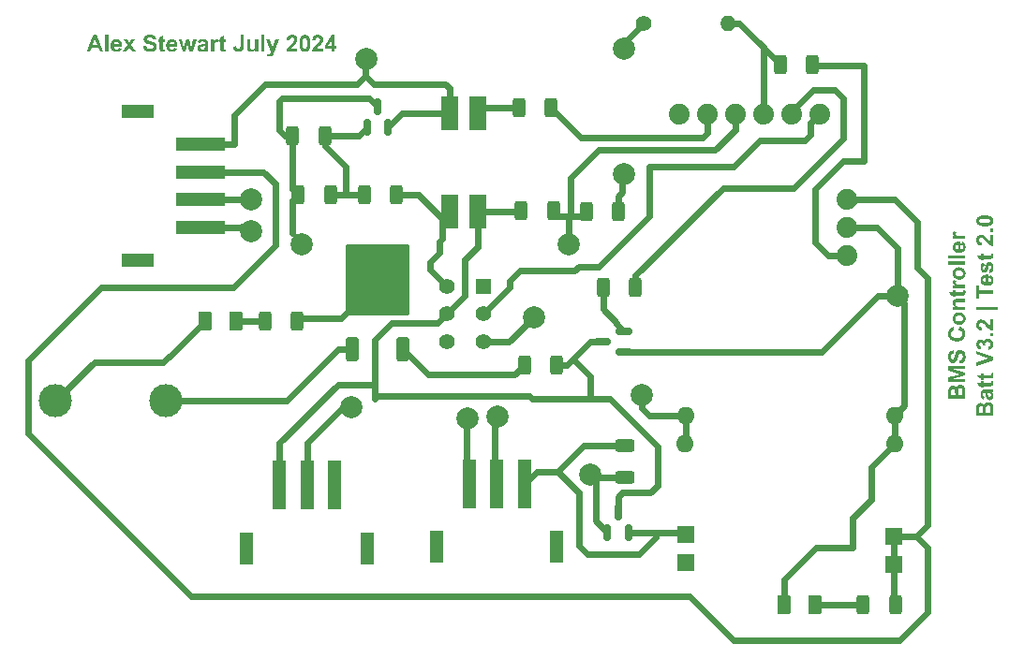
<source format=gbr>
%TF.GenerationSoftware,KiCad,Pcbnew,7.0.9*%
%TF.CreationDate,2024-07-03T00:21:51+10:00*%
%TF.ProjectId,bms test circuit,626d7320-7465-4737-9420-636972637569,rev?*%
%TF.SameCoordinates,Original*%
%TF.FileFunction,Copper,L1,Top*%
%TF.FilePolarity,Positive*%
%FSLAX46Y46*%
G04 Gerber Fmt 4.6, Leading zero omitted, Abs format (unit mm)*
G04 Created by KiCad (PCBNEW 7.0.9) date 2024-07-03 00:21:51*
%MOMM*%
%LPD*%
G01*
G04 APERTURE LIST*
G04 Aperture macros list*
%AMRoundRect*
0 Rectangle with rounded corners*
0 $1 Rounding radius*
0 $2 $3 $4 $5 $6 $7 $8 $9 X,Y pos of 4 corners*
0 Add a 4 corners polygon primitive as box body*
4,1,4,$2,$3,$4,$5,$6,$7,$8,$9,$2,$3,0*
0 Add four circle primitives for the rounded corners*
1,1,$1+$1,$2,$3*
1,1,$1+$1,$4,$5*
1,1,$1+$1,$6,$7*
1,1,$1+$1,$8,$9*
0 Add four rect primitives between the rounded corners*
20,1,$1+$1,$2,$3,$4,$5,0*
20,1,$1+$1,$4,$5,$6,$7,0*
20,1,$1+$1,$6,$7,$8,$9,0*
20,1,$1+$1,$8,$9,$2,$3,0*%
G04 Aperture macros list end*
%ADD10C,0.300000*%
%TA.AperFunction,NonConductor*%
%ADD11C,0.300000*%
%TD*%
%TA.AperFunction,SMDPad,CuDef*%
%ADD12RoundRect,0.250000X0.312500X0.625000X-0.312500X0.625000X-0.312500X-0.625000X0.312500X-0.625000X0*%
%TD*%
%TA.AperFunction,ComponentPad*%
%ADD13C,3.000000*%
%TD*%
%TA.AperFunction,ComponentPad*%
%ADD14R,1.400000X1.400000*%
%TD*%
%TA.AperFunction,ComponentPad*%
%ADD15C,1.400000*%
%TD*%
%TA.AperFunction,ComponentPad*%
%ADD16R,1.600000X1.600000*%
%TD*%
%TA.AperFunction,ComponentPad*%
%ADD17O,1.600000X1.600000*%
%TD*%
%TA.AperFunction,SMDPad,CuDef*%
%ADD18RoundRect,0.250000X-0.375000X-0.625000X0.375000X-0.625000X0.375000X0.625000X-0.375000X0.625000X0*%
%TD*%
%TA.AperFunction,SMDPad,CuDef*%
%ADD19RoundRect,0.250000X0.350000X-0.850000X0.350000X0.850000X-0.350000X0.850000X-0.350000X-0.850000X0*%
%TD*%
%TA.AperFunction,SMDPad,CuDef*%
%ADD20RoundRect,0.250000X1.125000X-1.275000X1.125000X1.275000X-1.125000X1.275000X-1.125000X-1.275000X0*%
%TD*%
%TA.AperFunction,SMDPad,CuDef*%
%ADD21RoundRect,0.249997X2.650003X-2.950003X2.650003X2.950003X-2.650003X2.950003X-2.650003X-2.950003X0*%
%TD*%
%TA.AperFunction,SMDPad,CuDef*%
%ADD22RoundRect,0.250000X-0.312500X-0.625000X0.312500X-0.625000X0.312500X0.625000X-0.312500X0.625000X0*%
%TD*%
%TA.AperFunction,SMDPad,CuDef*%
%ADD23RoundRect,0.150000X0.150000X-0.587500X0.150000X0.587500X-0.150000X0.587500X-0.150000X-0.587500X0*%
%TD*%
%TA.AperFunction,SMDPad,CuDef*%
%ADD24R,1.200000X4.500000*%
%TD*%
%TA.AperFunction,SMDPad,CuDef*%
%ADD25R,1.200000X3.000000*%
%TD*%
%TA.AperFunction,SMDPad,CuDef*%
%ADD26RoundRect,0.250000X0.625000X-0.312500X0.625000X0.312500X-0.625000X0.312500X-0.625000X-0.312500X0*%
%TD*%
%TA.AperFunction,ComponentPad*%
%ADD27C,1.879600*%
%TD*%
%TA.AperFunction,ComponentPad*%
%ADD28O,1.400000X1.400000*%
%TD*%
%TA.AperFunction,SMDPad,CuDef*%
%ADD29RoundRect,0.150000X0.587500X0.150000X-0.587500X0.150000X-0.587500X-0.150000X0.587500X-0.150000X0*%
%TD*%
%TA.AperFunction,SMDPad,CuDef*%
%ADD30R,1.600000X3.100000*%
%TD*%
%TA.AperFunction,SMDPad,CuDef*%
%ADD31R,4.500000X1.200000*%
%TD*%
%TA.AperFunction,SMDPad,CuDef*%
%ADD32R,3.000000X1.200000*%
%TD*%
%TA.AperFunction,ViaPad*%
%ADD33C,2.000000*%
%TD*%
%TA.AperFunction,Conductor*%
%ADD34C,0.600000*%
%TD*%
%TA.AperFunction,Conductor*%
%ADD35C,0.400000*%
%TD*%
G04 APERTURE END LIST*
D10*
D11*
G36*
X179823648Y-45211000D02*
G01*
X179492089Y-45211000D01*
X179360198Y-44859290D01*
X178756063Y-44859290D01*
X178631499Y-45211000D01*
X178308000Y-45211000D01*
X178543353Y-44601369D01*
X178849852Y-44601369D01*
X179262012Y-44601369D01*
X179053917Y-44062081D01*
X178849852Y-44601369D01*
X178543353Y-44601369D01*
X178896381Y-43686924D01*
X179218781Y-43686924D01*
X179823648Y-45211000D01*
G37*
G36*
X179974591Y-45211000D02*
G01*
X179974591Y-43686924D01*
X180264385Y-43686924D01*
X180264385Y-45211000D01*
X179974591Y-45211000D01*
G37*
G36*
X180990647Y-44085686D02*
G01*
X181005595Y-44086160D01*
X181020343Y-44086948D01*
X181049234Y-44089473D01*
X181077321Y-44093260D01*
X181104604Y-44098309D01*
X181131082Y-44104620D01*
X181156756Y-44112193D01*
X181181626Y-44121029D01*
X181205692Y-44131127D01*
X181228953Y-44142487D01*
X181251410Y-44155109D01*
X181273062Y-44168994D01*
X181293911Y-44184141D01*
X181313955Y-44200550D01*
X181333195Y-44218221D01*
X181351630Y-44237155D01*
X181360547Y-44247095D01*
X181377647Y-44267962D01*
X181393594Y-44290172D01*
X181408387Y-44313723D01*
X181422027Y-44338617D01*
X181434514Y-44364854D01*
X181440324Y-44378476D01*
X181445847Y-44392433D01*
X181451080Y-44406726D01*
X181456026Y-44421354D01*
X181460683Y-44436318D01*
X181465052Y-44451618D01*
X181469132Y-44467253D01*
X181472925Y-44483224D01*
X181476428Y-44499530D01*
X181479644Y-44516172D01*
X181482571Y-44533150D01*
X181485209Y-44550463D01*
X181487559Y-44568112D01*
X181489621Y-44586097D01*
X181491395Y-44604417D01*
X181492880Y-44623072D01*
X181494077Y-44642063D01*
X181494985Y-44661390D01*
X181495605Y-44681053D01*
X181495937Y-44701050D01*
X181495980Y-44721384D01*
X181495735Y-44742053D01*
X180770334Y-44742053D01*
X180770951Y-44758491D01*
X180772068Y-44774465D01*
X180773687Y-44789975D01*
X180775806Y-44805022D01*
X180778427Y-44819605D01*
X180783296Y-44840610D01*
X180789293Y-44860572D01*
X180796417Y-44879491D01*
X180804668Y-44897366D01*
X180814045Y-44914198D01*
X180824550Y-44929987D01*
X180836182Y-44944732D01*
X180840309Y-44949415D01*
X180853170Y-44962641D01*
X180866610Y-44974566D01*
X180880630Y-44985190D01*
X180895230Y-44994513D01*
X180910409Y-45002535D01*
X180926167Y-45009256D01*
X180942506Y-45014676D01*
X180959424Y-45018796D01*
X180976921Y-45021614D01*
X180994998Y-45023132D01*
X181007371Y-45023421D01*
X181023978Y-45022900D01*
X181039909Y-45021337D01*
X181055165Y-45018733D01*
X181069745Y-45015086D01*
X181083650Y-45010398D01*
X181100081Y-45003072D01*
X181115456Y-44994119D01*
X181121311Y-44990082D01*
X181135296Y-44978671D01*
X181145686Y-44968112D01*
X181155366Y-44956282D01*
X181164336Y-44943182D01*
X181172597Y-44928811D01*
X181180147Y-44913169D01*
X181186988Y-44896256D01*
X181191653Y-44882737D01*
X181480348Y-44929632D01*
X181473135Y-44947993D01*
X181465418Y-44965799D01*
X181457198Y-44983049D01*
X181448474Y-44999745D01*
X181439246Y-45015885D01*
X181429515Y-45031470D01*
X181419279Y-45046499D01*
X181408540Y-45060973D01*
X181397298Y-45074892D01*
X181385551Y-45088256D01*
X181373301Y-45101064D01*
X181360547Y-45113318D01*
X181347289Y-45125016D01*
X181333527Y-45136158D01*
X181319262Y-45146746D01*
X181304493Y-45156778D01*
X181289282Y-45166183D01*
X181273598Y-45174981D01*
X181257442Y-45183173D01*
X181240814Y-45190758D01*
X181223714Y-45197736D01*
X181206141Y-45204107D01*
X181188096Y-45209872D01*
X181169579Y-45215030D01*
X181150590Y-45219580D01*
X181131128Y-45223525D01*
X181111194Y-45226862D01*
X181090788Y-45229592D01*
X181069910Y-45231716D01*
X181048559Y-45233233D01*
X181026736Y-45234143D01*
X181004441Y-45234447D01*
X180986726Y-45234264D01*
X180969301Y-45233716D01*
X180952167Y-45232801D01*
X180935324Y-45231522D01*
X180918771Y-45229876D01*
X180902508Y-45227865D01*
X180886536Y-45225488D01*
X180870855Y-45222746D01*
X180855464Y-45219638D01*
X180840364Y-45216164D01*
X180825554Y-45212325D01*
X180811035Y-45208120D01*
X180796806Y-45203549D01*
X180782867Y-45198613D01*
X180755862Y-45187644D01*
X180730019Y-45175212D01*
X180705338Y-45161317D01*
X180681820Y-45145960D01*
X180659463Y-45129140D01*
X180638268Y-45110858D01*
X180618235Y-45091113D01*
X180599365Y-45069905D01*
X180581656Y-45047235D01*
X180568569Y-45028152D01*
X180556326Y-45008457D01*
X180544927Y-44988150D01*
X180534372Y-44967230D01*
X180524662Y-44945697D01*
X180515796Y-44923552D01*
X180507775Y-44900795D01*
X180500598Y-44877425D01*
X180494265Y-44853442D01*
X180488777Y-44828847D01*
X180484133Y-44803640D01*
X180480334Y-44777820D01*
X180477378Y-44751387D01*
X180475267Y-44724342D01*
X180474001Y-44696684D01*
X180473579Y-44668414D01*
X180473718Y-44651448D01*
X180474134Y-44634714D01*
X180474828Y-44618212D01*
X180475800Y-44601942D01*
X180477049Y-44585903D01*
X180478576Y-44570097D01*
X180480381Y-44554522D01*
X180480387Y-44554475D01*
X180775463Y-44554475D01*
X181208139Y-44554475D01*
X181207542Y-44538913D01*
X181206485Y-44523826D01*
X181204966Y-44509214D01*
X181201825Y-44488188D01*
X181197646Y-44468230D01*
X181192431Y-44449342D01*
X181186179Y-44431522D01*
X181178890Y-44414772D01*
X181170564Y-44399090D01*
X181161201Y-44384478D01*
X181150802Y-44370935D01*
X181143293Y-44362500D01*
X181131448Y-44350715D01*
X181119134Y-44340089D01*
X181106350Y-44330622D01*
X181093095Y-44322314D01*
X181079370Y-44315166D01*
X181065175Y-44309177D01*
X181050510Y-44304347D01*
X181035375Y-44300676D01*
X181019770Y-44298164D01*
X181003695Y-44296812D01*
X180992717Y-44296554D01*
X180975281Y-44297163D01*
X180958417Y-44298989D01*
X180942127Y-44302031D01*
X180926411Y-44306292D01*
X180911267Y-44311769D01*
X180896697Y-44318463D01*
X180882699Y-44326375D01*
X180869275Y-44335503D01*
X180856424Y-44345849D01*
X180844146Y-44357412D01*
X180836279Y-44365797D01*
X180825224Y-44379284D01*
X180815276Y-44393639D01*
X180806436Y-44408865D01*
X180798704Y-44424959D01*
X180792079Y-44441923D01*
X180786563Y-44459757D01*
X180782153Y-44478460D01*
X180778852Y-44498032D01*
X180776658Y-44518473D01*
X180775572Y-44539784D01*
X180775463Y-44554475D01*
X180480387Y-44554475D01*
X180482463Y-44539179D01*
X180484823Y-44524068D01*
X180487460Y-44509189D01*
X180490376Y-44494541D01*
X180493568Y-44480126D01*
X180500787Y-44451990D01*
X180509116Y-44424782D01*
X180518556Y-44398501D01*
X180529106Y-44373147D01*
X180540766Y-44348721D01*
X180553538Y-44325222D01*
X180567419Y-44302651D01*
X180582412Y-44281007D01*
X180598515Y-44260290D01*
X180615728Y-44240501D01*
X180633792Y-44221734D01*
X180652445Y-44204179D01*
X180671687Y-44187834D01*
X180691520Y-44172700D01*
X180711942Y-44158777D01*
X180732953Y-44146064D01*
X180754554Y-44134563D01*
X180776745Y-44124271D01*
X180799526Y-44115191D01*
X180822896Y-44107321D01*
X180846855Y-44100662D01*
X180871405Y-44095214D01*
X180896543Y-44090977D01*
X180922272Y-44087950D01*
X180948590Y-44086134D01*
X180975498Y-44085528D01*
X180990647Y-44085686D01*
G37*
G36*
X181586960Y-45211000D02*
G01*
X181981534Y-44643501D01*
X181603446Y-44108976D01*
X181956621Y-44108976D01*
X182150428Y-44411959D01*
X182354493Y-44108976D01*
X182694479Y-44108976D01*
X182323718Y-44631045D01*
X182728551Y-45211000D01*
X182373177Y-45211000D01*
X182150428Y-44869548D01*
X181925847Y-45211000D01*
X181586960Y-45211000D01*
G37*
G36*
X183401928Y-44718606D02*
G01*
X183698683Y-44695159D01*
X183702241Y-44712993D01*
X183706228Y-44730227D01*
X183710645Y-44746859D01*
X183715490Y-44762890D01*
X183720765Y-44778320D01*
X183726470Y-44793150D01*
X183732604Y-44807378D01*
X183739167Y-44821005D01*
X183746159Y-44834031D01*
X183757453Y-44852443D01*
X183769712Y-44869502D01*
X183782938Y-44885209D01*
X183797129Y-44899564D01*
X183807127Y-44908383D01*
X183823017Y-44920561D01*
X183839911Y-44931541D01*
X183857810Y-44941323D01*
X183876714Y-44949908D01*
X183896622Y-44957294D01*
X183917535Y-44963483D01*
X183932035Y-44966944D01*
X183946981Y-44969872D01*
X183962374Y-44972267D01*
X183978214Y-44974131D01*
X183994500Y-44975462D01*
X184011232Y-44976260D01*
X184028411Y-44976526D01*
X184046538Y-44976287D01*
X184064097Y-44975570D01*
X184081090Y-44974375D01*
X184097517Y-44972702D01*
X184113376Y-44970551D01*
X184128669Y-44967923D01*
X184143395Y-44964816D01*
X184164422Y-44959259D01*
X184184173Y-44952627D01*
X184202650Y-44944919D01*
X184219851Y-44936136D01*
X184235777Y-44926278D01*
X184250428Y-44915344D01*
X184263785Y-44903623D01*
X184275827Y-44891541D01*
X184286556Y-44879099D01*
X184295972Y-44866297D01*
X184304073Y-44853133D01*
X184310861Y-44839609D01*
X184316335Y-44825725D01*
X184320495Y-44811479D01*
X184323342Y-44796873D01*
X184324874Y-44781907D01*
X184325166Y-44771729D01*
X184324397Y-44755627D01*
X184322089Y-44740294D01*
X184318243Y-44725731D01*
X184312859Y-44711937D01*
X184305936Y-44698912D01*
X184297474Y-44686656D01*
X184293659Y-44681969D01*
X184282677Y-44670639D01*
X184269423Y-44659773D01*
X184257184Y-44651415D01*
X184243491Y-44643355D01*
X184228345Y-44635593D01*
X184211744Y-44628128D01*
X184193689Y-44620961D01*
X184184116Y-44617489D01*
X184168517Y-44612257D01*
X184154015Y-44607717D01*
X184137111Y-44602649D01*
X184117805Y-44597052D01*
X184103600Y-44593028D01*
X184088327Y-44588769D01*
X184071987Y-44584275D01*
X184054579Y-44579547D01*
X184036103Y-44574584D01*
X184016560Y-44569386D01*
X183995949Y-44563954D01*
X183974271Y-44558286D01*
X183951524Y-44552385D01*
X183939751Y-44549346D01*
X183924575Y-44545404D01*
X183909685Y-44541409D01*
X183895080Y-44537361D01*
X183880761Y-44533260D01*
X183852979Y-44524899D01*
X183826338Y-44516327D01*
X183800840Y-44507543D01*
X183776484Y-44498547D01*
X183753270Y-44489339D01*
X183731198Y-44479920D01*
X183710268Y-44470288D01*
X183690480Y-44460445D01*
X183671834Y-44450390D01*
X183654330Y-44440123D01*
X183637969Y-44429645D01*
X183622749Y-44418954D01*
X183608671Y-44408052D01*
X183595735Y-44396938D01*
X183578877Y-44380968D01*
X183563106Y-44364566D01*
X183548423Y-44347732D01*
X183534827Y-44330466D01*
X183522319Y-44312767D01*
X183510899Y-44294637D01*
X183500566Y-44276074D01*
X183491321Y-44257079D01*
X183483164Y-44237651D01*
X183476094Y-44217792D01*
X183470112Y-44197500D01*
X183465218Y-44176776D01*
X183461411Y-44155620D01*
X183458692Y-44134032D01*
X183457060Y-44112011D01*
X183456517Y-44089558D01*
X183457090Y-44067846D01*
X183458809Y-44046398D01*
X183461675Y-44025213D01*
X183465687Y-44004293D01*
X183470846Y-43983637D01*
X183477150Y-43963244D01*
X183484601Y-43943116D01*
X183493199Y-43923252D01*
X183502943Y-43903652D01*
X183510075Y-43890732D01*
X183517717Y-43877929D01*
X183521729Y-43871572D01*
X183530152Y-43859031D01*
X183539023Y-43846871D01*
X183548344Y-43835091D01*
X183558114Y-43823692D01*
X183568334Y-43812674D01*
X183579002Y-43802037D01*
X183590121Y-43791780D01*
X183601688Y-43781904D01*
X183613705Y-43772409D01*
X183626172Y-43763294D01*
X183639088Y-43754560D01*
X183652453Y-43746206D01*
X183666267Y-43738234D01*
X183680531Y-43730642D01*
X183695244Y-43723430D01*
X183710407Y-43716600D01*
X183726038Y-43710167D01*
X183742063Y-43704149D01*
X183758484Y-43698546D01*
X183775299Y-43693358D01*
X183792510Y-43688586D01*
X183810115Y-43684228D01*
X183828116Y-43680285D01*
X183846511Y-43676758D01*
X183865302Y-43673645D01*
X183884487Y-43670947D01*
X183904068Y-43668665D01*
X183924043Y-43666797D01*
X183944414Y-43665344D01*
X183965179Y-43664307D01*
X183986339Y-43663684D01*
X184007895Y-43663477D01*
X184025526Y-43663602D01*
X184042883Y-43663976D01*
X184059964Y-43664601D01*
X184076771Y-43665475D01*
X184093303Y-43666598D01*
X184109561Y-43667972D01*
X184125544Y-43669595D01*
X184141251Y-43671468D01*
X184156685Y-43673591D01*
X184171843Y-43675963D01*
X184186726Y-43678585D01*
X184201335Y-43681457D01*
X184215669Y-43684579D01*
X184243513Y-43691571D01*
X184270257Y-43699563D01*
X184295903Y-43708553D01*
X184320449Y-43718542D01*
X184343897Y-43729530D01*
X184366245Y-43741517D01*
X184387494Y-43754503D01*
X184407644Y-43768488D01*
X184426695Y-43783471D01*
X184435808Y-43791338D01*
X184453272Y-43807654D01*
X184469668Y-43824637D01*
X184484997Y-43842287D01*
X184499258Y-43860604D01*
X184512451Y-43879587D01*
X184524577Y-43899238D01*
X184535635Y-43919555D01*
X184545626Y-43940540D01*
X184554549Y-43962191D01*
X184562404Y-43984509D01*
X184569192Y-44007494D01*
X184574912Y-44031146D01*
X184579565Y-44055465D01*
X184583150Y-44080451D01*
X184585667Y-44106104D01*
X184587117Y-44132423D01*
X184281935Y-44132423D01*
X184277898Y-44111891D01*
X184273070Y-44092474D01*
X184267449Y-44074170D01*
X184261035Y-44056981D01*
X184253830Y-44040905D01*
X184245833Y-44025944D01*
X184237043Y-44012097D01*
X184227462Y-43999364D01*
X184217088Y-43987745D01*
X184205922Y-43977241D01*
X184198038Y-43970856D01*
X184185381Y-43962018D01*
X184171591Y-43954048D01*
X184156667Y-43946948D01*
X184140610Y-43940717D01*
X184123420Y-43935356D01*
X184105096Y-43930864D01*
X184085638Y-43927242D01*
X184065048Y-43924488D01*
X184043323Y-43922605D01*
X184028211Y-43921832D01*
X184012595Y-43921446D01*
X184004598Y-43921397D01*
X183988243Y-43921606D01*
X183972335Y-43922233D01*
X183956873Y-43923278D01*
X183941858Y-43924740D01*
X183927289Y-43926621D01*
X183906273Y-43930225D01*
X183886262Y-43934770D01*
X183867255Y-43940254D01*
X183849253Y-43946679D01*
X183832256Y-43954044D01*
X183816263Y-43962350D01*
X183801275Y-43971596D01*
X183796503Y-43974886D01*
X183782571Y-43986221D01*
X183771000Y-43998700D01*
X183761791Y-44012324D01*
X183754943Y-44027093D01*
X183750457Y-44043007D01*
X183748331Y-44060066D01*
X183748143Y-44067210D01*
X183749252Y-44083215D01*
X183752579Y-44098487D01*
X183758125Y-44113025D01*
X183765888Y-44126830D01*
X183775870Y-44139902D01*
X183788071Y-44152240D01*
X183793572Y-44156969D01*
X183805809Y-44165961D01*
X183820950Y-44175074D01*
X183838996Y-44184311D01*
X183852640Y-44190536D01*
X183867576Y-44196816D01*
X183883801Y-44203150D01*
X183901318Y-44209538D01*
X183920126Y-44215981D01*
X183940224Y-44222478D01*
X183961614Y-44229030D01*
X183984294Y-44235636D01*
X184008265Y-44242296D01*
X184033527Y-44249011D01*
X184060080Y-44255780D01*
X184073840Y-44259185D01*
X184101230Y-44265971D01*
X184127713Y-44272775D01*
X184153288Y-44279596D01*
X184177957Y-44286433D01*
X184201717Y-44293288D01*
X184224571Y-44300161D01*
X184246517Y-44307050D01*
X184267556Y-44313957D01*
X184287687Y-44320880D01*
X184306911Y-44327821D01*
X184325228Y-44334779D01*
X184342637Y-44341754D01*
X184359139Y-44348747D01*
X184374734Y-44355756D01*
X184389422Y-44362783D01*
X184403202Y-44369827D01*
X184416347Y-44377041D01*
X184429128Y-44384579D01*
X184441546Y-44392440D01*
X184459491Y-44404838D01*
X184476618Y-44417964D01*
X184492927Y-44431817D01*
X184508419Y-44446399D01*
X184523092Y-44461708D01*
X184536948Y-44477744D01*
X184549986Y-44494509D01*
X184562205Y-44512001D01*
X184569898Y-44524066D01*
X184580701Y-44542810D01*
X184590441Y-44562359D01*
X184596345Y-44575838D01*
X184601776Y-44589676D01*
X184606734Y-44603871D01*
X184611221Y-44618424D01*
X184615235Y-44633335D01*
X184618777Y-44648603D01*
X184621847Y-44664229D01*
X184624444Y-44680214D01*
X184626570Y-44696555D01*
X184628223Y-44713255D01*
X184629403Y-44730312D01*
X184630112Y-44747728D01*
X184630348Y-44765501D01*
X184630066Y-44781739D01*
X184629220Y-44797849D01*
X184627810Y-44813831D01*
X184625837Y-44829683D01*
X184623300Y-44845407D01*
X184620198Y-44861001D01*
X184616533Y-44876467D01*
X184612304Y-44891805D01*
X184607511Y-44907013D01*
X184602155Y-44922093D01*
X184596234Y-44937043D01*
X184589750Y-44951865D01*
X184582702Y-44966559D01*
X184575090Y-44981123D01*
X184566914Y-44995559D01*
X184558174Y-45009866D01*
X184548919Y-45023879D01*
X184539197Y-45037434D01*
X184529009Y-45050532D01*
X184518355Y-45063172D01*
X184507234Y-45075353D01*
X184495646Y-45087077D01*
X184483592Y-45098342D01*
X184471071Y-45109150D01*
X184458084Y-45119500D01*
X184444630Y-45129392D01*
X184430709Y-45138826D01*
X184416322Y-45147802D01*
X184401469Y-45156320D01*
X184386149Y-45164380D01*
X184370362Y-45171982D01*
X184354109Y-45179126D01*
X184337369Y-45185825D01*
X184320123Y-45192092D01*
X184302370Y-45197926D01*
X184284111Y-45203329D01*
X184265344Y-45208299D01*
X184246072Y-45212837D01*
X184226292Y-45216943D01*
X184206006Y-45220617D01*
X184185214Y-45223858D01*
X184163914Y-45226667D01*
X184142109Y-45229044D01*
X184119796Y-45230989D01*
X184096977Y-45232502D01*
X184073651Y-45233582D01*
X184049819Y-45234231D01*
X184025480Y-45234447D01*
X184007704Y-45234318D01*
X183990188Y-45233933D01*
X183972931Y-45233291D01*
X183955934Y-45232392D01*
X183939197Y-45231236D01*
X183922719Y-45229823D01*
X183906502Y-45228153D01*
X183890544Y-45226227D01*
X183874846Y-45224043D01*
X183859407Y-45221603D01*
X183844228Y-45218905D01*
X183829309Y-45215951D01*
X183814650Y-45212740D01*
X183800251Y-45209272D01*
X183772231Y-45201566D01*
X183745250Y-45192832D01*
X183719309Y-45183070D01*
X183694406Y-45172281D01*
X183670542Y-45160464D01*
X183647717Y-45147620D01*
X183625931Y-45133748D01*
X183605185Y-45118849D01*
X183585477Y-45102922D01*
X183566771Y-45085965D01*
X183549029Y-45068066D01*
X183532252Y-45049225D01*
X183516440Y-45029443D01*
X183501592Y-45008719D01*
X183487709Y-44987054D01*
X183474790Y-44964446D01*
X183462836Y-44940897D01*
X183451847Y-44916407D01*
X183441822Y-44890975D01*
X183432762Y-44864601D01*
X183424666Y-44837285D01*
X183417535Y-44809028D01*
X183414331Y-44794546D01*
X183411368Y-44779829D01*
X183408646Y-44764876D01*
X183406166Y-44749688D01*
X183403927Y-44734265D01*
X183401928Y-44718606D01*
G37*
G36*
X185378464Y-44108976D02*
G01*
X185378464Y-44320002D01*
X185180627Y-44320002D01*
X185180627Y-44798473D01*
X185180648Y-44816180D01*
X185180713Y-44832940D01*
X185180820Y-44848753D01*
X185180970Y-44863617D01*
X185181276Y-44884139D01*
X185181679Y-44902528D01*
X185182178Y-44918786D01*
X185182994Y-44937147D01*
X185184255Y-44954769D01*
X185186122Y-44968100D01*
X185191181Y-44982390D01*
X185199031Y-44995033D01*
X185209671Y-45006032D01*
X185212134Y-45008034D01*
X185225551Y-45016148D01*
X185240613Y-45021257D01*
X185255577Y-45023286D01*
X185260861Y-45023421D01*
X185277235Y-45022442D01*
X185292809Y-45020131D01*
X185310137Y-45016460D01*
X185325261Y-45012545D01*
X185341507Y-45007759D01*
X185358875Y-45002103D01*
X185377364Y-44995577D01*
X185402277Y-45196345D01*
X185383086Y-45203154D01*
X185363431Y-45209294D01*
X185343313Y-45214763D01*
X185322730Y-45219563D01*
X185301684Y-45223693D01*
X185280175Y-45227154D01*
X185265578Y-45229089D01*
X185250774Y-45230726D01*
X185235765Y-45232065D01*
X185220549Y-45233107D01*
X185205127Y-45233851D01*
X185189500Y-45234298D01*
X185173666Y-45234447D01*
X185154306Y-45234023D01*
X185135427Y-45232752D01*
X185117028Y-45230634D01*
X185099111Y-45227669D01*
X185081674Y-45223857D01*
X185064718Y-45219197D01*
X185048243Y-45213690D01*
X185032249Y-45207336D01*
X185017102Y-45200312D01*
X185002986Y-45192796D01*
X184989900Y-45184787D01*
X184977844Y-45176286D01*
X184964224Y-45164968D01*
X184952213Y-45152881D01*
X184941812Y-45140024D01*
X184939926Y-45137360D01*
X184931205Y-45123223D01*
X184923360Y-45107600D01*
X184917716Y-45094033D01*
X184912633Y-45079516D01*
X184908111Y-45064049D01*
X184904149Y-45047631D01*
X184900749Y-45030263D01*
X184899259Y-45021223D01*
X184897112Y-45006563D01*
X184895252Y-44988593D01*
X184894044Y-44972945D01*
X184892998Y-44955436D01*
X184892112Y-44936066D01*
X184891388Y-44914834D01*
X184890994Y-44899646D01*
X184890672Y-44883630D01*
X184890422Y-44866787D01*
X184890243Y-44849117D01*
X184890136Y-44830620D01*
X184890100Y-44811296D01*
X184890100Y-44320002D01*
X184757110Y-44320002D01*
X184757110Y-44108976D01*
X184890100Y-44108976D01*
X184890100Y-43897950D01*
X185180627Y-43733819D01*
X185180627Y-44108976D01*
X185378464Y-44108976D01*
G37*
G36*
X186008372Y-44085686D02*
G01*
X186023320Y-44086160D01*
X186038068Y-44086948D01*
X186066959Y-44089473D01*
X186095046Y-44093260D01*
X186122329Y-44098309D01*
X186148807Y-44104620D01*
X186174481Y-44112193D01*
X186199351Y-44121029D01*
X186223417Y-44131127D01*
X186246678Y-44142487D01*
X186269135Y-44155109D01*
X186290788Y-44168994D01*
X186311636Y-44184141D01*
X186331680Y-44200550D01*
X186350920Y-44218221D01*
X186369355Y-44237155D01*
X186378272Y-44247095D01*
X186395372Y-44267962D01*
X186411319Y-44290172D01*
X186426112Y-44313723D01*
X186439752Y-44338617D01*
X186452239Y-44364854D01*
X186458049Y-44378476D01*
X186463572Y-44392433D01*
X186468805Y-44406726D01*
X186473751Y-44421354D01*
X186478408Y-44436318D01*
X186482777Y-44451618D01*
X186486858Y-44467253D01*
X186490650Y-44483224D01*
X186494153Y-44499530D01*
X186497369Y-44516172D01*
X186500296Y-44533150D01*
X186502934Y-44550463D01*
X186505284Y-44568112D01*
X186507346Y-44586097D01*
X186509120Y-44604417D01*
X186510605Y-44623072D01*
X186511802Y-44642063D01*
X186512710Y-44661390D01*
X186513330Y-44681053D01*
X186513662Y-44701050D01*
X186513705Y-44721384D01*
X186513460Y-44742053D01*
X185788059Y-44742053D01*
X185788676Y-44758491D01*
X185789793Y-44774465D01*
X185791412Y-44789975D01*
X185793531Y-44805022D01*
X185796152Y-44819605D01*
X185801021Y-44840610D01*
X185807018Y-44860572D01*
X185814142Y-44879491D01*
X185822393Y-44897366D01*
X185831770Y-44914198D01*
X185842275Y-44929987D01*
X185853907Y-44944732D01*
X185858034Y-44949415D01*
X185870895Y-44962641D01*
X185884335Y-44974566D01*
X185898355Y-44985190D01*
X185912955Y-44994513D01*
X185928134Y-45002535D01*
X185943892Y-45009256D01*
X185960231Y-45014676D01*
X185977149Y-45018796D01*
X185994646Y-45021614D01*
X186012723Y-45023132D01*
X186025096Y-45023421D01*
X186041703Y-45022900D01*
X186057634Y-45021337D01*
X186072890Y-45018733D01*
X186087470Y-45015086D01*
X186101375Y-45010398D01*
X186117806Y-45003072D01*
X186133181Y-44994119D01*
X186139036Y-44990082D01*
X186153021Y-44978671D01*
X186163411Y-44968112D01*
X186173091Y-44956282D01*
X186182061Y-44943182D01*
X186190322Y-44928811D01*
X186197872Y-44913169D01*
X186204713Y-44896256D01*
X186209378Y-44882737D01*
X186498073Y-44929632D01*
X186490860Y-44947993D01*
X186483143Y-44965799D01*
X186474923Y-44983049D01*
X186466199Y-44999745D01*
X186456971Y-45015885D01*
X186447240Y-45031470D01*
X186437004Y-45046499D01*
X186426265Y-45060973D01*
X186415023Y-45074892D01*
X186403276Y-45088256D01*
X186391026Y-45101064D01*
X186378272Y-45113318D01*
X186365014Y-45125016D01*
X186351252Y-45136158D01*
X186336987Y-45146746D01*
X186322218Y-45156778D01*
X186307007Y-45166183D01*
X186291323Y-45174981D01*
X186275167Y-45183173D01*
X186258539Y-45190758D01*
X186241439Y-45197736D01*
X186223866Y-45204107D01*
X186205821Y-45209872D01*
X186187304Y-45215030D01*
X186168315Y-45219580D01*
X186148853Y-45223525D01*
X186128919Y-45226862D01*
X186108513Y-45229592D01*
X186087635Y-45231716D01*
X186066284Y-45233233D01*
X186044461Y-45234143D01*
X186022166Y-45234447D01*
X186004451Y-45234264D01*
X185987026Y-45233716D01*
X185969892Y-45232801D01*
X185953049Y-45231522D01*
X185936496Y-45229876D01*
X185920233Y-45227865D01*
X185904261Y-45225488D01*
X185888580Y-45222746D01*
X185873189Y-45219638D01*
X185858089Y-45216164D01*
X185843279Y-45212325D01*
X185828760Y-45208120D01*
X185814531Y-45203549D01*
X185800592Y-45198613D01*
X185773587Y-45187644D01*
X185747744Y-45175212D01*
X185723064Y-45161317D01*
X185699545Y-45145960D01*
X185677188Y-45129140D01*
X185655993Y-45110858D01*
X185635960Y-45091113D01*
X185617090Y-45069905D01*
X185599381Y-45047235D01*
X185586294Y-45028152D01*
X185574051Y-45008457D01*
X185562652Y-44988150D01*
X185552097Y-44967230D01*
X185542387Y-44945697D01*
X185533522Y-44923552D01*
X185525500Y-44900795D01*
X185518323Y-44877425D01*
X185511990Y-44853442D01*
X185506502Y-44828847D01*
X185501858Y-44803640D01*
X185498059Y-44777820D01*
X185495103Y-44751387D01*
X185492992Y-44724342D01*
X185491726Y-44696684D01*
X185491304Y-44668414D01*
X185491443Y-44651448D01*
X185491859Y-44634714D01*
X185492553Y-44618212D01*
X185493525Y-44601942D01*
X185494774Y-44585903D01*
X185496301Y-44570097D01*
X185498106Y-44554522D01*
X185498112Y-44554475D01*
X185793188Y-44554475D01*
X186225864Y-44554475D01*
X186225267Y-44538913D01*
X186224210Y-44523826D01*
X186222691Y-44509214D01*
X186219550Y-44488188D01*
X186215371Y-44468230D01*
X186210156Y-44449342D01*
X186203904Y-44431522D01*
X186196615Y-44414772D01*
X186188289Y-44399090D01*
X186178926Y-44384478D01*
X186168527Y-44370935D01*
X186161018Y-44362500D01*
X186149173Y-44350715D01*
X186136859Y-44340089D01*
X186124075Y-44330622D01*
X186110820Y-44322314D01*
X186097095Y-44315166D01*
X186082900Y-44309177D01*
X186068236Y-44304347D01*
X186053100Y-44300676D01*
X186037495Y-44298164D01*
X186021420Y-44296812D01*
X186010442Y-44296554D01*
X185993006Y-44297163D01*
X185976143Y-44298989D01*
X185959853Y-44302031D01*
X185944136Y-44306292D01*
X185928992Y-44311769D01*
X185914422Y-44318463D01*
X185900424Y-44326375D01*
X185887000Y-44335503D01*
X185874149Y-44345849D01*
X185861871Y-44357412D01*
X185854004Y-44365797D01*
X185842949Y-44379284D01*
X185833001Y-44393639D01*
X185824161Y-44408865D01*
X185816429Y-44424959D01*
X185809805Y-44441923D01*
X185804288Y-44459757D01*
X185799878Y-44478460D01*
X185796577Y-44498032D01*
X185794383Y-44518473D01*
X185793297Y-44539784D01*
X185793188Y-44554475D01*
X185498112Y-44554475D01*
X185500188Y-44539179D01*
X185502548Y-44524068D01*
X185505186Y-44509189D01*
X185508101Y-44494541D01*
X185511294Y-44480126D01*
X185518512Y-44451990D01*
X185526841Y-44424782D01*
X185536281Y-44398501D01*
X185546831Y-44373147D01*
X185558492Y-44348721D01*
X185571263Y-44325222D01*
X185585145Y-44302651D01*
X185600137Y-44281007D01*
X185616240Y-44260290D01*
X185633453Y-44240501D01*
X185651517Y-44221734D01*
X185670170Y-44204179D01*
X185689412Y-44187834D01*
X185709245Y-44172700D01*
X185729667Y-44158777D01*
X185750678Y-44146064D01*
X185772279Y-44134563D01*
X185794470Y-44124271D01*
X185817251Y-44115191D01*
X185840621Y-44107321D01*
X185864580Y-44100662D01*
X185889130Y-44095214D01*
X185914268Y-44090977D01*
X185939997Y-44087950D01*
X185966315Y-44086134D01*
X185993223Y-44085528D01*
X186008372Y-44085686D01*
G37*
G36*
X186947602Y-45211000D02*
G01*
X186601387Y-44108976D01*
X186882755Y-44108976D01*
X187087919Y-44831080D01*
X187276597Y-44108976D01*
X187555766Y-44108976D01*
X187738216Y-44831080D01*
X187947043Y-44108976D01*
X188232808Y-44108976D01*
X187881098Y-45211000D01*
X187603027Y-45211000D01*
X187414350Y-44502085D01*
X187228969Y-45211000D01*
X186947602Y-45211000D01*
G37*
G36*
X188827807Y-44085709D02*
G01*
X188850870Y-44086250D01*
X188873157Y-44087151D01*
X188894668Y-44088414D01*
X188915403Y-44090036D01*
X188935363Y-44092020D01*
X188954547Y-44094364D01*
X188972955Y-44097069D01*
X188990588Y-44100134D01*
X189007445Y-44103560D01*
X189023526Y-44107347D01*
X189038832Y-44111495D01*
X189053362Y-44116003D01*
X189073703Y-44123441D01*
X189092298Y-44131690D01*
X189109594Y-44140565D01*
X189125898Y-44149877D01*
X189141210Y-44159627D01*
X189155530Y-44169815D01*
X189168859Y-44180441D01*
X189181196Y-44191505D01*
X189192541Y-44203007D01*
X189202894Y-44214947D01*
X189212256Y-44227324D01*
X189220626Y-44240140D01*
X189225655Y-44248927D01*
X189232595Y-44263231D01*
X189238852Y-44279629D01*
X189244427Y-44298119D01*
X189249320Y-44318702D01*
X189252202Y-44333587D01*
X189254781Y-44349402D01*
X189257056Y-44366148D01*
X189259028Y-44383823D01*
X189260697Y-44402429D01*
X189262062Y-44421965D01*
X189263124Y-44442432D01*
X189263883Y-44463828D01*
X189264338Y-44486155D01*
X189264489Y-44509412D01*
X189261192Y-44849398D01*
X189261246Y-44867235D01*
X189261410Y-44884477D01*
X189261682Y-44901124D01*
X189262062Y-44917175D01*
X189262552Y-44932631D01*
X189263150Y-44947492D01*
X189264251Y-44968667D01*
X189265597Y-44988502D01*
X189267188Y-45006998D01*
X189269023Y-45024154D01*
X189271103Y-45039970D01*
X189273428Y-45054447D01*
X189275114Y-45063355D01*
X189278972Y-45080728D01*
X189283586Y-45098411D01*
X189288956Y-45116403D01*
X189295081Y-45134704D01*
X189300171Y-45148633D01*
X189305685Y-45162735D01*
X189311625Y-45177012D01*
X189317990Y-45191462D01*
X189324780Y-45206086D01*
X189327138Y-45211000D01*
X189041007Y-45211000D01*
X189035793Y-45196454D01*
X189030933Y-45181753D01*
X189025712Y-45164992D01*
X189021086Y-45149450D01*
X189016210Y-45132477D01*
X189013163Y-45121607D01*
X189009013Y-45106644D01*
X189004902Y-45092435D01*
X189002905Y-45086069D01*
X188988870Y-45099686D01*
X188974655Y-45112645D01*
X188960260Y-45124948D01*
X188945684Y-45136593D01*
X188930928Y-45147582D01*
X188915991Y-45157914D01*
X188900874Y-45167589D01*
X188885577Y-45176607D01*
X188870100Y-45184968D01*
X188854442Y-45192673D01*
X188843903Y-45197444D01*
X188828001Y-45204057D01*
X188811892Y-45210019D01*
X188795577Y-45215331D01*
X188779057Y-45219993D01*
X188762330Y-45224004D01*
X188745397Y-45227364D01*
X188728258Y-45230074D01*
X188710913Y-45232134D01*
X188693362Y-45233543D01*
X188675605Y-45234302D01*
X188663652Y-45234447D01*
X188642819Y-45234083D01*
X188622545Y-45232993D01*
X188602828Y-45231175D01*
X188583670Y-45228631D01*
X188565070Y-45225359D01*
X188547028Y-45221361D01*
X188529544Y-45216635D01*
X188512618Y-45211183D01*
X188496251Y-45205003D01*
X188480441Y-45198097D01*
X188465190Y-45190463D01*
X188450497Y-45182103D01*
X188436362Y-45173015D01*
X188422785Y-45163200D01*
X188409766Y-45152659D01*
X188397305Y-45141390D01*
X188385504Y-45129565D01*
X188374465Y-45117353D01*
X188364186Y-45104755D01*
X188354670Y-45091771D01*
X188345914Y-45078400D01*
X188337920Y-45064643D01*
X188330687Y-45050499D01*
X188324215Y-45035969D01*
X188318505Y-45021053D01*
X188313557Y-45005750D01*
X188309369Y-44990060D01*
X188305943Y-44973985D01*
X188303278Y-44957523D01*
X188301375Y-44940674D01*
X188300233Y-44923439D01*
X188299852Y-44905818D01*
X188300242Y-44888344D01*
X188300700Y-44881638D01*
X188589646Y-44881638D01*
X188590756Y-44899343D01*
X188594083Y-44916278D01*
X188599628Y-44932444D01*
X188607392Y-44947841D01*
X188617374Y-44962469D01*
X188626957Y-44973617D01*
X188635076Y-44981655D01*
X188646816Y-44991444D01*
X188659324Y-44999928D01*
X188672599Y-45007106D01*
X188686641Y-45012980D01*
X188701450Y-45017548D01*
X188717027Y-45020811D01*
X188733370Y-45022768D01*
X188750480Y-45023421D01*
X188769966Y-45022660D01*
X188789223Y-45020376D01*
X188808251Y-45016569D01*
X188827050Y-45011239D01*
X188840999Y-45006243D01*
X188854820Y-45000390D01*
X188868511Y-44993681D01*
X188882074Y-44986115D01*
X188895508Y-44977692D01*
X188899957Y-44974695D01*
X188912493Y-44965100D01*
X188923908Y-44955002D01*
X188934201Y-44944401D01*
X188945488Y-44930440D01*
X188955023Y-44915693D01*
X188962805Y-44900158D01*
X188968833Y-44883836D01*
X188972693Y-44868406D01*
X188975300Y-44852124D01*
X188976985Y-44836856D01*
X188978316Y-44819597D01*
X188979292Y-44800346D01*
X188979791Y-44784600D01*
X188980091Y-44767734D01*
X188980191Y-44749747D01*
X188980191Y-44695159D01*
X188965256Y-44699664D01*
X188948294Y-44704386D01*
X188929306Y-44709327D01*
X188913735Y-44713174D01*
X188897025Y-44717145D01*
X188879174Y-44721237D01*
X188860184Y-44725452D01*
X188840053Y-44729790D01*
X188818783Y-44734249D01*
X188803969Y-44737290D01*
X188789229Y-44740310D01*
X188768342Y-44744829D01*
X188748923Y-44749335D01*
X188730973Y-44753828D01*
X188714491Y-44758308D01*
X188699477Y-44762775D01*
X188681743Y-44768711D01*
X188666619Y-44774625D01*
X188651384Y-44781984D01*
X188646433Y-44784918D01*
X188633124Y-44794764D01*
X188621589Y-44805251D01*
X188611829Y-44816379D01*
X188602124Y-44831191D01*
X188595192Y-44847005D01*
X188591033Y-44863821D01*
X188589646Y-44881638D01*
X188300700Y-44881638D01*
X188301411Y-44871231D01*
X188303359Y-44854478D01*
X188306086Y-44838086D01*
X188309593Y-44822055D01*
X188313879Y-44806385D01*
X188318944Y-44791074D01*
X188324788Y-44776125D01*
X188331411Y-44761536D01*
X188338814Y-44747308D01*
X188344182Y-44738023D01*
X188352807Y-44724453D01*
X188362055Y-44711495D01*
X188371929Y-44699148D01*
X188382427Y-44687413D01*
X188393550Y-44676290D01*
X188405298Y-44665779D01*
X188417670Y-44655880D01*
X188430667Y-44646592D01*
X188444289Y-44637917D01*
X188458535Y-44629853D01*
X188468380Y-44624817D01*
X188483976Y-44617553D01*
X188500816Y-44610464D01*
X188518898Y-44603549D01*
X188538224Y-44596807D01*
X188558792Y-44590239D01*
X188573195Y-44585957D01*
X188588150Y-44581753D01*
X188603657Y-44577625D01*
X188619717Y-44573575D01*
X188636330Y-44569603D01*
X188653494Y-44565707D01*
X188671211Y-44561889D01*
X188689481Y-44558148D01*
X188698823Y-44556307D01*
X188723707Y-44551474D01*
X188747618Y-44546684D01*
X188770556Y-44541937D01*
X188792521Y-44537233D01*
X188813512Y-44532572D01*
X188833531Y-44527953D01*
X188852576Y-44523378D01*
X188870648Y-44518846D01*
X188887747Y-44514356D01*
X188903872Y-44509910D01*
X188919025Y-44505506D01*
X188933204Y-44501146D01*
X188952649Y-44494685D01*
X188969904Y-44488322D01*
X188980191Y-44484133D01*
X188980191Y-44454457D01*
X188979827Y-44438883D01*
X188978735Y-44424172D01*
X188976148Y-44405900D01*
X188972267Y-44389161D01*
X188967092Y-44373957D01*
X188960623Y-44360287D01*
X188950718Y-44345357D01*
X188938792Y-44332824D01*
X188924180Y-44322375D01*
X188909915Y-44315291D01*
X188893360Y-44309341D01*
X188874515Y-44304524D01*
X188858878Y-44301655D01*
X188841954Y-44299423D01*
X188823742Y-44297829D01*
X188804241Y-44296873D01*
X188783453Y-44296554D01*
X188764654Y-44297041D01*
X188746908Y-44298501D01*
X188730216Y-44300933D01*
X188714577Y-44304340D01*
X188699991Y-44308719D01*
X188683240Y-44315561D01*
X188668134Y-44323924D01*
X188662553Y-44327695D01*
X188649446Y-44338581D01*
X188637144Y-44351774D01*
X188627881Y-44363990D01*
X188619134Y-44377682D01*
X188610903Y-44392852D01*
X188603186Y-44409499D01*
X188595985Y-44427623D01*
X188592577Y-44437238D01*
X188329894Y-44390344D01*
X188335684Y-44371241D01*
X188341973Y-44352768D01*
X188348759Y-44334925D01*
X188356043Y-44317712D01*
X188363826Y-44301128D01*
X188372106Y-44285174D01*
X188380885Y-44269850D01*
X188390161Y-44255155D01*
X188399936Y-44241090D01*
X188410208Y-44227655D01*
X188420979Y-44214849D01*
X188432247Y-44202673D01*
X188444014Y-44191127D01*
X188456278Y-44180211D01*
X188469041Y-44169924D01*
X188482302Y-44160267D01*
X188496266Y-44151216D01*
X188511050Y-44142750D01*
X188526652Y-44134867D01*
X188543072Y-44127569D01*
X188560311Y-44120854D01*
X188578369Y-44114723D01*
X188597246Y-44109176D01*
X188616941Y-44104213D01*
X188637454Y-44099834D01*
X188658786Y-44096039D01*
X188680937Y-44092827D01*
X188703906Y-44090200D01*
X188727694Y-44088156D01*
X188752301Y-44086696D01*
X188777726Y-44085820D01*
X188803969Y-44085528D01*
X188827807Y-44085709D01*
G37*
G36*
X189821363Y-45211000D02*
G01*
X189531935Y-45211000D01*
X189531935Y-44108976D01*
X189800847Y-44108976D01*
X189800847Y-44264681D01*
X189809402Y-44251192D01*
X189817848Y-44238297D01*
X189826186Y-44225993D01*
X189838488Y-44208649D01*
X189850546Y-44192638D01*
X189862359Y-44177961D01*
X189873928Y-44164616D01*
X189885251Y-44152604D01*
X189896330Y-44141926D01*
X189910722Y-44129761D01*
X189924678Y-44119967D01*
X189938743Y-44111895D01*
X189953277Y-44104900D01*
X189968281Y-44098981D01*
X189983754Y-44094138D01*
X189999697Y-44090371D01*
X190016109Y-44087681D01*
X190032990Y-44086067D01*
X190050341Y-44085528D01*
X190068824Y-44086050D01*
X190087178Y-44087615D01*
X190105403Y-44090223D01*
X190123499Y-44093875D01*
X190141467Y-44098569D01*
X190159305Y-44104307D01*
X190177015Y-44111089D01*
X190194597Y-44118913D01*
X190212049Y-44127781D01*
X190229373Y-44137692D01*
X190240850Y-44144879D01*
X190151091Y-44414524D01*
X190137446Y-44406012D01*
X190123987Y-44398338D01*
X190110715Y-44391501D01*
X190093310Y-44383687D01*
X190076237Y-44377361D01*
X190059496Y-44372524D01*
X190043087Y-44369175D01*
X190027010Y-44367315D01*
X190015170Y-44366896D01*
X190000252Y-44367411D01*
X189982410Y-44369504D01*
X189965462Y-44373207D01*
X189949408Y-44378520D01*
X189934249Y-44385443D01*
X189919984Y-44393976D01*
X189911855Y-44399869D01*
X189899127Y-44411470D01*
X189889576Y-44422618D01*
X189880586Y-44435427D01*
X189872156Y-44449895D01*
X189864288Y-44466024D01*
X189856981Y-44483813D01*
X189851869Y-44498244D01*
X189847072Y-44513608D01*
X189845543Y-44518937D01*
X189841222Y-44536670D01*
X189837326Y-44557719D01*
X189834964Y-44573594D01*
X189832792Y-44590944D01*
X189830808Y-44609767D01*
X189829014Y-44630065D01*
X189827408Y-44651836D01*
X189825991Y-44675082D01*
X189824763Y-44699801D01*
X189823724Y-44725995D01*
X189822874Y-44753662D01*
X189822213Y-44782804D01*
X189821953Y-44797928D01*
X189821741Y-44813420D01*
X189821576Y-44829280D01*
X189821458Y-44845510D01*
X189821387Y-44862107D01*
X189821363Y-44879073D01*
X189821363Y-45211000D01*
G37*
G36*
X190862204Y-44108976D02*
G01*
X190862204Y-44320002D01*
X190664367Y-44320002D01*
X190664367Y-44798473D01*
X190664389Y-44816180D01*
X190664453Y-44832940D01*
X190664560Y-44848753D01*
X190664711Y-44863617D01*
X190665017Y-44884139D01*
X190665419Y-44902528D01*
X190665918Y-44918786D01*
X190666734Y-44937147D01*
X190667995Y-44954769D01*
X190669863Y-44968100D01*
X190674922Y-44982390D01*
X190682771Y-44995033D01*
X190693412Y-45006032D01*
X190695875Y-45008034D01*
X190709291Y-45016148D01*
X190724354Y-45021257D01*
X190739317Y-45023286D01*
X190744601Y-45023421D01*
X190760976Y-45022442D01*
X190776550Y-45020131D01*
X190793877Y-45016460D01*
X190809001Y-45012545D01*
X190825247Y-45007759D01*
X190842615Y-45002103D01*
X190861105Y-44995577D01*
X190886018Y-45196345D01*
X190866826Y-45203154D01*
X190847172Y-45209294D01*
X190827053Y-45214763D01*
X190806471Y-45219563D01*
X190785425Y-45223693D01*
X190763915Y-45227154D01*
X190749318Y-45229089D01*
X190734515Y-45230726D01*
X190719505Y-45232065D01*
X190704290Y-45233107D01*
X190688868Y-45233851D01*
X190673240Y-45234298D01*
X190657406Y-45234447D01*
X190638046Y-45234023D01*
X190619167Y-45232752D01*
X190600769Y-45230634D01*
X190582851Y-45227669D01*
X190565415Y-45223857D01*
X190548459Y-45219197D01*
X190531984Y-45213690D01*
X190515990Y-45207336D01*
X190500843Y-45200312D01*
X190486726Y-45192796D01*
X190473640Y-45184787D01*
X190461585Y-45176286D01*
X190447964Y-45164968D01*
X190435953Y-45152881D01*
X190425553Y-45140024D01*
X190423666Y-45137360D01*
X190414945Y-45123223D01*
X190407101Y-45107600D01*
X190401457Y-45094033D01*
X190396373Y-45079516D01*
X190391851Y-45064049D01*
X190387890Y-45047631D01*
X190384489Y-45030263D01*
X190383000Y-45021223D01*
X190380853Y-45006563D01*
X190378992Y-44988593D01*
X190377785Y-44972945D01*
X190376738Y-44955436D01*
X190375853Y-44936066D01*
X190375128Y-44914834D01*
X190374735Y-44899646D01*
X190374413Y-44883630D01*
X190374162Y-44866787D01*
X190373984Y-44849117D01*
X190373876Y-44830620D01*
X190373840Y-44811296D01*
X190373840Y-44320002D01*
X190240850Y-44320002D01*
X190240850Y-44108976D01*
X190373840Y-44108976D01*
X190373840Y-43897950D01*
X190664367Y-43733819D01*
X190664367Y-44108976D01*
X190862204Y-44108976D01*
G37*
G36*
X192189908Y-43686924D02*
G01*
X192493990Y-43686924D01*
X192493990Y-44650096D01*
X192493862Y-44673384D01*
X192493475Y-44695989D01*
X192492831Y-44717909D01*
X192491930Y-44739145D01*
X192490770Y-44759697D01*
X192489354Y-44779566D01*
X192487679Y-44798750D01*
X192485747Y-44817250D01*
X192483558Y-44835065D01*
X192481110Y-44852197D01*
X192478406Y-44868645D01*
X192475443Y-44884409D01*
X192472223Y-44899488D01*
X192468746Y-44913884D01*
X192463046Y-44934194D01*
X192461018Y-44940623D01*
X192455194Y-44957042D01*
X192448807Y-44973052D01*
X192441857Y-44988652D01*
X192434342Y-45003843D01*
X192426263Y-45018625D01*
X192417621Y-45032998D01*
X192408414Y-45046961D01*
X192398644Y-45060515D01*
X192388310Y-45073660D01*
X192377412Y-45086396D01*
X192365950Y-45098722D01*
X192353925Y-45110639D01*
X192341335Y-45122146D01*
X192328182Y-45133244D01*
X192314465Y-45143933D01*
X192300184Y-45154213D01*
X192285332Y-45163929D01*
X192269901Y-45173018D01*
X192253893Y-45181480D01*
X192237306Y-45189315D01*
X192220142Y-45196524D01*
X192202399Y-45203105D01*
X192184078Y-45209060D01*
X192165178Y-45214388D01*
X192145701Y-45219090D01*
X192125646Y-45223164D01*
X192105012Y-45226611D01*
X192083800Y-45229432D01*
X192062010Y-45231626D01*
X192039641Y-45233193D01*
X192016695Y-45234133D01*
X191993170Y-45234447D01*
X191965593Y-45233959D01*
X191938823Y-45232495D01*
X191912859Y-45230055D01*
X191887703Y-45226639D01*
X191863354Y-45222247D01*
X191839813Y-45216879D01*
X191817078Y-45210534D01*
X191795151Y-45203214D01*
X191774030Y-45194918D01*
X191753717Y-45185646D01*
X191734211Y-45175398D01*
X191715512Y-45164174D01*
X191697620Y-45151973D01*
X191680536Y-45138797D01*
X191664258Y-45124645D01*
X191648788Y-45109517D01*
X191634188Y-45093398D01*
X191620521Y-45076366D01*
X191607787Y-45058422D01*
X191595986Y-45039564D01*
X191585118Y-45019793D01*
X191575183Y-44999109D01*
X191566181Y-44977512D01*
X191558113Y-44955002D01*
X191550977Y-44931579D01*
X191544775Y-44907243D01*
X191539506Y-44881994D01*
X191535169Y-44855832D01*
X191531766Y-44828757D01*
X191529296Y-44800769D01*
X191527759Y-44771868D01*
X191527340Y-44757075D01*
X191527155Y-44742053D01*
X191814751Y-44718606D01*
X191815501Y-44734116D01*
X191816468Y-44749049D01*
X191818327Y-44770363D01*
X191820676Y-44790376D01*
X191823514Y-44809089D01*
X191826841Y-44826500D01*
X191830658Y-44842611D01*
X191834964Y-44857421D01*
X191841467Y-44875144D01*
X191848840Y-44890554D01*
X191852853Y-44897392D01*
X191862581Y-44911534D01*
X191873216Y-44924285D01*
X191884760Y-44935645D01*
X191897212Y-44945614D01*
X191910571Y-44954192D01*
X191924839Y-44961379D01*
X191940015Y-44967175D01*
X191956099Y-44971580D01*
X191973091Y-44974594D01*
X191990991Y-44976217D01*
X192003429Y-44976526D01*
X192022001Y-44976011D01*
X192039523Y-44974466D01*
X192055995Y-44971890D01*
X192071418Y-44968283D01*
X192085791Y-44963646D01*
X192103322Y-44955861D01*
X192118987Y-44946244D01*
X192132786Y-44934795D01*
X192144718Y-44921514D01*
X192147410Y-44917908D01*
X192157370Y-44901187D01*
X192163969Y-44886054D01*
X192169821Y-44868699D01*
X192174926Y-44849123D01*
X192179284Y-44827325D01*
X192181774Y-44811558D01*
X192183932Y-44794804D01*
X192185758Y-44777062D01*
X192187252Y-44758334D01*
X192188414Y-44738617D01*
X192189244Y-44717913D01*
X192189742Y-44696222D01*
X192189908Y-44673543D01*
X192189908Y-43686924D01*
G37*
G36*
X193530801Y-45211000D02*
G01*
X193530801Y-45047235D01*
X193519273Y-45063321D01*
X193507081Y-45078743D01*
X193494225Y-45093503D01*
X193480707Y-45107599D01*
X193466525Y-45121032D01*
X193451680Y-45133801D01*
X193436171Y-45145907D01*
X193419999Y-45157350D01*
X193403164Y-45168130D01*
X193385665Y-45178246D01*
X193373631Y-45184621D01*
X193355327Y-45193526D01*
X193336824Y-45201554D01*
X193318121Y-45208707D01*
X193299219Y-45214984D01*
X193280117Y-45220385D01*
X193260815Y-45224910D01*
X193241314Y-45228559D01*
X193221613Y-45231333D01*
X193201712Y-45233230D01*
X193181612Y-45234252D01*
X193168101Y-45234447D01*
X193147689Y-45234019D01*
X193127670Y-45232734D01*
X193108044Y-45230592D01*
X193088811Y-45227595D01*
X193069971Y-45223740D01*
X193051524Y-45219029D01*
X193033469Y-45213462D01*
X193015808Y-45207038D01*
X192998539Y-45199758D01*
X192981663Y-45191621D01*
X192970630Y-45185720D01*
X192954638Y-45176240D01*
X192939495Y-45166070D01*
X192925203Y-45155211D01*
X192911760Y-45143663D01*
X192899168Y-45131426D01*
X192887426Y-45118500D01*
X192876533Y-45104884D01*
X192866491Y-45090580D01*
X192857299Y-45075587D01*
X192848957Y-45059904D01*
X192843868Y-45049066D01*
X192836863Y-45031922D01*
X192830546Y-45013599D01*
X192824919Y-44994098D01*
X192819980Y-44973418D01*
X192817071Y-44958977D01*
X192814468Y-44944012D01*
X192812171Y-44928523D01*
X192810180Y-44912510D01*
X192808496Y-44895973D01*
X192807117Y-44878913D01*
X192806045Y-44861329D01*
X192805280Y-44843221D01*
X192804820Y-44824590D01*
X192804667Y-44805434D01*
X192804667Y-44108976D01*
X193094095Y-44108976D01*
X193094095Y-44620787D01*
X193094157Y-44649432D01*
X193094341Y-44676657D01*
X193094649Y-44702463D01*
X193095080Y-44726849D01*
X193095634Y-44749816D01*
X193096310Y-44771362D01*
X193097110Y-44791490D01*
X193098034Y-44810197D01*
X193099080Y-44827485D01*
X193100249Y-44843353D01*
X193102233Y-44864493D01*
X193104495Y-44882439D01*
X193107033Y-44897191D01*
X193109849Y-44908749D01*
X193115521Y-44924708D01*
X193122464Y-44939611D01*
X193130677Y-44953459D01*
X193140160Y-44966251D01*
X193150913Y-44977988D01*
X193162936Y-44988669D01*
X193168101Y-44992646D01*
X193181927Y-45001512D01*
X193196845Y-45008875D01*
X193212853Y-45014736D01*
X193229953Y-45019093D01*
X193244419Y-45021498D01*
X193259583Y-45022940D01*
X193275445Y-45023421D01*
X193293706Y-45022774D01*
X193311487Y-45020834D01*
X193328786Y-45017599D01*
X193345604Y-45013071D01*
X193361942Y-45007249D01*
X193377798Y-45000134D01*
X193393174Y-44991725D01*
X193408069Y-44982022D01*
X193422232Y-44971363D01*
X193435226Y-44960086D01*
X193447053Y-44948190D01*
X193457712Y-44935677D01*
X193467203Y-44922545D01*
X193475526Y-44908795D01*
X193482682Y-44894426D01*
X193488669Y-44879440D01*
X193493736Y-44861276D01*
X193497092Y-44844009D01*
X193500068Y-44823619D01*
X193501841Y-44808291D01*
X193503446Y-44791574D01*
X193504881Y-44773469D01*
X193506148Y-44753976D01*
X193507245Y-44733094D01*
X193508174Y-44710825D01*
X193508934Y-44687167D01*
X193509525Y-44662121D01*
X193509947Y-44635687D01*
X193510200Y-44607865D01*
X193510285Y-44578655D01*
X193510285Y-44108976D01*
X193799713Y-44108976D01*
X193799713Y-45211000D01*
X193530801Y-45211000D01*
G37*
G36*
X194092804Y-45211000D02*
G01*
X194092804Y-43686924D01*
X194382598Y-43686924D01*
X194382598Y-45211000D01*
X194092804Y-45211000D01*
G37*
G36*
X194539036Y-44108976D02*
G01*
X194847148Y-44108976D01*
X195109099Y-44889332D01*
X195364454Y-44108976D01*
X195664507Y-44108976D01*
X195277993Y-45171066D01*
X195209116Y-45374032D01*
X195202001Y-45390890D01*
X195194944Y-45406983D01*
X195187945Y-45422309D01*
X195181003Y-45436869D01*
X195174120Y-45450662D01*
X195167295Y-45463689D01*
X195158284Y-45479867D01*
X195149377Y-45494681D01*
X195140573Y-45508134D01*
X195136210Y-45514349D01*
X195127440Y-45526153D01*
X195116027Y-45540103D01*
X195104113Y-45553158D01*
X195091698Y-45565319D01*
X195078782Y-45576585D01*
X195065365Y-45586957D01*
X195057075Y-45592751D01*
X195042597Y-45601817D01*
X195027100Y-45610239D01*
X195010583Y-45618017D01*
X194996636Y-45623776D01*
X194982036Y-45629123D01*
X194966783Y-45634057D01*
X194950878Y-45638580D01*
X194946799Y-45639646D01*
X194930141Y-45643596D01*
X194912956Y-45647019D01*
X194895245Y-45649915D01*
X194877007Y-45652285D01*
X194858242Y-45654129D01*
X194838951Y-45655445D01*
X194824137Y-45656087D01*
X194809026Y-45656433D01*
X194798788Y-45656498D01*
X194783155Y-45656357D01*
X194767580Y-45655932D01*
X194752063Y-45655223D01*
X194736603Y-45654232D01*
X194721202Y-45652956D01*
X194705859Y-45651398D01*
X194690574Y-45649556D01*
X194675346Y-45647431D01*
X194660177Y-45645022D01*
X194645065Y-45642330D01*
X194635023Y-45640378D01*
X194609378Y-45430452D01*
X194626202Y-45433972D01*
X194642602Y-45437023D01*
X194658579Y-45439605D01*
X194674133Y-45441717D01*
X194689262Y-45443360D01*
X194703968Y-45444534D01*
X194721755Y-45445341D01*
X194732110Y-45445473D01*
X194750540Y-45444890D01*
X194768049Y-45443141D01*
X194784638Y-45440227D01*
X194800305Y-45436148D01*
X194815052Y-45430902D01*
X194828877Y-45424491D01*
X194841782Y-45416914D01*
X194853766Y-45408172D01*
X194864828Y-45398264D01*
X194874970Y-45387191D01*
X194881220Y-45379161D01*
X194890153Y-45366477D01*
X194898681Y-45353156D01*
X194906803Y-45339197D01*
X194914519Y-45324601D01*
X194921830Y-45309367D01*
X194928734Y-45293496D01*
X194935233Y-45276987D01*
X194941327Y-45259840D01*
X194947014Y-45242056D01*
X194952296Y-45223635D01*
X194955592Y-45211000D01*
X194539036Y-44108976D01*
G37*
G36*
X197343554Y-44929632D02*
G01*
X197343554Y-45211000D01*
X196328359Y-45211000D01*
X196330677Y-45192149D01*
X196333511Y-45173424D01*
X196336860Y-45154826D01*
X196340724Y-45136353D01*
X196345103Y-45118006D01*
X196349997Y-45099785D01*
X196355407Y-45081690D01*
X196361332Y-45063721D01*
X196367772Y-45045878D01*
X196374727Y-45028161D01*
X196382197Y-45010570D01*
X196390183Y-44993104D01*
X196398684Y-44975765D01*
X196407700Y-44958552D01*
X196417231Y-44941464D01*
X196427277Y-44924503D01*
X196438209Y-44907213D01*
X196450398Y-44889234D01*
X196463844Y-44870566D01*
X196478545Y-44851207D01*
X196494504Y-44831158D01*
X196511718Y-44810420D01*
X196530190Y-44788992D01*
X196549918Y-44766874D01*
X196560253Y-44755557D01*
X196570902Y-44744067D01*
X196581865Y-44732404D01*
X196593143Y-44720569D01*
X196604735Y-44708562D01*
X196616640Y-44696382D01*
X196628860Y-44684030D01*
X196641394Y-44671505D01*
X196654242Y-44658808D01*
X196667405Y-44645938D01*
X196680881Y-44632896D01*
X196694672Y-44619682D01*
X196708776Y-44606295D01*
X196723195Y-44592735D01*
X196737928Y-44579004D01*
X196752975Y-44565099D01*
X196765077Y-44553902D01*
X196776883Y-44542933D01*
X196788393Y-44532192D01*
X196799606Y-44521679D01*
X196810524Y-44511395D01*
X196831469Y-44491511D01*
X196851230Y-44472540D01*
X196869806Y-44454483D01*
X196887197Y-44437338D01*
X196903403Y-44421106D01*
X196918424Y-44405788D01*
X196932260Y-44391382D01*
X196944911Y-44377890D01*
X196956377Y-44365310D01*
X196966658Y-44353644D01*
X196979858Y-44337856D01*
X196990391Y-44324123D01*
X196993310Y-44320002D01*
X197003982Y-44303328D01*
X197013605Y-44286694D01*
X197022177Y-44270098D01*
X197029700Y-44253541D01*
X197036174Y-44237022D01*
X197041597Y-44220542D01*
X197045971Y-44204101D01*
X197049295Y-44187698D01*
X197051569Y-44171334D01*
X197052794Y-44155009D01*
X197053027Y-44144147D01*
X197052570Y-44126539D01*
X197051198Y-44109710D01*
X197048912Y-44093660D01*
X197045712Y-44078390D01*
X197041596Y-44063899D01*
X197034687Y-44045790D01*
X197026152Y-44029066D01*
X197015991Y-44013727D01*
X197004204Y-43999774D01*
X197001004Y-43996502D01*
X196987380Y-43984395D01*
X196972519Y-43973902D01*
X196956422Y-43965023D01*
X196939088Y-43957759D01*
X196920518Y-43952109D01*
X196905779Y-43948931D01*
X196890345Y-43946661D01*
X196874214Y-43945299D01*
X196857389Y-43944845D01*
X196840681Y-43945321D01*
X196824631Y-43946751D01*
X196809237Y-43949134D01*
X196794500Y-43952470D01*
X196780420Y-43956759D01*
X196762669Y-43963960D01*
X196746085Y-43972856D01*
X196730669Y-43983446D01*
X196716421Y-43995731D01*
X196713041Y-43999066D01*
X196700373Y-44013744D01*
X196691796Y-44026225D01*
X196684011Y-44039968D01*
X196677019Y-44054973D01*
X196670818Y-44071240D01*
X196665409Y-44088770D01*
X196660793Y-44107562D01*
X196656969Y-44127616D01*
X196653937Y-44148932D01*
X196652355Y-44163845D01*
X196651126Y-44179318D01*
X196362431Y-44150741D01*
X196364141Y-44135377D01*
X196366067Y-44120286D01*
X196368209Y-44105469D01*
X196370565Y-44090927D01*
X196375925Y-44062664D01*
X196382146Y-44035497D01*
X196389228Y-44009426D01*
X196397172Y-43984452D01*
X196405978Y-43960574D01*
X196415645Y-43937792D01*
X196426174Y-43916106D01*
X196437564Y-43895517D01*
X196449816Y-43876024D01*
X196462929Y-43857627D01*
X196476904Y-43840326D01*
X196491740Y-43824122D01*
X196507438Y-43809014D01*
X196523997Y-43795002D01*
X196541298Y-43781914D01*
X196559128Y-43769671D01*
X196577488Y-43758272D01*
X196596377Y-43747718D01*
X196615796Y-43738008D01*
X196635744Y-43729142D01*
X196656222Y-43721121D01*
X196677229Y-43713943D01*
X196698766Y-43707611D01*
X196720832Y-43702123D01*
X196743428Y-43697479D01*
X196766553Y-43693679D01*
X196790208Y-43690724D01*
X196814393Y-43688613D01*
X196839106Y-43687346D01*
X196864350Y-43686924D01*
X196891912Y-43687394D01*
X196918726Y-43688802D01*
X196944794Y-43691149D01*
X196970115Y-43694435D01*
X196994688Y-43698659D01*
X197018515Y-43703823D01*
X197041594Y-43709925D01*
X197063927Y-43716966D01*
X197085512Y-43724946D01*
X197106351Y-43733865D01*
X197126442Y-43743722D01*
X197145786Y-43754518D01*
X197164384Y-43766253D01*
X197182234Y-43778927D01*
X197199337Y-43792540D01*
X197215693Y-43807092D01*
X197231176Y-43822297D01*
X197245661Y-43837964D01*
X197259146Y-43854091D01*
X197271632Y-43870679D01*
X197283120Y-43887728D01*
X197293609Y-43905237D01*
X197303098Y-43923208D01*
X197311589Y-43941639D01*
X197319081Y-43960531D01*
X197325574Y-43979884D01*
X197331068Y-43999698D01*
X197335563Y-44019972D01*
X197339059Y-44040708D01*
X197341556Y-44061904D01*
X197343055Y-44083561D01*
X197343554Y-44105678D01*
X197343232Y-44124623D01*
X197342266Y-44143400D01*
X197340656Y-44162009D01*
X197338402Y-44180451D01*
X197335504Y-44198726D01*
X197331962Y-44216833D01*
X197327776Y-44234773D01*
X197322946Y-44252545D01*
X197317472Y-44270150D01*
X197311354Y-44287587D01*
X197306918Y-44299119D01*
X197299675Y-44316373D01*
X197291685Y-44333787D01*
X197282948Y-44351363D01*
X197273464Y-44369100D01*
X197263233Y-44386998D01*
X197252255Y-44405057D01*
X197240530Y-44423277D01*
X197232298Y-44435513D01*
X197223735Y-44447820D01*
X197214839Y-44460199D01*
X197205611Y-44472650D01*
X197196051Y-44485172D01*
X197191147Y-44491460D01*
X197180514Y-44504477D01*
X197168401Y-44518525D01*
X197154806Y-44533603D01*
X197139730Y-44549712D01*
X197128856Y-44561023D01*
X197117324Y-44572793D01*
X197105134Y-44585020D01*
X197092286Y-44597706D01*
X197078779Y-44610849D01*
X197064614Y-44624450D01*
X197049790Y-44638510D01*
X197034308Y-44653027D01*
X197018168Y-44668002D01*
X197001370Y-44683435D01*
X196984635Y-44698725D01*
X196968683Y-44713362D01*
X196953517Y-44727347D01*
X196939134Y-44740679D01*
X196925536Y-44753359D01*
X196912721Y-44765386D01*
X196900691Y-44776761D01*
X196889446Y-44787482D01*
X196874048Y-44802342D01*
X196860414Y-44815733D01*
X196848545Y-44827655D01*
X196835465Y-44841268D01*
X196827713Y-44849764D01*
X196816604Y-44862533D01*
X196806175Y-44875195D01*
X196796426Y-44887750D01*
X196787356Y-44900197D01*
X196778966Y-44912536D01*
X196769796Y-44927202D01*
X196768362Y-44929632D01*
X197343554Y-44929632D01*
G37*
G36*
X198050174Y-43687538D02*
G01*
X198076443Y-43689380D01*
X198101968Y-43692450D01*
X198126750Y-43696747D01*
X198150786Y-43702273D01*
X198174079Y-43709026D01*
X198196628Y-43717008D01*
X198218432Y-43726217D01*
X198239492Y-43736654D01*
X198259808Y-43748319D01*
X198279380Y-43761212D01*
X198298208Y-43775332D01*
X198316291Y-43790681D01*
X198333631Y-43807258D01*
X198350226Y-43825062D01*
X198366077Y-43844094D01*
X198375138Y-43855965D01*
X198383911Y-43868315D01*
X198392397Y-43881142D01*
X198400595Y-43894447D01*
X198408506Y-43908230D01*
X198416129Y-43922491D01*
X198423464Y-43937230D01*
X198430511Y-43952447D01*
X198437271Y-43968142D01*
X198443743Y-43984315D01*
X198449928Y-44000966D01*
X198455825Y-44018095D01*
X198461434Y-44035701D01*
X198466756Y-44053786D01*
X198471790Y-44072349D01*
X198476536Y-44091390D01*
X198480994Y-44110909D01*
X198485165Y-44130906D01*
X198489049Y-44151381D01*
X198492644Y-44172334D01*
X198495952Y-44193765D01*
X198498973Y-44215674D01*
X198501705Y-44238061D01*
X198504150Y-44260925D01*
X198506308Y-44284268D01*
X198508178Y-44308089D01*
X198509760Y-44332388D01*
X198511054Y-44357165D01*
X198512061Y-44382419D01*
X198512780Y-44408152D01*
X198513212Y-44434363D01*
X198513355Y-44461052D01*
X198513210Y-44487698D01*
X198512776Y-44513871D01*
X198512051Y-44539573D01*
X198511037Y-44564802D01*
X198509733Y-44589558D01*
X198508139Y-44613843D01*
X198506255Y-44637655D01*
X198504082Y-44660995D01*
X198501619Y-44683863D01*
X198498865Y-44706258D01*
X198495823Y-44728181D01*
X198492490Y-44749632D01*
X198488867Y-44770611D01*
X198484955Y-44791117D01*
X198480753Y-44811152D01*
X198476261Y-44830713D01*
X198471479Y-44849803D01*
X198466408Y-44868420D01*
X198461047Y-44886565D01*
X198455395Y-44904238D01*
X198449455Y-44921439D01*
X198443224Y-44938167D01*
X198436703Y-44954423D01*
X198429893Y-44970207D01*
X198422793Y-44985518D01*
X198415403Y-45000357D01*
X198407723Y-45014724D01*
X198399754Y-45028619D01*
X198391495Y-45042041D01*
X198382945Y-45054991D01*
X198374107Y-45067469D01*
X198364978Y-45079475D01*
X198349260Y-45098241D01*
X198332789Y-45115796D01*
X198315566Y-45132141D01*
X198297590Y-45147275D01*
X198278861Y-45161198D01*
X198259379Y-45173911D01*
X198239145Y-45185413D01*
X198218157Y-45195704D01*
X198196417Y-45204784D01*
X198173925Y-45212654D01*
X198150679Y-45219313D01*
X198126681Y-45224761D01*
X198101930Y-45228999D01*
X198076426Y-45232025D01*
X198050169Y-45233841D01*
X198023160Y-45234447D01*
X197995925Y-45233783D01*
X197969356Y-45231791D01*
X197943454Y-45228470D01*
X197918220Y-45223822D01*
X197893652Y-45217846D01*
X197869751Y-45210542D01*
X197846517Y-45201909D01*
X197823949Y-45191949D01*
X197802049Y-45180660D01*
X197780816Y-45168043D01*
X197760249Y-45154099D01*
X197740350Y-45138826D01*
X197721117Y-45122225D01*
X197702551Y-45104296D01*
X197684652Y-45085039D01*
X197667420Y-45064454D01*
X197651094Y-45042164D01*
X197635821Y-45017794D01*
X197628580Y-45004828D01*
X197621602Y-44991343D01*
X197614887Y-44977337D01*
X197608436Y-44962811D01*
X197602248Y-44947764D01*
X197596323Y-44932198D01*
X197590661Y-44916111D01*
X197585263Y-44899504D01*
X197580128Y-44882377D01*
X197575257Y-44864729D01*
X197570649Y-44846562D01*
X197566304Y-44827874D01*
X197562222Y-44808666D01*
X197558404Y-44788938D01*
X197554849Y-44768689D01*
X197551558Y-44747921D01*
X197548529Y-44726632D01*
X197545764Y-44704823D01*
X197543263Y-44682494D01*
X197541025Y-44659644D01*
X197539050Y-44636274D01*
X197537338Y-44612385D01*
X197535890Y-44587975D01*
X197534705Y-44563044D01*
X197533783Y-44537594D01*
X197533125Y-44511623D01*
X197532730Y-44485132D01*
X197532612Y-44461052D01*
X197835581Y-44461052D01*
X197835608Y-44477037D01*
X197835686Y-44492707D01*
X197835817Y-44508061D01*
X197835999Y-44523099D01*
X197836234Y-44537822D01*
X197836861Y-44566321D01*
X197837697Y-44593558D01*
X197838742Y-44619533D01*
X197839995Y-44644245D01*
X197841458Y-44667695D01*
X197843130Y-44689883D01*
X197845010Y-44710809D01*
X197847099Y-44730472D01*
X197849398Y-44748874D01*
X197851905Y-44766013D01*
X197854621Y-44781889D01*
X197857547Y-44796504D01*
X197862326Y-44816059D01*
X197867463Y-44833562D01*
X197872845Y-44849937D01*
X197878471Y-44865186D01*
X197884342Y-44879308D01*
X197892551Y-44896384D01*
X197901195Y-44911457D01*
X197910274Y-44924526D01*
X197922235Y-44938044D01*
X197929737Y-44944653D01*
X197942837Y-44953835D01*
X197956492Y-44961461D01*
X197970701Y-44967531D01*
X197985465Y-44972044D01*
X198000783Y-44975001D01*
X198016656Y-44976402D01*
X198023160Y-44976526D01*
X198039264Y-44975730D01*
X198054830Y-44973342D01*
X198069861Y-44969362D01*
X198084354Y-44963789D01*
X198098311Y-44956625D01*
X198111731Y-44947868D01*
X198116949Y-44943920D01*
X198129421Y-44932478D01*
X198140963Y-44918532D01*
X198149527Y-44905572D01*
X198157495Y-44891009D01*
X198164869Y-44874843D01*
X198171646Y-44857074D01*
X198176339Y-44842696D01*
X198180697Y-44827416D01*
X198186065Y-44805831D01*
X198189351Y-44789975D01*
X198192402Y-44772944D01*
X198195219Y-44754741D01*
X198197801Y-44735364D01*
X198200148Y-44714813D01*
X198202260Y-44693089D01*
X198204138Y-44670191D01*
X198205780Y-44646119D01*
X198207189Y-44620875D01*
X198208362Y-44594456D01*
X198209301Y-44566865D01*
X198210005Y-44538099D01*
X198210269Y-44523277D01*
X198210474Y-44508160D01*
X198210621Y-44492751D01*
X198210709Y-44477048D01*
X198210739Y-44461052D01*
X198210712Y-44445090D01*
X198210634Y-44429443D01*
X198210503Y-44414112D01*
X198210321Y-44399096D01*
X198210086Y-44384396D01*
X198209459Y-44355943D01*
X198208623Y-44328752D01*
X198207578Y-44302823D01*
X198206325Y-44278156D01*
X198204862Y-44254752D01*
X198203190Y-44232610D01*
X198201310Y-44211730D01*
X198199221Y-44192112D01*
X198196922Y-44173757D01*
X198194415Y-44156664D01*
X198191699Y-44140833D01*
X198188773Y-44126264D01*
X198183994Y-44106778D01*
X198178854Y-44089206D01*
X198173462Y-44072762D01*
X198167820Y-44057444D01*
X198161926Y-44043253D01*
X198153677Y-44026086D01*
X198144982Y-44010922D01*
X198135840Y-43997761D01*
X198126251Y-43986604D01*
X198116217Y-43977451D01*
X198103222Y-43968058D01*
X198089655Y-43960256D01*
X198075516Y-43954047D01*
X198060804Y-43949430D01*
X198045520Y-43946405D01*
X198029663Y-43944972D01*
X198023160Y-43944845D01*
X198007056Y-43945641D01*
X197991490Y-43948029D01*
X197976459Y-43952009D01*
X197961966Y-43957581D01*
X197948009Y-43964746D01*
X197934589Y-43973503D01*
X197929371Y-43977451D01*
X197916899Y-43988893D01*
X197905357Y-44002839D01*
X197896793Y-44015799D01*
X197888825Y-44030362D01*
X197881451Y-44046528D01*
X197874674Y-44064297D01*
X197869981Y-44078675D01*
X197865623Y-44093955D01*
X197861985Y-44108183D01*
X197858582Y-44123573D01*
X197855414Y-44140125D01*
X197852480Y-44157840D01*
X197849781Y-44176716D01*
X197847317Y-44196754D01*
X197845087Y-44217955D01*
X197843092Y-44240317D01*
X197841332Y-44263842D01*
X197839806Y-44288529D01*
X197838515Y-44314377D01*
X197837459Y-44341388D01*
X197836638Y-44369561D01*
X197836051Y-44398896D01*
X197835846Y-44413999D01*
X197835699Y-44429393D01*
X197835611Y-44445077D01*
X197835581Y-44461052D01*
X197532612Y-44461052D01*
X197532598Y-44458121D01*
X197532743Y-44431610D01*
X197533178Y-44405568D01*
X197533902Y-44379993D01*
X197534917Y-44354886D01*
X197536221Y-44330248D01*
X197537815Y-44306077D01*
X197539698Y-44282374D01*
X197541872Y-44259139D01*
X197544335Y-44236373D01*
X197547088Y-44214074D01*
X197550131Y-44192243D01*
X197553464Y-44170880D01*
X197557086Y-44149985D01*
X197560999Y-44129558D01*
X197565201Y-44109599D01*
X197569693Y-44090108D01*
X197574474Y-44071085D01*
X197579546Y-44052530D01*
X197584907Y-44034443D01*
X197590558Y-44016824D01*
X197596499Y-43999673D01*
X197602730Y-43982989D01*
X197609250Y-43966774D01*
X197616061Y-43951027D01*
X197623161Y-43935748D01*
X197630551Y-43920936D01*
X197638230Y-43906593D01*
X197646200Y-43892718D01*
X197654459Y-43879310D01*
X197663008Y-43866371D01*
X197671847Y-43853900D01*
X197680976Y-43841896D01*
X197696695Y-43823130D01*
X197713170Y-43805575D01*
X197730401Y-43789230D01*
X197748387Y-43774096D01*
X197767129Y-43760173D01*
X197786626Y-43747460D01*
X197806879Y-43735958D01*
X197827888Y-43725667D01*
X197849652Y-43716587D01*
X197872172Y-43708717D01*
X197895448Y-43702058D01*
X197919479Y-43696610D01*
X197944266Y-43692372D01*
X197969808Y-43689346D01*
X197996106Y-43687529D01*
X198023160Y-43686924D01*
X198050174Y-43687538D01*
G37*
G36*
X199679493Y-44929632D02*
G01*
X199679493Y-45211000D01*
X198664297Y-45211000D01*
X198666616Y-45192149D01*
X198669449Y-45173424D01*
X198672798Y-45154826D01*
X198676662Y-45136353D01*
X198681041Y-45118006D01*
X198685936Y-45099785D01*
X198691345Y-45081690D01*
X198697270Y-45063721D01*
X198703710Y-45045878D01*
X198710665Y-45028161D01*
X198718136Y-45010570D01*
X198726121Y-44993104D01*
X198734622Y-44975765D01*
X198743638Y-44958552D01*
X198753169Y-44941464D01*
X198763216Y-44924503D01*
X198774148Y-44907213D01*
X198786337Y-44889234D01*
X198799782Y-44870566D01*
X198814484Y-44851207D01*
X198830442Y-44831158D01*
X198847657Y-44810420D01*
X198866128Y-44788992D01*
X198885856Y-44766874D01*
X198896191Y-44755557D01*
X198906841Y-44744067D01*
X198917804Y-44732404D01*
X198929082Y-44720569D01*
X198940673Y-44708562D01*
X198952579Y-44696382D01*
X198964799Y-44684030D01*
X198977333Y-44671505D01*
X198990181Y-44658808D01*
X199003343Y-44645938D01*
X199016820Y-44632896D01*
X199030610Y-44619682D01*
X199044715Y-44606295D01*
X199059134Y-44592735D01*
X199073867Y-44579004D01*
X199088914Y-44565099D01*
X199101016Y-44553902D01*
X199112822Y-44542933D01*
X199124332Y-44532192D01*
X199135545Y-44521679D01*
X199146462Y-44511395D01*
X199167408Y-44491511D01*
X199187169Y-44472540D01*
X199205745Y-44454483D01*
X199223135Y-44437338D01*
X199239341Y-44421106D01*
X199254362Y-44405788D01*
X199268198Y-44391382D01*
X199280849Y-44377890D01*
X199292315Y-44365310D01*
X199302596Y-44353644D01*
X199315796Y-44337856D01*
X199326330Y-44324123D01*
X199329249Y-44320002D01*
X199339921Y-44303328D01*
X199349543Y-44286694D01*
X199358116Y-44270098D01*
X199365639Y-44253541D01*
X199372112Y-44237022D01*
X199377536Y-44220542D01*
X199381910Y-44204101D01*
X199385234Y-44187698D01*
X199387508Y-44171334D01*
X199388733Y-44155009D01*
X199388966Y-44144147D01*
X199388509Y-44126539D01*
X199387137Y-44109710D01*
X199384851Y-44093660D01*
X199381650Y-44078390D01*
X199377535Y-44063899D01*
X199370626Y-44045790D01*
X199362090Y-44029066D01*
X199351930Y-44013727D01*
X199340143Y-43999774D01*
X199336942Y-43996502D01*
X199323318Y-43984395D01*
X199308457Y-43973902D01*
X199292360Y-43965023D01*
X199275027Y-43957759D01*
X199256457Y-43952109D01*
X199241718Y-43948931D01*
X199226283Y-43946661D01*
X199210153Y-43945299D01*
X199193327Y-43944845D01*
X199176620Y-43945321D01*
X199160569Y-43946751D01*
X199145176Y-43949134D01*
X199130439Y-43952470D01*
X199116359Y-43956759D01*
X199098607Y-43963960D01*
X199082024Y-43972856D01*
X199066608Y-43983446D01*
X199052360Y-43995731D01*
X199048980Y-43999066D01*
X199036312Y-44013744D01*
X199027735Y-44026225D01*
X199019950Y-44039968D01*
X199012957Y-44054973D01*
X199006756Y-44071240D01*
X199001348Y-44088770D01*
X198996732Y-44107562D01*
X198992907Y-44127616D01*
X198989875Y-44148932D01*
X198988294Y-44163845D01*
X198987064Y-44179318D01*
X198698369Y-44150741D01*
X198700080Y-44135377D01*
X198702006Y-44120286D01*
X198704147Y-44105469D01*
X198706504Y-44090927D01*
X198711863Y-44062664D01*
X198718084Y-44035497D01*
X198725167Y-44009426D01*
X198733111Y-43984452D01*
X198741917Y-43960574D01*
X198751584Y-43937792D01*
X198762112Y-43916106D01*
X198773503Y-43895517D01*
X198785754Y-43876024D01*
X198798868Y-43857627D01*
X198812842Y-43840326D01*
X198827679Y-43824122D01*
X198843377Y-43809014D01*
X198859936Y-43795002D01*
X198877237Y-43781914D01*
X198895067Y-43769671D01*
X198913427Y-43758272D01*
X198932316Y-43747718D01*
X198951735Y-43738008D01*
X198971683Y-43729142D01*
X198992161Y-43721121D01*
X199013168Y-43713943D01*
X199034705Y-43707611D01*
X199056771Y-43702123D01*
X199079367Y-43697479D01*
X199102492Y-43693679D01*
X199126147Y-43690724D01*
X199150331Y-43688613D01*
X199175045Y-43687346D01*
X199200288Y-43686924D01*
X199227850Y-43687394D01*
X199254665Y-43688802D01*
X199280733Y-43691149D01*
X199306053Y-43694435D01*
X199330627Y-43698659D01*
X199354453Y-43703823D01*
X199377533Y-43709925D01*
X199399865Y-43716966D01*
X199421451Y-43724946D01*
X199442289Y-43733865D01*
X199462381Y-43743722D01*
X199481725Y-43754518D01*
X199500322Y-43766253D01*
X199518172Y-43778927D01*
X199535276Y-43792540D01*
X199551632Y-43807092D01*
X199567115Y-43822297D01*
X199581599Y-43837964D01*
X199595085Y-43854091D01*
X199607571Y-43870679D01*
X199619059Y-43887728D01*
X199629547Y-43905237D01*
X199639037Y-43923208D01*
X199647528Y-43941639D01*
X199655019Y-43960531D01*
X199661512Y-43979884D01*
X199667006Y-43999698D01*
X199671502Y-44019972D01*
X199674998Y-44040708D01*
X199677495Y-44061904D01*
X199678993Y-44083561D01*
X199679493Y-44105678D01*
X199679171Y-44124623D01*
X199678205Y-44143400D01*
X199676595Y-44162009D01*
X199674341Y-44180451D01*
X199671443Y-44198726D01*
X199667901Y-44216833D01*
X199663715Y-44234773D01*
X199658885Y-44252545D01*
X199653411Y-44270150D01*
X199647293Y-44287587D01*
X199642856Y-44299119D01*
X199635614Y-44316373D01*
X199627624Y-44333787D01*
X199618887Y-44351363D01*
X199609403Y-44369100D01*
X199599172Y-44386998D01*
X199588194Y-44405057D01*
X199576469Y-44423277D01*
X199568237Y-44435513D01*
X199559673Y-44447820D01*
X199550777Y-44460199D01*
X199541550Y-44472650D01*
X199531990Y-44485172D01*
X199527085Y-44491460D01*
X199516453Y-44504477D01*
X199504339Y-44518525D01*
X199490744Y-44533603D01*
X199475668Y-44549712D01*
X199464795Y-44561023D01*
X199453263Y-44572793D01*
X199441073Y-44585020D01*
X199428224Y-44597706D01*
X199414717Y-44610849D01*
X199400552Y-44624450D01*
X199385729Y-44638510D01*
X199370247Y-44653027D01*
X199354107Y-44668002D01*
X199337309Y-44683435D01*
X199320573Y-44698725D01*
X199304622Y-44713362D01*
X199289455Y-44727347D01*
X199275073Y-44740679D01*
X199261474Y-44753359D01*
X199248660Y-44765386D01*
X199236630Y-44776761D01*
X199225384Y-44787482D01*
X199209986Y-44802342D01*
X199196353Y-44815733D01*
X199184484Y-44827655D01*
X199171404Y-44841268D01*
X199163652Y-44849764D01*
X199152543Y-44862533D01*
X199142114Y-44875195D01*
X199132364Y-44887750D01*
X199123295Y-44900197D01*
X199114905Y-44912536D01*
X199105734Y-44927202D01*
X199104301Y-44929632D01*
X199679493Y-44929632D01*
G37*
G36*
X200717403Y-44648264D02*
G01*
X200904981Y-44648264D01*
X200904981Y-44906184D01*
X200717403Y-44906184D01*
X200717403Y-45211000D01*
X200437134Y-45211000D01*
X200437134Y-44906184D01*
X199819078Y-44906184D01*
X199819078Y-44649363D01*
X199819845Y-44648264D01*
X200090187Y-44648264D01*
X200437134Y-44648264D01*
X200437134Y-44151474D01*
X200090187Y-44648264D01*
X199819845Y-44648264D01*
X200474503Y-43710371D01*
X200717403Y-43710371D01*
X200717403Y-44648264D01*
G37*
D10*
D11*
G36*
X257282418Y-75343248D02*
G01*
X257301645Y-75344514D01*
X257320775Y-75346623D01*
X257339808Y-75349576D01*
X257358745Y-75353372D01*
X257377585Y-75358012D01*
X257396329Y-75363496D01*
X257414976Y-75369823D01*
X257433526Y-75376994D01*
X257451980Y-75385009D01*
X257464229Y-75390820D01*
X257482157Y-75400125D01*
X257499396Y-75410042D01*
X257515945Y-75420570D01*
X257531806Y-75431710D01*
X257546978Y-75443462D01*
X257561460Y-75455826D01*
X257575254Y-75468801D01*
X257588358Y-75482388D01*
X257600773Y-75496588D01*
X257612499Y-75511399D01*
X257619934Y-75521612D01*
X257630463Y-75537478D01*
X257640207Y-75554027D01*
X257649165Y-75571258D01*
X257657337Y-75589172D01*
X257664724Y-75607769D01*
X257671325Y-75627048D01*
X257677140Y-75647010D01*
X257682170Y-75667654D01*
X257686414Y-75688981D01*
X257688807Y-75703579D01*
X257690850Y-75718479D01*
X257691741Y-75726044D01*
X257693201Y-75742225D01*
X257694558Y-75762193D01*
X257695405Y-75777609D01*
X257696206Y-75794708D01*
X257696962Y-75813490D01*
X257697672Y-75833955D01*
X257698336Y-75856103D01*
X257698954Y-75879934D01*
X257699527Y-75905448D01*
X257700053Y-75932644D01*
X257700534Y-75961524D01*
X257700757Y-75976595D01*
X257700969Y-75992087D01*
X257701169Y-76008000D01*
X257701358Y-76024333D01*
X257701536Y-76041087D01*
X257701702Y-76058262D01*
X257701856Y-76075857D01*
X257702000Y-76093873D01*
X257702000Y-76608249D01*
X256177924Y-76608249D01*
X256177924Y-76303434D01*
X256435845Y-76303434D01*
X256787554Y-76303434D01*
X257045475Y-76303434D01*
X257444079Y-76303434D01*
X257444079Y-76020967D01*
X257444043Y-76000830D01*
X257443936Y-75981634D01*
X257443757Y-75963380D01*
X257443507Y-75946068D01*
X257443185Y-75929698D01*
X257442791Y-75914269D01*
X257442067Y-75892891D01*
X257441181Y-75873633D01*
X257440135Y-75856493D01*
X257438927Y-75841471D01*
X257437067Y-75824739D01*
X257434920Y-75811773D01*
X257431348Y-75795138D01*
X257426677Y-75779304D01*
X257420907Y-75764271D01*
X257414037Y-75750040D01*
X257406069Y-75736611D01*
X257397001Y-75723983D01*
X257386835Y-75712156D01*
X257375569Y-75701131D01*
X257363250Y-75691084D01*
X257349923Y-75682378D01*
X257335589Y-75675010D01*
X257320248Y-75668982D01*
X257303899Y-75664294D01*
X257286542Y-75660945D01*
X257268178Y-75658936D01*
X257248807Y-75658266D01*
X257232366Y-75658781D01*
X257216567Y-75660327D01*
X257201409Y-75662903D01*
X257186891Y-75666509D01*
X257169646Y-75672466D01*
X257153403Y-75680033D01*
X257138162Y-75689210D01*
X257135234Y-75691239D01*
X257121206Y-75702259D01*
X257108429Y-75714709D01*
X257096905Y-75728591D01*
X257088588Y-75740727D01*
X257081071Y-75753779D01*
X257074357Y-75767746D01*
X257068443Y-75782630D01*
X257067090Y-75786494D01*
X257062024Y-75804348D01*
X257058668Y-75820737D01*
X257055691Y-75839695D01*
X257053095Y-75861223D01*
X257051575Y-75877003D01*
X257050224Y-75893924D01*
X257049042Y-75911987D01*
X257048029Y-75931193D01*
X257047185Y-75951540D01*
X257046509Y-75973030D01*
X257046002Y-75995662D01*
X257045665Y-76019435D01*
X257045496Y-76044351D01*
X257045475Y-76057237D01*
X257045475Y-76303434D01*
X256787554Y-76303434D01*
X256787554Y-76103399D01*
X256787534Y-76081669D01*
X256787474Y-76060992D01*
X256787374Y-76041369D01*
X256787234Y-76022799D01*
X256787053Y-76005282D01*
X256786833Y-75988818D01*
X256786573Y-75973408D01*
X256786107Y-75952268D01*
X256785551Y-75933497D01*
X256784905Y-75917097D01*
X256783903Y-75898916D01*
X256782425Y-75882115D01*
X256779489Y-75863041D01*
X256775441Y-75845020D01*
X256770284Y-75828053D01*
X256764015Y-75812139D01*
X256756637Y-75797279D01*
X256748147Y-75783471D01*
X256738547Y-75770717D01*
X256727837Y-75759016D01*
X256716125Y-75748455D01*
X256703519Y-75739301D01*
X256690021Y-75731556D01*
X256675630Y-75725219D01*
X256660346Y-75720291D01*
X256644168Y-75716770D01*
X256627098Y-75714658D01*
X256609135Y-75713954D01*
X256591876Y-75714560D01*
X256575452Y-75716381D01*
X256559865Y-75719415D01*
X256545113Y-75723662D01*
X256531197Y-75729123D01*
X256518116Y-75735798D01*
X256502941Y-75745848D01*
X256494463Y-75752788D01*
X256481565Y-75765731D01*
X256472457Y-75777412D01*
X256464426Y-75790271D01*
X256457471Y-75804311D01*
X256451592Y-75819529D01*
X256446789Y-75835927D01*
X256443062Y-75853504D01*
X256440974Y-75867460D01*
X256439496Y-75885807D01*
X256438730Y-75900799D01*
X256438053Y-75918780D01*
X256437467Y-75939748D01*
X256437127Y-75955388D01*
X256436826Y-75972355D01*
X256436566Y-75990650D01*
X256436345Y-76010274D01*
X256436165Y-76031225D01*
X256436025Y-76053505D01*
X256435925Y-76077112D01*
X256435865Y-76102048D01*
X256435845Y-76128312D01*
X256435845Y-76303434D01*
X256177924Y-76303434D01*
X256177924Y-76004480D01*
X256177984Y-75982443D01*
X256178165Y-75961118D01*
X256178465Y-75940506D01*
X256178886Y-75920606D01*
X256179427Y-75901419D01*
X256180088Y-75882945D01*
X256180869Y-75865183D01*
X256181771Y-75848135D01*
X256182793Y-75831798D01*
X256183935Y-75816175D01*
X256185197Y-75801264D01*
X256187316Y-75780234D01*
X256189705Y-75760808D01*
X256192365Y-75742985D01*
X256193311Y-75737401D01*
X256196421Y-75721010D01*
X256200116Y-75704948D01*
X256204398Y-75689214D01*
X256209265Y-75673808D01*
X256214719Y-75658731D01*
X256220759Y-75643982D01*
X256227384Y-75629562D01*
X256234596Y-75615470D01*
X256242394Y-75601707D01*
X256250778Y-75588272D01*
X256256692Y-75579498D01*
X256265975Y-75566652D01*
X256275824Y-75554219D01*
X256286239Y-75542197D01*
X256297221Y-75530588D01*
X256308771Y-75519391D01*
X256320886Y-75508606D01*
X256333569Y-75498234D01*
X256346818Y-75488273D01*
X256360634Y-75478725D01*
X256375017Y-75469589D01*
X256384920Y-75463727D01*
X256400069Y-75455412D01*
X256415566Y-75447914D01*
X256431410Y-75441235D01*
X256447603Y-75435374D01*
X256464143Y-75430330D01*
X256481030Y-75426104D01*
X256498266Y-75422697D01*
X256515849Y-75420107D01*
X256533780Y-75418334D01*
X256552059Y-75417380D01*
X256564438Y-75417199D01*
X256584480Y-75417701D01*
X256604212Y-75419208D01*
X256623635Y-75421719D01*
X256642749Y-75425236D01*
X256661554Y-75429757D01*
X256680049Y-75435282D01*
X256698236Y-75441812D01*
X256716113Y-75449347D01*
X256733682Y-75457886D01*
X256750941Y-75467431D01*
X256762275Y-75474351D01*
X256778778Y-75485425D01*
X256794488Y-75497213D01*
X256809406Y-75509717D01*
X256823532Y-75522935D01*
X256836866Y-75536868D01*
X256849408Y-75551515D01*
X256861158Y-75566878D01*
X256872116Y-75582955D01*
X256882281Y-75599748D01*
X256891655Y-75617255D01*
X256897464Y-75629323D01*
X256902723Y-75612309D01*
X256908426Y-75595795D01*
X256914572Y-75579783D01*
X256921163Y-75564271D01*
X256928197Y-75549260D01*
X256935674Y-75534750D01*
X256943595Y-75520741D01*
X256951960Y-75507233D01*
X256960769Y-75494225D01*
X256970021Y-75481719D01*
X256979717Y-75469713D01*
X256989856Y-75458208D01*
X257000439Y-75447205D01*
X257011466Y-75436702D01*
X257022936Y-75426700D01*
X257034850Y-75417199D01*
X257047119Y-75408193D01*
X257059654Y-75399768D01*
X257072455Y-75391924D01*
X257085523Y-75384661D01*
X257098857Y-75377979D01*
X257112456Y-75371878D01*
X257126322Y-75366358D01*
X257140455Y-75361420D01*
X257154853Y-75357062D01*
X257169518Y-75353285D01*
X257184448Y-75350089D01*
X257199645Y-75347475D01*
X257215109Y-75345441D01*
X257230838Y-75343989D01*
X257246833Y-75343117D01*
X257263095Y-75342827D01*
X257282418Y-75343248D01*
G37*
G36*
X257702000Y-75098095D02*
G01*
X256177924Y-75098095D01*
X256177924Y-74641605D01*
X257217666Y-74367565D01*
X256177924Y-74096455D01*
X256177924Y-73639233D01*
X257702000Y-73639233D01*
X257702000Y-73922432D01*
X256502157Y-73922432D01*
X257702000Y-74222485D01*
X257702000Y-74515942D01*
X256502157Y-74814896D01*
X257702000Y-74814896D01*
X257702000Y-75098095D01*
G37*
G36*
X257209606Y-73423078D02*
G01*
X257186159Y-73126323D01*
X257203993Y-73122765D01*
X257221227Y-73118778D01*
X257237859Y-73114362D01*
X257253890Y-73109516D01*
X257269320Y-73104241D01*
X257284150Y-73098536D01*
X257298378Y-73092403D01*
X257312005Y-73085839D01*
X257325031Y-73078847D01*
X257343443Y-73067553D01*
X257360502Y-73055294D01*
X257376209Y-73042068D01*
X257390564Y-73027877D01*
X257399383Y-73017879D01*
X257411561Y-73001989D01*
X257422541Y-72985095D01*
X257432323Y-72967196D01*
X257440908Y-72948293D01*
X257448294Y-72928384D01*
X257454483Y-72907472D01*
X257457944Y-72892972D01*
X257460872Y-72878025D01*
X257463267Y-72862632D01*
X257465131Y-72846793D01*
X257466462Y-72830506D01*
X257467260Y-72813774D01*
X257467526Y-72796595D01*
X257467287Y-72778468D01*
X257466570Y-72760909D01*
X257465375Y-72743916D01*
X257463702Y-72727489D01*
X257461551Y-72711630D01*
X257458923Y-72696337D01*
X257455816Y-72681611D01*
X257450259Y-72660584D01*
X257443627Y-72640833D01*
X257435919Y-72622356D01*
X257427136Y-72605155D01*
X257417278Y-72589229D01*
X257406344Y-72574578D01*
X257394623Y-72561222D01*
X257382541Y-72549179D01*
X257370099Y-72538450D01*
X257357297Y-72529034D01*
X257344133Y-72520933D01*
X257330609Y-72514145D01*
X257316725Y-72508671D01*
X257302479Y-72504511D01*
X257287873Y-72501665D01*
X257272907Y-72500132D01*
X257262729Y-72499840D01*
X257246627Y-72500609D01*
X257231294Y-72502917D01*
X257216731Y-72506763D01*
X257202937Y-72512147D01*
X257189912Y-72519070D01*
X257177656Y-72527532D01*
X257172969Y-72531347D01*
X257161639Y-72542329D01*
X257150773Y-72555583D01*
X257142415Y-72567822D01*
X257134355Y-72581515D01*
X257126593Y-72596662D01*
X257119128Y-72613263D01*
X257111961Y-72631317D01*
X257108489Y-72640890D01*
X257103257Y-72656489D01*
X257098717Y-72670991D01*
X257093649Y-72687895D01*
X257088052Y-72707201D01*
X257084028Y-72721406D01*
X257079769Y-72736679D01*
X257075275Y-72753019D01*
X257070547Y-72770427D01*
X257065584Y-72788903D01*
X257060386Y-72808446D01*
X257054954Y-72829057D01*
X257049286Y-72850736D01*
X257043385Y-72873482D01*
X257040346Y-72885255D01*
X257036404Y-72900431D01*
X257032409Y-72915321D01*
X257028361Y-72929926D01*
X257024260Y-72944245D01*
X257015899Y-72972028D01*
X257007327Y-72998668D01*
X256998543Y-73024166D01*
X256989547Y-73048522D01*
X256980339Y-73071736D01*
X256970920Y-73093808D01*
X256961288Y-73114738D01*
X256951445Y-73134526D01*
X256941390Y-73153172D01*
X256931123Y-73170676D01*
X256920645Y-73187038D01*
X256909954Y-73202257D01*
X256899052Y-73216335D01*
X256887938Y-73229271D01*
X256871968Y-73246130D01*
X256855566Y-73261900D01*
X256838732Y-73276584D01*
X256821466Y-73290179D01*
X256803767Y-73302687D01*
X256785637Y-73314107D01*
X256767074Y-73324440D01*
X256748079Y-73333685D01*
X256728651Y-73341842D01*
X256708792Y-73348912D01*
X256688500Y-73354894D01*
X256667776Y-73359788D01*
X256646620Y-73363595D01*
X256625032Y-73366314D01*
X256603011Y-73367946D01*
X256580558Y-73368490D01*
X256558846Y-73367916D01*
X256537398Y-73366197D01*
X256516213Y-73363331D01*
X256495293Y-73359319D01*
X256474637Y-73354161D01*
X256454244Y-73347856D01*
X256434116Y-73340405D01*
X256414252Y-73331807D01*
X256394652Y-73322064D01*
X256381732Y-73314931D01*
X256368929Y-73307289D01*
X256362572Y-73303277D01*
X256350031Y-73294855D01*
X256337871Y-73285983D01*
X256326091Y-73276662D01*
X256314692Y-73266892D01*
X256303674Y-73256673D01*
X256293037Y-73246004D01*
X256282780Y-73234885D01*
X256272904Y-73223318D01*
X256263409Y-73211301D01*
X256254294Y-73198834D01*
X256245560Y-73185918D01*
X256237206Y-73172553D01*
X256229234Y-73158739D01*
X256221642Y-73144475D01*
X256214430Y-73129762D01*
X256207600Y-73114599D01*
X256201167Y-73098969D01*
X256195149Y-73082943D01*
X256189546Y-73066522D01*
X256184358Y-73049707D01*
X256179586Y-73032496D01*
X256175228Y-73014891D01*
X256171285Y-72996890D01*
X256167758Y-72978495D01*
X256164645Y-72959704D01*
X256161947Y-72940519D01*
X256159665Y-72920938D01*
X256157797Y-72900963D01*
X256156344Y-72880593D01*
X256155307Y-72859827D01*
X256154684Y-72838667D01*
X256154477Y-72817111D01*
X256154602Y-72799480D01*
X256154976Y-72782124D01*
X256155601Y-72765042D01*
X256156475Y-72748235D01*
X256157598Y-72731703D01*
X256158972Y-72715445D01*
X256160595Y-72699463D01*
X256162468Y-72683755D01*
X256164591Y-72668322D01*
X256166963Y-72653163D01*
X256169585Y-72638280D01*
X256172457Y-72623671D01*
X256175579Y-72609337D01*
X256182571Y-72581493D01*
X256190563Y-72554749D01*
X256199553Y-72529103D01*
X256209542Y-72504557D01*
X256220530Y-72481109D01*
X256232517Y-72458761D01*
X256245503Y-72437512D01*
X256259488Y-72417362D01*
X256274471Y-72398311D01*
X256282338Y-72389198D01*
X256298654Y-72371734D01*
X256315637Y-72355338D01*
X256333287Y-72340009D01*
X256351604Y-72325748D01*
X256370587Y-72312555D01*
X256390238Y-72300429D01*
X256410555Y-72289371D01*
X256431540Y-72279380D01*
X256453191Y-72270457D01*
X256475509Y-72262602D01*
X256498494Y-72255814D01*
X256522146Y-72250094D01*
X256546465Y-72245441D01*
X256571451Y-72241856D01*
X256597104Y-72239339D01*
X256623423Y-72237889D01*
X256623423Y-72543071D01*
X256602891Y-72547108D01*
X256583474Y-72551937D01*
X256565170Y-72557558D01*
X256547981Y-72563971D01*
X256531905Y-72571176D01*
X256516944Y-72579173D01*
X256503097Y-72587963D01*
X256490364Y-72597545D01*
X256478745Y-72607918D01*
X256468241Y-72619084D01*
X256461856Y-72626968D01*
X256453018Y-72639625D01*
X256445048Y-72653415D01*
X256437948Y-72668339D01*
X256431717Y-72684396D01*
X256426356Y-72701586D01*
X256421864Y-72719910D01*
X256418242Y-72739368D01*
X256415488Y-72759958D01*
X256413605Y-72781683D01*
X256412832Y-72796795D01*
X256412446Y-72812412D01*
X256412397Y-72820409D01*
X256412606Y-72836763D01*
X256413233Y-72852672D01*
X256414278Y-72868133D01*
X256415740Y-72883148D01*
X256417621Y-72897717D01*
X256421225Y-72918733D01*
X256425770Y-72938744D01*
X256431254Y-72957751D01*
X256437679Y-72975753D01*
X256445044Y-72992750D01*
X256453350Y-73008743D01*
X256462596Y-73023731D01*
X256465886Y-73028503D01*
X256477221Y-73042435D01*
X256489700Y-73054006D01*
X256503324Y-73063215D01*
X256518093Y-73070063D01*
X256534007Y-73074549D01*
X256551066Y-73076675D01*
X256558210Y-73076864D01*
X256574215Y-73075754D01*
X256589487Y-73072427D01*
X256604025Y-73066882D01*
X256617830Y-73059118D01*
X256630902Y-73049136D01*
X256643240Y-73036936D01*
X256647969Y-73031434D01*
X256656961Y-73019197D01*
X256666074Y-73004056D01*
X256675311Y-72986010D01*
X256681536Y-72972366D01*
X256687816Y-72957431D01*
X256694150Y-72941205D01*
X256700538Y-72923688D01*
X256706981Y-72904880D01*
X256713478Y-72884782D01*
X256720030Y-72863392D01*
X256726636Y-72840712D01*
X256733296Y-72816741D01*
X256740011Y-72791479D01*
X256746780Y-72764926D01*
X256750185Y-72751166D01*
X256756971Y-72723776D01*
X256763775Y-72697293D01*
X256770596Y-72671718D01*
X256777433Y-72647050D01*
X256784288Y-72623289D01*
X256791161Y-72600435D01*
X256798050Y-72578489D01*
X256804957Y-72557451D01*
X256811880Y-72537319D01*
X256818821Y-72518095D01*
X256825779Y-72499778D01*
X256832754Y-72482369D01*
X256839747Y-72465867D01*
X256846756Y-72450272D01*
X256853783Y-72435584D01*
X256860827Y-72421804D01*
X256868041Y-72408660D01*
X256875579Y-72395878D01*
X256883440Y-72383461D01*
X256895838Y-72365515D01*
X256908964Y-72348388D01*
X256922817Y-72332079D01*
X256937399Y-72316588D01*
X256952708Y-72301914D01*
X256968744Y-72288058D01*
X256985509Y-72275021D01*
X257003001Y-72262801D01*
X257015066Y-72255109D01*
X257033810Y-72244305D01*
X257053359Y-72234565D01*
X257066838Y-72228662D01*
X257080676Y-72223231D01*
X257094871Y-72218272D01*
X257109424Y-72213785D01*
X257124335Y-72209771D01*
X257139603Y-72206229D01*
X257155229Y-72203159D01*
X257171214Y-72200562D01*
X257187555Y-72198437D01*
X257204255Y-72196784D01*
X257221312Y-72195603D01*
X257238728Y-72194895D01*
X257256501Y-72194658D01*
X257272739Y-72194940D01*
X257288849Y-72195786D01*
X257304831Y-72197196D01*
X257320683Y-72199169D01*
X257336407Y-72201707D01*
X257352001Y-72204808D01*
X257367467Y-72208473D01*
X257382805Y-72212702D01*
X257398013Y-72217495D01*
X257413093Y-72222851D01*
X257428043Y-72228772D01*
X257442865Y-72235256D01*
X257457559Y-72242304D01*
X257472123Y-72249916D01*
X257486559Y-72258092D01*
X257500866Y-72266832D01*
X257514879Y-72276087D01*
X257528434Y-72285809D01*
X257541532Y-72295997D01*
X257554172Y-72306651D01*
X257566353Y-72317773D01*
X257578077Y-72329360D01*
X257589342Y-72341414D01*
X257600150Y-72353935D01*
X257610500Y-72366923D01*
X257620392Y-72380376D01*
X257629826Y-72394297D01*
X257638802Y-72408684D01*
X257647320Y-72423537D01*
X257655380Y-72438857D01*
X257662982Y-72454644D01*
X257670126Y-72470897D01*
X257676825Y-72487637D01*
X257683092Y-72504883D01*
X257688926Y-72522636D01*
X257694329Y-72540896D01*
X257699299Y-72559662D01*
X257703837Y-72578934D01*
X257707943Y-72598714D01*
X257711617Y-72619000D01*
X257714858Y-72639792D01*
X257717667Y-72661092D01*
X257720044Y-72682897D01*
X257721989Y-72705210D01*
X257723502Y-72728029D01*
X257724582Y-72751355D01*
X257725231Y-72775187D01*
X257725447Y-72799526D01*
X257725318Y-72817302D01*
X257724933Y-72834818D01*
X257724291Y-72852075D01*
X257723392Y-72869072D01*
X257722236Y-72885809D01*
X257720823Y-72902287D01*
X257719153Y-72918504D01*
X257717227Y-72934462D01*
X257715043Y-72950161D01*
X257712603Y-72965599D01*
X257709905Y-72980778D01*
X257706951Y-72995697D01*
X257703740Y-73010356D01*
X257700272Y-73024755D01*
X257692566Y-73052775D01*
X257683832Y-73079756D01*
X257674070Y-73105698D01*
X257663281Y-73130600D01*
X257651464Y-73154464D01*
X257638620Y-73177289D01*
X257624748Y-73199075D01*
X257609849Y-73219821D01*
X257593922Y-73239529D01*
X257576965Y-73258235D01*
X257559066Y-73275977D01*
X257540225Y-73292754D01*
X257520443Y-73308566D01*
X257499719Y-73323414D01*
X257478054Y-73337297D01*
X257455446Y-73350216D01*
X257431897Y-73362170D01*
X257407407Y-73373159D01*
X257381975Y-73383184D01*
X257355601Y-73392245D01*
X257328285Y-73400340D01*
X257300028Y-73407472D01*
X257285546Y-73410675D01*
X257270829Y-73413638D01*
X257255876Y-73416360D01*
X257240688Y-73418840D01*
X257225265Y-73421080D01*
X257209606Y-73423078D01*
G37*
G36*
X257115817Y-70396543D02*
G01*
X257209606Y-70100887D01*
X257225097Y-70105234D01*
X257240336Y-70109757D01*
X257255325Y-70114456D01*
X257270062Y-70119331D01*
X257284548Y-70124382D01*
X257298783Y-70129609D01*
X257312766Y-70135012D01*
X257326499Y-70140591D01*
X257339980Y-70146347D01*
X257366190Y-70158385D01*
X257391395Y-70171128D01*
X257415595Y-70184574D01*
X257438790Y-70198725D01*
X257460981Y-70213580D01*
X257482167Y-70229139D01*
X257502349Y-70245402D01*
X257521525Y-70262370D01*
X257539698Y-70280041D01*
X257556865Y-70298416D01*
X257573028Y-70317496D01*
X257580733Y-70327300D01*
X257595418Y-70347371D01*
X257609155Y-70368109D01*
X257621945Y-70389514D01*
X257633787Y-70411586D01*
X257644682Y-70434325D01*
X257654630Y-70457731D01*
X257663630Y-70481804D01*
X257671683Y-70506543D01*
X257678788Y-70531950D01*
X257684946Y-70558023D01*
X257690157Y-70584764D01*
X257694420Y-70612171D01*
X257697736Y-70640245D01*
X257700105Y-70668986D01*
X257701526Y-70698394D01*
X257701881Y-70713348D01*
X257702000Y-70728469D01*
X257701801Y-70747163D01*
X257701204Y-70765649D01*
X257700209Y-70783926D01*
X257698817Y-70801993D01*
X257697026Y-70819852D01*
X257694838Y-70837502D01*
X257692252Y-70854943D01*
X257689268Y-70872175D01*
X257685887Y-70889198D01*
X257682107Y-70906012D01*
X257677930Y-70922617D01*
X257673354Y-70939014D01*
X257668381Y-70955201D01*
X257663010Y-70971179D01*
X257657242Y-70986949D01*
X257651075Y-71002509D01*
X257644510Y-71017861D01*
X257637548Y-71033003D01*
X257630188Y-71047937D01*
X257622430Y-71062662D01*
X257614274Y-71077177D01*
X257605720Y-71091484D01*
X257596769Y-71105582D01*
X257587419Y-71119471D01*
X257577672Y-71133151D01*
X257567527Y-71146622D01*
X257556984Y-71159884D01*
X257546043Y-71172937D01*
X257534704Y-71185781D01*
X257522968Y-71198417D01*
X257510833Y-71210843D01*
X257498301Y-71223060D01*
X257485424Y-71234961D01*
X257472255Y-71246485D01*
X257458794Y-71257630D01*
X257445041Y-71268398D01*
X257430996Y-71278788D01*
X257416659Y-71288800D01*
X257402030Y-71298434D01*
X257387109Y-71307691D01*
X257371897Y-71316569D01*
X257356392Y-71325070D01*
X257340595Y-71333193D01*
X257324507Y-71340938D01*
X257308126Y-71348305D01*
X257291454Y-71355295D01*
X257274490Y-71361907D01*
X257257233Y-71368141D01*
X257239685Y-71373997D01*
X257221845Y-71379475D01*
X257203713Y-71384575D01*
X257185288Y-71389298D01*
X257166572Y-71393643D01*
X257147564Y-71397610D01*
X257128264Y-71401199D01*
X257108673Y-71404411D01*
X257088789Y-71407244D01*
X257068613Y-71409700D01*
X257048145Y-71411778D01*
X257027385Y-71413478D01*
X257006334Y-71414801D01*
X256984990Y-71415745D01*
X256963355Y-71416312D01*
X256941427Y-71416501D01*
X256918235Y-71416311D01*
X256895368Y-71415741D01*
X256872828Y-71414791D01*
X256850615Y-71413461D01*
X256828727Y-71411751D01*
X256807166Y-71409661D01*
X256785931Y-71407192D01*
X256765023Y-71404342D01*
X256744441Y-71401112D01*
X256724185Y-71397503D01*
X256704255Y-71393513D01*
X256684652Y-71389144D01*
X256665375Y-71384394D01*
X256646424Y-71379265D01*
X256627799Y-71373755D01*
X256609501Y-71367866D01*
X256591529Y-71361597D01*
X256573884Y-71354947D01*
X256556564Y-71347918D01*
X256539571Y-71340509D01*
X256522905Y-71332720D01*
X256506564Y-71324550D01*
X256490550Y-71316001D01*
X256474862Y-71307072D01*
X256459501Y-71297763D01*
X256444466Y-71288074D01*
X256429757Y-71278005D01*
X256415374Y-71267556D01*
X256401318Y-71256728D01*
X256387588Y-71245519D01*
X256374184Y-71233930D01*
X256361106Y-71221961D01*
X256348394Y-71209660D01*
X256336085Y-71197120D01*
X256324179Y-71184341D01*
X256312677Y-71171323D01*
X256301579Y-71158066D01*
X256290885Y-71144570D01*
X256280593Y-71130835D01*
X256270706Y-71116861D01*
X256261222Y-71102647D01*
X256252142Y-71088195D01*
X256243465Y-71073504D01*
X256235191Y-71058574D01*
X256227322Y-71043405D01*
X256219856Y-71027997D01*
X256212793Y-71012350D01*
X256206134Y-70996464D01*
X256199879Y-70980339D01*
X256194027Y-70963975D01*
X256188579Y-70947372D01*
X256183534Y-70930530D01*
X256178893Y-70913449D01*
X256174655Y-70896129D01*
X256170822Y-70878570D01*
X256167391Y-70860772D01*
X256164364Y-70842735D01*
X256161741Y-70824459D01*
X256159521Y-70805944D01*
X256157705Y-70787190D01*
X256156293Y-70768197D01*
X256155284Y-70748965D01*
X256154679Y-70729494D01*
X256154477Y-70709784D01*
X256154646Y-70692552D01*
X256155155Y-70675525D01*
X256156003Y-70658701D01*
X256157190Y-70642081D01*
X256158716Y-70625665D01*
X256160582Y-70609453D01*
X256162787Y-70593445D01*
X256165330Y-70577641D01*
X256168213Y-70562041D01*
X256171435Y-70546645D01*
X256174997Y-70531452D01*
X256178897Y-70516464D01*
X256183137Y-70501679D01*
X256187716Y-70487099D01*
X256192634Y-70472722D01*
X256197891Y-70458550D01*
X256203487Y-70444581D01*
X256209423Y-70430816D01*
X256215698Y-70417255D01*
X256222311Y-70403898D01*
X256229265Y-70390745D01*
X256236557Y-70377796D01*
X256244188Y-70365051D01*
X256252159Y-70352510D01*
X256260468Y-70340173D01*
X256269117Y-70328040D01*
X256278105Y-70316110D01*
X256287433Y-70304385D01*
X256297099Y-70292863D01*
X256307105Y-70281546D01*
X256317450Y-70270432D01*
X256328133Y-70259522D01*
X256341351Y-70246854D01*
X256355267Y-70234587D01*
X256369882Y-70222720D01*
X256385195Y-70211254D01*
X256401206Y-70200188D01*
X256417916Y-70189524D01*
X256435324Y-70179260D01*
X256453430Y-70169397D01*
X256472235Y-70159934D01*
X256491738Y-70150872D01*
X256511940Y-70142211D01*
X256532840Y-70133951D01*
X256554438Y-70126091D01*
X256576735Y-70118632D01*
X256599730Y-70111574D01*
X256623423Y-70104917D01*
X256670318Y-70406801D01*
X256655584Y-70410371D01*
X256641243Y-70414397D01*
X256620467Y-70421289D01*
X256600573Y-70429205D01*
X256581561Y-70438145D01*
X256563431Y-70448108D01*
X256546184Y-70459096D01*
X256529818Y-70471108D01*
X256514336Y-70484143D01*
X256499735Y-70498203D01*
X256486017Y-70513286D01*
X256481640Y-70518542D01*
X256469266Y-70534801D01*
X256458108Y-70551704D01*
X256448168Y-70569250D01*
X256439445Y-70587441D01*
X256431939Y-70606276D01*
X256425651Y-70625755D01*
X256420579Y-70645878D01*
X256416725Y-70666645D01*
X256414088Y-70688055D01*
X256413006Y-70702687D01*
X256412465Y-70717605D01*
X256412397Y-70725171D01*
X256412864Y-70745900D01*
X256414263Y-70766135D01*
X256416596Y-70785879D01*
X256419862Y-70805130D01*
X256424061Y-70823889D01*
X256429193Y-70842156D01*
X256435258Y-70859930D01*
X256442256Y-70877212D01*
X256450187Y-70894002D01*
X256459051Y-70910300D01*
X256468849Y-70926105D01*
X256479579Y-70941418D01*
X256491243Y-70956238D01*
X256503839Y-70970567D01*
X256517369Y-70984403D01*
X256531832Y-70997746D01*
X256547341Y-71010390D01*
X256564009Y-71022218D01*
X256581836Y-71033231D01*
X256600823Y-71043427D01*
X256620969Y-71052808D01*
X256642274Y-71061374D01*
X256664738Y-71069123D01*
X256688361Y-71076057D01*
X256713144Y-71082175D01*
X256739085Y-71087477D01*
X256766186Y-71091963D01*
X256794447Y-71095634D01*
X256823866Y-71098489D01*
X256839010Y-71099611D01*
X256854444Y-71100529D01*
X256870168Y-71101242D01*
X256886182Y-71101752D01*
X256902486Y-71102058D01*
X256919079Y-71102160D01*
X256936665Y-71102060D01*
X256953932Y-71101758D01*
X256970880Y-71101255D01*
X256987509Y-71100552D01*
X257003819Y-71099647D01*
X257019809Y-71098541D01*
X257035481Y-71097234D01*
X257050833Y-71095726D01*
X257065866Y-71094017D01*
X257080580Y-71092107D01*
X257109050Y-71087683D01*
X257136244Y-71082455D01*
X257162162Y-71076423D01*
X257186803Y-71069587D01*
X257210167Y-71061946D01*
X257232255Y-71053501D01*
X257253066Y-71044252D01*
X257272601Y-71034198D01*
X257290859Y-71023340D01*
X257307840Y-71011678D01*
X257323545Y-70999212D01*
X257338141Y-70986101D01*
X257351795Y-70972507D01*
X257364508Y-70958429D01*
X257376279Y-70943868D01*
X257387108Y-70928823D01*
X257396996Y-70913294D01*
X257405941Y-70897281D01*
X257413946Y-70880785D01*
X257421008Y-70863804D01*
X257427129Y-70846341D01*
X257432308Y-70828393D01*
X257436546Y-70809962D01*
X257439842Y-70791047D01*
X257442196Y-70771648D01*
X257443608Y-70751766D01*
X257444079Y-70731400D01*
X257443770Y-70716328D01*
X257442843Y-70701524D01*
X257440292Y-70679815D01*
X257436351Y-70658706D01*
X257431019Y-70638196D01*
X257424295Y-70618285D01*
X257416181Y-70598972D01*
X257406676Y-70580259D01*
X257395779Y-70562144D01*
X257383492Y-70544628D01*
X257369813Y-70527711D01*
X257364944Y-70522206D01*
X257354698Y-70511454D01*
X257343741Y-70501088D01*
X257332075Y-70491109D01*
X257319698Y-70481516D01*
X257306612Y-70472310D01*
X257292816Y-70463490D01*
X257278311Y-70455056D01*
X257263095Y-70447009D01*
X257247170Y-70439349D01*
X257230534Y-70432074D01*
X257213189Y-70425186D01*
X257195135Y-70418685D01*
X257176370Y-70412570D01*
X257156895Y-70406841D01*
X257136711Y-70401499D01*
X257115817Y-70396543D01*
G37*
G36*
X257163544Y-68787627D02*
G01*
X257178866Y-68788098D01*
X257194021Y-68788881D01*
X257209011Y-68789978D01*
X257223834Y-68791388D01*
X257238491Y-68793112D01*
X257267308Y-68797500D01*
X257295461Y-68803141D01*
X257322950Y-68810036D01*
X257349775Y-68818185D01*
X257375935Y-68827588D01*
X257401432Y-68838244D01*
X257426265Y-68850153D01*
X257450433Y-68863317D01*
X257473938Y-68877734D01*
X257496778Y-68893404D01*
X257518955Y-68910329D01*
X257540467Y-68928507D01*
X257561316Y-68947938D01*
X257581191Y-68968274D01*
X257599784Y-68989257D01*
X257617095Y-69010887D01*
X257633123Y-69033164D01*
X257647869Y-69056087D01*
X257661333Y-69079658D01*
X257673515Y-69103875D01*
X257684414Y-69128739D01*
X257694031Y-69154250D01*
X257702366Y-69180408D01*
X257709418Y-69207213D01*
X257715189Y-69234664D01*
X257719677Y-69262763D01*
X257722882Y-69291508D01*
X257724004Y-69306123D01*
X257724806Y-69320900D01*
X257725287Y-69335839D01*
X257725447Y-69350939D01*
X257725181Y-69369707D01*
X257724382Y-69388365D01*
X257723051Y-69406915D01*
X257721188Y-69425357D01*
X257718792Y-69443689D01*
X257715864Y-69461913D01*
X257712404Y-69480028D01*
X257708411Y-69498034D01*
X257703886Y-69515932D01*
X257698828Y-69533720D01*
X257693238Y-69551400D01*
X257687116Y-69568971D01*
X257680461Y-69586434D01*
X257673274Y-69603788D01*
X257665555Y-69621032D01*
X257657303Y-69638169D01*
X257648492Y-69654950D01*
X257639185Y-69671221D01*
X257629384Y-69686984D01*
X257619087Y-69702236D01*
X257608295Y-69716980D01*
X257597008Y-69731214D01*
X257585225Y-69744938D01*
X257572948Y-69758153D01*
X257560175Y-69770858D01*
X257546907Y-69783054D01*
X257533144Y-69794741D01*
X257518886Y-69805918D01*
X257504133Y-69816585D01*
X257488884Y-69826743D01*
X257473141Y-69836392D01*
X257456902Y-69845531D01*
X257440191Y-69854137D01*
X257423030Y-69862189D01*
X257405420Y-69869685D01*
X257387361Y-69876626D01*
X257368853Y-69883011D01*
X257349895Y-69888842D01*
X257330488Y-69894117D01*
X257310631Y-69898837D01*
X257290325Y-69903001D01*
X257269569Y-69906610D01*
X257248365Y-69909664D01*
X257226711Y-69912163D01*
X257204607Y-69914107D01*
X257182054Y-69915495D01*
X257159052Y-69916328D01*
X257135600Y-69916605D01*
X257117503Y-69916328D01*
X257099479Y-69915495D01*
X257081530Y-69914107D01*
X257063656Y-69912163D01*
X257045855Y-69909664D01*
X257028130Y-69906610D01*
X257010478Y-69903001D01*
X256992901Y-69898837D01*
X256975399Y-69894117D01*
X256957971Y-69888842D01*
X256940617Y-69883011D01*
X256923338Y-69876626D01*
X256906133Y-69869685D01*
X256889003Y-69862189D01*
X256871947Y-69854137D01*
X256854965Y-69845531D01*
X256838271Y-69836415D01*
X256822078Y-69826835D01*
X256806386Y-69816791D01*
X256791195Y-69806284D01*
X256776505Y-69795313D01*
X256762315Y-69783878D01*
X256748627Y-69771980D01*
X256735439Y-69759618D01*
X256722752Y-69746793D01*
X256710566Y-69733503D01*
X256698881Y-69719750D01*
X256687697Y-69705534D01*
X256677014Y-69690853D01*
X256666832Y-69675709D01*
X256657150Y-69660102D01*
X256647969Y-69644030D01*
X256639318Y-69627610D01*
X256631226Y-69610955D01*
X256623691Y-69594065D01*
X256616714Y-69576940D01*
X256610296Y-69559581D01*
X256604435Y-69541986D01*
X256599133Y-69524158D01*
X256594389Y-69506094D01*
X256590203Y-69487796D01*
X256586575Y-69469263D01*
X256583505Y-69450496D01*
X256580994Y-69431493D01*
X256579040Y-69412256D01*
X256577645Y-69392785D01*
X256576808Y-69373078D01*
X256576528Y-69353137D01*
X256576539Y-69352038D01*
X256787554Y-69352038D01*
X256788379Y-69372949D01*
X256790852Y-69393228D01*
X256794973Y-69412877D01*
X256800743Y-69431894D01*
X256808162Y-69450280D01*
X256817230Y-69468035D01*
X256827946Y-69485159D01*
X256840311Y-69501652D01*
X256854324Y-69517514D01*
X256869986Y-69532744D01*
X256881344Y-69542547D01*
X256893345Y-69551908D01*
X256905993Y-69560665D01*
X256919288Y-69568818D01*
X256933230Y-69576367D01*
X256947819Y-69583313D01*
X256963054Y-69589654D01*
X256978937Y-69595391D01*
X256995466Y-69600525D01*
X257012642Y-69605054D01*
X257030465Y-69608980D01*
X257048935Y-69612301D01*
X257068052Y-69615019D01*
X257087816Y-69617133D01*
X257108226Y-69618642D01*
X257129283Y-69619548D01*
X257150988Y-69619850D01*
X257172693Y-69619548D01*
X257193755Y-69618642D01*
X257214173Y-69617133D01*
X257233946Y-69615019D01*
X257253076Y-69612301D01*
X257271562Y-69608980D01*
X257289403Y-69605054D01*
X257306601Y-69600525D01*
X257323155Y-69595391D01*
X257339064Y-69589654D01*
X257354330Y-69583313D01*
X257368951Y-69576367D01*
X257382929Y-69568818D01*
X257396263Y-69560665D01*
X257408952Y-69551908D01*
X257420998Y-69542547D01*
X257432311Y-69532744D01*
X257447912Y-69517514D01*
X257461871Y-69501652D01*
X257474187Y-69485159D01*
X257484861Y-69468035D01*
X257493894Y-69450280D01*
X257501283Y-69431894D01*
X257507031Y-69412877D01*
X257511137Y-69393228D01*
X257513600Y-69372949D01*
X257514421Y-69352038D01*
X257513600Y-69331134D01*
X257511137Y-69310874D01*
X257507031Y-69291257D01*
X257501283Y-69272285D01*
X257493894Y-69253957D01*
X257484861Y-69236273D01*
X257474187Y-69219232D01*
X257461871Y-69202836D01*
X257447912Y-69187084D01*
X257432311Y-69171976D01*
X257420998Y-69162261D01*
X257408944Y-69152945D01*
X257396228Y-69144229D01*
X257382852Y-69136115D01*
X257368814Y-69128602D01*
X257354115Y-69121689D01*
X257338755Y-69115378D01*
X257322734Y-69109668D01*
X257306051Y-69104559D01*
X257288708Y-69100051D01*
X257270703Y-69096144D01*
X257252037Y-69092838D01*
X257232710Y-69090133D01*
X257212721Y-69088030D01*
X257192072Y-69086527D01*
X257170761Y-69085625D01*
X257148789Y-69085325D01*
X257127351Y-69085625D01*
X257106543Y-69086527D01*
X257086364Y-69088030D01*
X257066815Y-69090133D01*
X257047896Y-69092838D01*
X257029607Y-69096144D01*
X257011947Y-69100051D01*
X256994916Y-69104559D01*
X256978516Y-69109668D01*
X256962745Y-69115378D01*
X256947604Y-69121689D01*
X256933092Y-69128602D01*
X256919211Y-69136115D01*
X256905959Y-69144229D01*
X256893336Y-69152945D01*
X256881344Y-69162261D01*
X256869986Y-69171976D01*
X256854324Y-69187084D01*
X256840311Y-69202836D01*
X256827946Y-69219232D01*
X256817230Y-69236273D01*
X256808162Y-69253957D01*
X256800743Y-69272285D01*
X256794973Y-69291257D01*
X256790852Y-69310874D01*
X256788379Y-69331134D01*
X256787554Y-69352038D01*
X256576539Y-69352038D01*
X256576687Y-69337700D01*
X256577161Y-69322438D01*
X256577952Y-69307352D01*
X256579059Y-69292441D01*
X256580482Y-69277705D01*
X256582221Y-69263145D01*
X256586649Y-69234550D01*
X256592342Y-69206656D01*
X256599300Y-69179463D01*
X256607523Y-69152972D01*
X256617012Y-69127182D01*
X256627765Y-69102093D01*
X256639784Y-69077706D01*
X256653067Y-69054019D01*
X256667616Y-69031034D01*
X256683430Y-69008750D01*
X256700508Y-68987168D01*
X256718852Y-68966287D01*
X256738461Y-68946106D01*
X256759038Y-68926897D01*
X256780284Y-68908926D01*
X256802200Y-68892195D01*
X256824786Y-68876703D01*
X256848042Y-68862451D01*
X256871967Y-68849438D01*
X256896562Y-68837664D01*
X256921827Y-68827130D01*
X256947761Y-68817835D01*
X256974366Y-68809779D01*
X257001640Y-68802962D01*
X257029584Y-68797385D01*
X257058197Y-68793048D01*
X257072755Y-68791344D01*
X257087481Y-68789949D01*
X257102374Y-68788865D01*
X257117434Y-68788090D01*
X257132662Y-68787626D01*
X257148057Y-68787471D01*
X257163544Y-68787627D01*
G37*
G36*
X257702000Y-67572240D02*
G01*
X257702000Y-67861668D01*
X257133036Y-67861668D01*
X257110957Y-67861741D01*
X257089873Y-67861960D01*
X257069786Y-67862325D01*
X257050695Y-67862836D01*
X257032600Y-67863493D01*
X257015502Y-67864296D01*
X256999399Y-67865245D01*
X256984292Y-67866339D01*
X256963499Y-67868255D01*
X256944948Y-67870500D01*
X256928637Y-67873072D01*
X256910376Y-67877014D01*
X256899295Y-67880353D01*
X256883276Y-67886650D01*
X256868419Y-67894091D01*
X256854725Y-67902678D01*
X256842194Y-67912410D01*
X256830826Y-67923286D01*
X256820620Y-67935307D01*
X256816863Y-67940436D01*
X256808420Y-67953900D01*
X256801407Y-67968186D01*
X256795826Y-67983295D01*
X256791676Y-67999227D01*
X256788957Y-68015981D01*
X256787669Y-68033559D01*
X256787554Y-68040820D01*
X256788213Y-68059442D01*
X256790188Y-68077571D01*
X256793479Y-68095208D01*
X256798087Y-68112353D01*
X256804012Y-68129005D01*
X256811253Y-68145165D01*
X256819812Y-68160833D01*
X256829686Y-68176009D01*
X256840563Y-68190354D01*
X256852309Y-68203532D01*
X256864926Y-68215542D01*
X256878413Y-68226384D01*
X256892770Y-68236058D01*
X256907997Y-68244565D01*
X256924094Y-68251903D01*
X256941061Y-68258074D01*
X256960209Y-68263226D01*
X256976982Y-68266640D01*
X256995822Y-68269666D01*
X257016730Y-68272307D01*
X257031817Y-68273852D01*
X257047822Y-68275226D01*
X257064746Y-68276428D01*
X257082590Y-68277459D01*
X257101351Y-68278317D01*
X257121032Y-68279004D01*
X257141631Y-68279520D01*
X257163150Y-68279863D01*
X257185587Y-68280035D01*
X257197150Y-68280056D01*
X257702000Y-68280056D01*
X257702000Y-68569484D01*
X256599976Y-68569484D01*
X256599976Y-68300573D01*
X256760810Y-68300573D01*
X256738494Y-68282377D01*
X256717619Y-68263604D01*
X256698183Y-68244253D01*
X256680187Y-68224323D01*
X256663630Y-68203815D01*
X256648513Y-68182729D01*
X256634836Y-68161065D01*
X256622599Y-68138823D01*
X256611801Y-68116002D01*
X256602443Y-68092604D01*
X256594525Y-68068627D01*
X256588046Y-68044072D01*
X256583007Y-68018939D01*
X256579408Y-67993227D01*
X256577248Y-67966938D01*
X256576528Y-67940070D01*
X256576834Y-67922221D01*
X256577752Y-67904667D01*
X256579282Y-67887410D01*
X256581423Y-67870449D01*
X256584176Y-67853785D01*
X256587541Y-67837417D01*
X256591518Y-67821344D01*
X256596106Y-67805569D01*
X256601306Y-67790089D01*
X256607118Y-67774906D01*
X256611333Y-67764948D01*
X256618026Y-67750383D01*
X256625055Y-67736500D01*
X256632418Y-67723301D01*
X256640116Y-67710783D01*
X256650900Y-67695156D01*
X256662281Y-67680741D01*
X256674256Y-67667541D01*
X256686827Y-67655554D01*
X256699993Y-67644781D01*
X256713686Y-67635003D01*
X256727837Y-67626004D01*
X256742446Y-67617784D01*
X256757512Y-67610342D01*
X256773037Y-67603679D01*
X256789020Y-67597794D01*
X256805460Y-67592688D01*
X256822359Y-67588360D01*
X256840322Y-67584582D01*
X256855012Y-67582079D01*
X256870745Y-67579860D01*
X256887521Y-67577923D01*
X256905340Y-67576270D01*
X256924203Y-67574901D01*
X256944109Y-67573815D01*
X256965058Y-67573012D01*
X256987051Y-67572492D01*
X257002292Y-67572303D01*
X257017997Y-67572240D01*
X257702000Y-67572240D01*
G37*
G36*
X256599976Y-66783458D02*
G01*
X256811002Y-66783458D01*
X256811002Y-66981295D01*
X257289473Y-66981295D01*
X257307180Y-66981273D01*
X257323940Y-66981209D01*
X257339753Y-66981102D01*
X257354617Y-66980951D01*
X257375139Y-66980645D01*
X257393528Y-66980243D01*
X257409786Y-66979744D01*
X257428147Y-66978928D01*
X257445769Y-66977667D01*
X257459100Y-66975799D01*
X257473390Y-66970740D01*
X257486033Y-66962891D01*
X257497032Y-66952250D01*
X257499034Y-66949788D01*
X257507148Y-66936371D01*
X257512257Y-66921308D01*
X257514286Y-66906345D01*
X257514421Y-66901061D01*
X257513442Y-66884686D01*
X257511131Y-66869112D01*
X257507460Y-66851785D01*
X257503545Y-66836661D01*
X257498759Y-66820415D01*
X257493103Y-66803047D01*
X257486577Y-66784557D01*
X257687345Y-66759644D01*
X257694154Y-66778836D01*
X257700294Y-66798491D01*
X257705763Y-66818609D01*
X257710563Y-66839191D01*
X257714693Y-66860237D01*
X257718154Y-66881747D01*
X257720089Y-66896344D01*
X257721726Y-66911148D01*
X257723065Y-66926157D01*
X257724107Y-66941373D01*
X257724851Y-66956794D01*
X257725298Y-66972422D01*
X257725447Y-66988256D01*
X257725023Y-67007616D01*
X257723752Y-67026495D01*
X257721634Y-67044893D01*
X257718669Y-67062811D01*
X257714857Y-67080248D01*
X257710197Y-67097203D01*
X257704690Y-67113678D01*
X257698336Y-67129672D01*
X257691312Y-67144819D01*
X257683796Y-67158936D01*
X257675787Y-67172022D01*
X257667286Y-67184077D01*
X257655968Y-67197698D01*
X257643881Y-67209709D01*
X257631024Y-67220109D01*
X257628360Y-67221996D01*
X257614223Y-67230717D01*
X257598600Y-67238561D01*
X257585033Y-67244206D01*
X257570516Y-67249289D01*
X257555049Y-67253811D01*
X257538631Y-67257772D01*
X257521263Y-67261173D01*
X257512223Y-67262663D01*
X257497563Y-67264809D01*
X257479593Y-67266670D01*
X257463945Y-67267877D01*
X257446436Y-67268924D01*
X257427066Y-67269809D01*
X257405834Y-67270534D01*
X257390646Y-67270927D01*
X257374630Y-67271249D01*
X257357787Y-67271500D01*
X257340117Y-67271679D01*
X257321620Y-67271786D01*
X257302296Y-67271822D01*
X256811002Y-67271822D01*
X256811002Y-67404812D01*
X256599976Y-67404812D01*
X256599976Y-67271822D01*
X256388950Y-67271822D01*
X256224819Y-66981295D01*
X256599976Y-66981295D01*
X256599976Y-66783458D01*
G37*
G36*
X257702000Y-66309016D02*
G01*
X257702000Y-66598444D01*
X256599976Y-66598444D01*
X256599976Y-66329533D01*
X256755681Y-66329533D01*
X256742192Y-66320978D01*
X256729297Y-66312531D01*
X256716993Y-66304194D01*
X256699649Y-66291891D01*
X256683638Y-66279833D01*
X256668961Y-66268020D01*
X256655616Y-66256452D01*
X256643604Y-66245128D01*
X256632926Y-66234049D01*
X256620761Y-66219658D01*
X256610967Y-66205702D01*
X256602895Y-66191637D01*
X256595900Y-66177102D01*
X256589981Y-66162099D01*
X256585138Y-66146625D01*
X256581371Y-66130683D01*
X256578681Y-66114271D01*
X256577067Y-66097390D01*
X256576528Y-66080039D01*
X256577050Y-66061556D01*
X256578615Y-66043202D01*
X256581223Y-66024977D01*
X256584875Y-66006880D01*
X256589569Y-65988913D01*
X256595307Y-65971074D01*
X256602089Y-65953364D01*
X256609913Y-65935783D01*
X256618781Y-65918330D01*
X256628692Y-65901007D01*
X256635879Y-65889529D01*
X256905524Y-65979289D01*
X256897012Y-65992934D01*
X256889338Y-66006392D01*
X256882501Y-66019664D01*
X256874687Y-66037069D01*
X256868361Y-66054142D01*
X256863524Y-66070884D01*
X256860175Y-66087293D01*
X256858315Y-66103370D01*
X256857896Y-66115210D01*
X256858411Y-66130128D01*
X256860504Y-66147970D01*
X256864207Y-66164918D01*
X256869520Y-66180971D01*
X256876443Y-66196130D01*
X256884976Y-66210395D01*
X256890869Y-66218524D01*
X256902470Y-66231252D01*
X256913618Y-66240804D01*
X256926427Y-66249794D01*
X256940895Y-66258223D01*
X256957024Y-66266091D01*
X256974813Y-66273399D01*
X256989244Y-66278511D01*
X257004608Y-66283308D01*
X257009937Y-66284836D01*
X257027670Y-66289158D01*
X257048719Y-66293054D01*
X257064594Y-66295415D01*
X257081944Y-66297588D01*
X257100767Y-66299571D01*
X257121065Y-66301366D01*
X257142836Y-66302971D01*
X257166082Y-66304388D01*
X257190801Y-66305616D01*
X257216995Y-66306655D01*
X257244662Y-66307505D01*
X257273804Y-66308166D01*
X257288928Y-66308426D01*
X257304420Y-66308639D01*
X257320280Y-66308804D01*
X257336510Y-66308922D01*
X257353107Y-66308993D01*
X257370073Y-66309016D01*
X257702000Y-66309016D01*
G37*
G36*
X257163544Y-64707795D02*
G01*
X257178866Y-64708265D01*
X257194021Y-64709049D01*
X257209011Y-64710145D01*
X257223834Y-64711556D01*
X257238491Y-64713280D01*
X257267308Y-64717667D01*
X257295461Y-64723309D01*
X257322950Y-64730204D01*
X257349775Y-64738353D01*
X257375935Y-64747755D01*
X257401432Y-64758411D01*
X257426265Y-64770321D01*
X257450433Y-64783484D01*
X257473938Y-64797901D01*
X257496778Y-64813572D01*
X257518955Y-64830496D01*
X257540467Y-64848674D01*
X257561316Y-64868106D01*
X257581191Y-64888442D01*
X257599784Y-64909425D01*
X257617095Y-64931055D01*
X257633123Y-64953331D01*
X257647869Y-64976255D01*
X257661333Y-64999825D01*
X257673515Y-65024042D01*
X257684414Y-65048906D01*
X257694031Y-65074417D01*
X257702366Y-65100575D01*
X257709418Y-65127380D01*
X257715189Y-65154832D01*
X257719677Y-65182930D01*
X257722882Y-65211675D01*
X257724004Y-65226290D01*
X257724806Y-65241067D01*
X257725287Y-65256006D01*
X257725447Y-65271106D01*
X257725181Y-65289874D01*
X257724382Y-65308533D01*
X257723051Y-65327083D01*
X257721188Y-65345524D01*
X257718792Y-65363857D01*
X257715864Y-65382080D01*
X257712404Y-65400195D01*
X257708411Y-65418202D01*
X257703886Y-65436099D01*
X257698828Y-65453888D01*
X257693238Y-65471568D01*
X257687116Y-65489139D01*
X257680461Y-65506601D01*
X257673274Y-65523955D01*
X257665555Y-65541200D01*
X257657303Y-65558336D01*
X257648492Y-65575117D01*
X257639185Y-65591389D01*
X257629384Y-65607151D01*
X257619087Y-65622404D01*
X257608295Y-65637147D01*
X257597008Y-65651381D01*
X257585225Y-65665105D01*
X257572948Y-65678320D01*
X257560175Y-65691026D01*
X257546907Y-65703222D01*
X257533144Y-65714908D01*
X257518886Y-65726085D01*
X257504133Y-65736753D01*
X257488884Y-65746911D01*
X257473141Y-65756559D01*
X257456902Y-65765698D01*
X257440191Y-65774305D01*
X257423030Y-65782356D01*
X257405420Y-65789852D01*
X257387361Y-65796793D01*
X257368853Y-65803179D01*
X257349895Y-65809009D01*
X257330488Y-65814284D01*
X257310631Y-65819004D01*
X257290325Y-65823169D01*
X257269569Y-65826778D01*
X257248365Y-65829832D01*
X257226711Y-65832331D01*
X257204607Y-65834274D01*
X257182054Y-65835662D01*
X257159052Y-65836495D01*
X257135600Y-65836773D01*
X257117503Y-65836495D01*
X257099479Y-65835662D01*
X257081530Y-65834274D01*
X257063656Y-65832331D01*
X257045855Y-65829832D01*
X257028130Y-65826778D01*
X257010478Y-65823169D01*
X256992901Y-65819004D01*
X256975399Y-65814284D01*
X256957971Y-65809009D01*
X256940617Y-65803179D01*
X256923338Y-65796793D01*
X256906133Y-65789852D01*
X256889003Y-65782356D01*
X256871947Y-65774305D01*
X256854965Y-65765698D01*
X256838271Y-65756582D01*
X256822078Y-65747002D01*
X256806386Y-65736959D01*
X256791195Y-65726451D01*
X256776505Y-65715481D01*
X256762315Y-65704046D01*
X256748627Y-65692148D01*
X256735439Y-65679786D01*
X256722752Y-65666960D01*
X256710566Y-65653671D01*
X256698881Y-65639918D01*
X256687697Y-65625701D01*
X256677014Y-65611021D01*
X256666832Y-65595877D01*
X256657150Y-65580269D01*
X256647969Y-65564198D01*
X256639318Y-65547777D01*
X256631226Y-65531122D01*
X256623691Y-65514232D01*
X256616714Y-65497107D01*
X256610296Y-65479748D01*
X256604435Y-65462154D01*
X256599133Y-65444325D01*
X256594389Y-65426262D01*
X256590203Y-65407964D01*
X256586575Y-65389431D01*
X256583505Y-65370663D01*
X256580994Y-65351661D01*
X256579040Y-65332424D01*
X256577645Y-65312952D01*
X256576808Y-65293246D01*
X256576528Y-65273305D01*
X256576539Y-65272206D01*
X256787554Y-65272206D01*
X256788379Y-65293116D01*
X256790852Y-65313396D01*
X256794973Y-65333044D01*
X256800743Y-65352061D01*
X256808162Y-65370448D01*
X256817230Y-65388203D01*
X256827946Y-65405327D01*
X256840311Y-65421820D01*
X256854324Y-65437681D01*
X256869986Y-65452912D01*
X256881344Y-65462715D01*
X256893345Y-65472076D01*
X256905993Y-65480833D01*
X256919288Y-65488986D01*
X256933230Y-65496535D01*
X256947819Y-65503480D01*
X256963054Y-65509821D01*
X256978937Y-65515559D01*
X256995466Y-65520692D01*
X257012642Y-65525222D01*
X257030465Y-65529147D01*
X257048935Y-65532469D01*
X257068052Y-65535186D01*
X257087816Y-65537300D01*
X257108226Y-65538810D01*
X257129283Y-65539716D01*
X257150988Y-65540018D01*
X257172693Y-65539716D01*
X257193755Y-65538810D01*
X257214173Y-65537300D01*
X257233946Y-65535186D01*
X257253076Y-65532469D01*
X257271562Y-65529147D01*
X257289403Y-65525222D01*
X257306601Y-65520692D01*
X257323155Y-65515559D01*
X257339064Y-65509821D01*
X257354330Y-65503480D01*
X257368951Y-65496535D01*
X257382929Y-65488986D01*
X257396263Y-65480833D01*
X257408952Y-65472076D01*
X257420998Y-65462715D01*
X257432311Y-65452912D01*
X257447912Y-65437681D01*
X257461871Y-65421820D01*
X257474187Y-65405327D01*
X257484861Y-65388203D01*
X257493894Y-65370448D01*
X257501283Y-65352061D01*
X257507031Y-65333044D01*
X257511137Y-65313396D01*
X257513600Y-65293116D01*
X257514421Y-65272206D01*
X257513600Y-65251301D01*
X257511137Y-65231041D01*
X257507031Y-65211425D01*
X257501283Y-65192453D01*
X257493894Y-65174124D01*
X257484861Y-65156440D01*
X257474187Y-65139400D01*
X257461871Y-65123004D01*
X257447912Y-65107251D01*
X257432311Y-65092143D01*
X257420998Y-65082429D01*
X257408944Y-65073112D01*
X257396228Y-65064397D01*
X257382852Y-65056282D01*
X257368814Y-65048769D01*
X257354115Y-65041857D01*
X257338755Y-65035546D01*
X257322734Y-65029836D01*
X257306051Y-65024726D01*
X257288708Y-65020218D01*
X257270703Y-65016312D01*
X257252037Y-65013006D01*
X257232710Y-65010301D01*
X257212721Y-65008197D01*
X257192072Y-65006694D01*
X257170761Y-65005793D01*
X257148789Y-65005492D01*
X257127351Y-65005793D01*
X257106543Y-65006694D01*
X257086364Y-65008197D01*
X257066815Y-65010301D01*
X257047896Y-65013006D01*
X257029607Y-65016312D01*
X257011947Y-65020218D01*
X256994916Y-65024726D01*
X256978516Y-65029836D01*
X256962745Y-65035546D01*
X256947604Y-65041857D01*
X256933092Y-65048769D01*
X256919211Y-65056282D01*
X256905959Y-65064397D01*
X256893336Y-65073112D01*
X256881344Y-65082429D01*
X256869986Y-65092143D01*
X256854324Y-65107251D01*
X256840311Y-65123004D01*
X256827946Y-65139400D01*
X256817230Y-65156440D01*
X256808162Y-65174124D01*
X256800743Y-65192453D01*
X256794973Y-65211425D01*
X256790852Y-65231041D01*
X256788379Y-65251301D01*
X256787554Y-65272206D01*
X256576539Y-65272206D01*
X256576687Y-65257868D01*
X256577161Y-65242606D01*
X256577952Y-65227519D01*
X256579059Y-65212608D01*
X256580482Y-65197873D01*
X256582221Y-65183312D01*
X256586649Y-65154717D01*
X256592342Y-65126823D01*
X256599300Y-65099631D01*
X256607523Y-65073139D01*
X256617012Y-65047349D01*
X256627765Y-65022261D01*
X256639784Y-64997873D01*
X256653067Y-64974187D01*
X256667616Y-64951202D01*
X256683430Y-64928918D01*
X256700508Y-64907335D01*
X256718852Y-64886454D01*
X256738461Y-64866274D01*
X256759038Y-64847064D01*
X256780284Y-64829094D01*
X256802200Y-64812363D01*
X256824786Y-64796871D01*
X256848042Y-64782618D01*
X256871967Y-64769605D01*
X256896562Y-64757832D01*
X256921827Y-64747297D01*
X256947761Y-64738002D01*
X256974366Y-64729946D01*
X257001640Y-64723130D01*
X257029584Y-64717553D01*
X257058197Y-64713215D01*
X257072755Y-64711511D01*
X257087481Y-64710117D01*
X257102374Y-64709032D01*
X257117434Y-64708258D01*
X257132662Y-64707793D01*
X257148057Y-64707638D01*
X257163544Y-64707795D01*
G37*
G36*
X257702000Y-64487820D02*
G01*
X256177924Y-64487820D01*
X256177924Y-64198025D01*
X257702000Y-64198025D01*
X257702000Y-64487820D01*
G37*
G36*
X257702000Y-63904568D02*
G01*
X256177924Y-63904568D01*
X256177924Y-63614774D01*
X257702000Y-63614774D01*
X257702000Y-63904568D01*
G37*
G36*
X257233053Y-62383423D02*
G01*
X257233053Y-63108824D01*
X257249491Y-63108208D01*
X257265465Y-63107090D01*
X257280975Y-63105471D01*
X257296022Y-63103352D01*
X257310605Y-63100732D01*
X257331610Y-63095862D01*
X257351572Y-63089865D01*
X257370491Y-63082741D01*
X257388366Y-63074491D01*
X257405198Y-63065113D01*
X257420987Y-63054608D01*
X257435732Y-63042977D01*
X257440415Y-63038849D01*
X257453641Y-63025988D01*
X257465566Y-63012548D01*
X257476190Y-62998528D01*
X257485513Y-62983929D01*
X257493535Y-62968750D01*
X257500256Y-62952991D01*
X257505676Y-62936653D01*
X257509796Y-62919735D01*
X257512614Y-62902237D01*
X257514132Y-62884160D01*
X257514421Y-62871787D01*
X257513900Y-62855180D01*
X257512337Y-62839249D01*
X257509733Y-62823993D01*
X257506086Y-62809413D01*
X257501398Y-62795509D01*
X257494072Y-62779078D01*
X257485119Y-62763702D01*
X257481082Y-62757848D01*
X257469671Y-62743862D01*
X257459112Y-62733472D01*
X257447282Y-62723792D01*
X257434182Y-62714822D01*
X257419811Y-62706562D01*
X257404169Y-62699011D01*
X257387256Y-62692170D01*
X257373737Y-62687506D01*
X257420632Y-62398811D01*
X257438993Y-62406023D01*
X257456799Y-62413740D01*
X257474049Y-62421960D01*
X257490745Y-62430684D01*
X257506885Y-62439912D01*
X257522470Y-62449644D01*
X257537499Y-62459879D01*
X257551973Y-62470618D01*
X257565892Y-62481861D01*
X257579256Y-62493607D01*
X257592064Y-62505858D01*
X257604318Y-62518612D01*
X257616016Y-62531869D01*
X257627158Y-62545631D01*
X257637746Y-62559896D01*
X257647778Y-62574665D01*
X257657183Y-62589877D01*
X257665981Y-62605560D01*
X257674173Y-62621716D01*
X257681758Y-62638344D01*
X257688736Y-62655444D01*
X257695107Y-62673017D01*
X257700872Y-62691062D01*
X257706030Y-62709579D01*
X257710580Y-62728568D01*
X257714525Y-62748030D01*
X257717862Y-62767964D01*
X257720592Y-62788370D01*
X257722716Y-62809249D01*
X257724233Y-62830599D01*
X257725143Y-62852422D01*
X257725447Y-62874718D01*
X257725264Y-62892433D01*
X257724716Y-62909857D01*
X257723801Y-62926991D01*
X257722522Y-62943835D01*
X257720876Y-62960388D01*
X257718865Y-62976650D01*
X257716488Y-62992622D01*
X257713746Y-63008303D01*
X257710638Y-63023694D01*
X257707164Y-63038795D01*
X257703325Y-63053604D01*
X257699120Y-63068124D01*
X257694549Y-63082353D01*
X257689613Y-63096291D01*
X257678644Y-63123296D01*
X257666212Y-63149139D01*
X257652317Y-63173820D01*
X257636960Y-63197339D01*
X257620140Y-63219695D01*
X257601858Y-63240890D01*
X257582113Y-63260923D01*
X257560905Y-63279794D01*
X257538235Y-63297502D01*
X257519152Y-63310590D01*
X257499457Y-63322833D01*
X257479150Y-63334232D01*
X257458230Y-63344786D01*
X257436697Y-63354496D01*
X257414552Y-63363362D01*
X257391795Y-63371383D01*
X257368425Y-63378560D01*
X257344442Y-63384893D01*
X257319847Y-63390381D01*
X257294640Y-63395025D01*
X257268820Y-63398825D01*
X257242387Y-63401780D01*
X257215342Y-63403891D01*
X257187684Y-63405157D01*
X257159414Y-63405580D01*
X257142448Y-63405441D01*
X257125714Y-63405024D01*
X257109212Y-63404330D01*
X257092942Y-63403358D01*
X257076903Y-63402109D01*
X257061097Y-63400582D01*
X257045522Y-63398777D01*
X257030179Y-63396695D01*
X257015068Y-63394335D01*
X257000189Y-63391698D01*
X256985541Y-63388783D01*
X256971126Y-63385590D01*
X256942990Y-63378371D01*
X256915782Y-63370042D01*
X256889501Y-63360603D01*
X256864147Y-63350052D01*
X256839721Y-63338392D01*
X256816222Y-63325621D01*
X256793651Y-63311739D01*
X256772007Y-63296746D01*
X256751290Y-63280644D01*
X256731501Y-63263430D01*
X256712734Y-63245367D01*
X256695179Y-63226714D01*
X256678834Y-63207471D01*
X256663700Y-63187639D01*
X256649777Y-63167217D01*
X256637064Y-63146205D01*
X256625563Y-63124604D01*
X256615271Y-63102413D01*
X256606191Y-63079633D01*
X256598321Y-63056263D01*
X256591662Y-63032303D01*
X256586214Y-63007754D01*
X256581977Y-62982615D01*
X256578950Y-62956886D01*
X256577134Y-62930568D01*
X256576528Y-62903661D01*
X256576686Y-62888511D01*
X256576752Y-62886441D01*
X256787554Y-62886441D01*
X256788163Y-62903878D01*
X256789989Y-62920741D01*
X256793031Y-62937031D01*
X256797292Y-62952748D01*
X256802769Y-62967891D01*
X256809463Y-62982462D01*
X256817375Y-62996459D01*
X256826503Y-63009883D01*
X256836849Y-63022734D01*
X256848412Y-63035012D01*
X256856797Y-63042879D01*
X256870284Y-63053934D01*
X256884639Y-63063882D01*
X256899865Y-63072722D01*
X256915959Y-63080454D01*
X256932923Y-63087079D01*
X256950757Y-63092596D01*
X256969460Y-63097005D01*
X256989032Y-63100307D01*
X257009473Y-63102500D01*
X257030784Y-63103587D01*
X257045475Y-63103695D01*
X257045475Y-62671019D01*
X257029913Y-62671616D01*
X257014826Y-62672674D01*
X257000214Y-62674192D01*
X256979188Y-62677334D01*
X256959230Y-62681512D01*
X256940342Y-62686727D01*
X256922522Y-62692980D01*
X256905772Y-62700269D01*
X256890090Y-62708594D01*
X256875478Y-62717957D01*
X256861935Y-62728357D01*
X256853500Y-62735866D01*
X256841715Y-62747710D01*
X256831089Y-62760024D01*
X256821622Y-62772809D01*
X256813314Y-62786063D01*
X256806166Y-62799788D01*
X256800177Y-62813983D01*
X256795347Y-62828648D01*
X256791676Y-62843783D01*
X256789164Y-62859388D01*
X256787812Y-62875463D01*
X256787554Y-62886441D01*
X256576752Y-62886441D01*
X256577160Y-62873563D01*
X256577948Y-62858816D01*
X256580473Y-62829924D01*
X256584260Y-62801837D01*
X256589309Y-62774555D01*
X256595620Y-62748076D01*
X256603193Y-62722402D01*
X256612029Y-62697532D01*
X256622127Y-62673467D01*
X256633487Y-62650205D01*
X256646109Y-62627748D01*
X256659994Y-62606096D01*
X256675141Y-62585247D01*
X256691550Y-62565203D01*
X256709221Y-62545963D01*
X256728155Y-62527528D01*
X256738095Y-62518612D01*
X256758962Y-62501511D01*
X256781172Y-62485564D01*
X256804723Y-62470771D01*
X256829617Y-62457131D01*
X256855854Y-62444645D01*
X256869476Y-62438834D01*
X256883433Y-62433312D01*
X256897726Y-62428078D01*
X256912354Y-62423132D01*
X256927318Y-62418475D01*
X256942618Y-62414106D01*
X256958253Y-62410026D01*
X256974224Y-62406234D01*
X256990530Y-62402730D01*
X257007172Y-62399515D01*
X257024150Y-62396588D01*
X257041463Y-62393949D01*
X257059112Y-62391599D01*
X257077097Y-62389537D01*
X257095417Y-62387763D01*
X257114072Y-62386278D01*
X257133063Y-62385082D01*
X257152390Y-62384173D01*
X257172053Y-62383553D01*
X257192050Y-62383221D01*
X257212384Y-62383178D01*
X257233053Y-62383423D01*
G37*
G36*
X257702000Y-61876009D02*
G01*
X257702000Y-62165436D01*
X256599976Y-62165436D01*
X256599976Y-61896525D01*
X256755681Y-61896525D01*
X256742192Y-61887970D01*
X256729297Y-61879524D01*
X256716993Y-61871186D01*
X256699649Y-61858883D01*
X256683638Y-61846826D01*
X256668961Y-61835012D01*
X256655616Y-61823444D01*
X256643604Y-61812120D01*
X256632926Y-61801041D01*
X256620761Y-61786650D01*
X256610967Y-61772694D01*
X256602895Y-61758629D01*
X256595900Y-61744095D01*
X256589981Y-61729091D01*
X256585138Y-61713618D01*
X256581371Y-61697675D01*
X256578681Y-61681263D01*
X256577067Y-61664382D01*
X256576528Y-61647031D01*
X256577050Y-61628548D01*
X256578615Y-61610194D01*
X256581223Y-61591969D01*
X256584875Y-61573873D01*
X256589569Y-61555905D01*
X256595307Y-61538066D01*
X256602089Y-61520356D01*
X256609913Y-61502775D01*
X256618781Y-61485323D01*
X256628692Y-61467999D01*
X256635879Y-61456522D01*
X256905524Y-61546281D01*
X256897012Y-61559926D01*
X256889338Y-61573385D01*
X256882501Y-61586656D01*
X256874687Y-61604062D01*
X256868361Y-61621135D01*
X256863524Y-61637876D01*
X256860175Y-61654285D01*
X256858315Y-61670362D01*
X256857896Y-61682202D01*
X256858411Y-61697120D01*
X256860504Y-61714962D01*
X256864207Y-61731910D01*
X256869520Y-61747964D01*
X256876443Y-61763123D01*
X256884976Y-61777387D01*
X256890869Y-61785517D01*
X256902470Y-61798245D01*
X256913618Y-61807796D01*
X256926427Y-61816786D01*
X256940895Y-61825215D01*
X256957024Y-61833084D01*
X256974813Y-61840391D01*
X256989244Y-61845503D01*
X257004608Y-61850300D01*
X257009937Y-61851829D01*
X257027670Y-61856150D01*
X257048719Y-61860046D01*
X257064594Y-61862407D01*
X257081944Y-61864580D01*
X257100767Y-61866563D01*
X257121065Y-61868358D01*
X257142836Y-61869964D01*
X257166082Y-61871381D01*
X257190801Y-61872608D01*
X257216995Y-61873647D01*
X257244662Y-61874497D01*
X257273804Y-61875159D01*
X257288928Y-61875418D01*
X257304420Y-61875631D01*
X257320280Y-61875796D01*
X257336510Y-61875914D01*
X257353107Y-61875985D01*
X257370073Y-61876009D01*
X257702000Y-61876009D01*
G37*
G36*
X259802418Y-76906891D02*
G01*
X259821645Y-76908157D01*
X259840775Y-76910266D01*
X259859808Y-76913219D01*
X259878745Y-76917015D01*
X259897585Y-76921655D01*
X259916329Y-76927139D01*
X259934976Y-76933466D01*
X259953526Y-76940637D01*
X259971980Y-76948652D01*
X259984229Y-76954463D01*
X260002157Y-76963768D01*
X260019396Y-76973685D01*
X260035945Y-76984213D01*
X260051806Y-76995353D01*
X260066978Y-77007105D01*
X260081460Y-77019469D01*
X260095254Y-77032444D01*
X260108358Y-77046031D01*
X260120773Y-77060231D01*
X260132499Y-77075042D01*
X260139934Y-77085255D01*
X260150463Y-77101121D01*
X260160207Y-77117670D01*
X260169165Y-77134901D01*
X260177337Y-77152815D01*
X260184724Y-77171412D01*
X260191325Y-77190691D01*
X260197140Y-77210653D01*
X260202170Y-77231297D01*
X260206414Y-77252624D01*
X260208807Y-77267222D01*
X260210850Y-77282122D01*
X260211741Y-77289687D01*
X260213201Y-77305868D01*
X260214558Y-77325836D01*
X260215405Y-77341252D01*
X260216206Y-77358351D01*
X260216962Y-77377133D01*
X260217672Y-77397598D01*
X260218336Y-77419746D01*
X260218954Y-77443577D01*
X260219527Y-77469091D01*
X260220053Y-77496287D01*
X260220534Y-77525167D01*
X260220757Y-77540238D01*
X260220969Y-77555730D01*
X260221169Y-77571643D01*
X260221358Y-77587976D01*
X260221536Y-77604730D01*
X260221702Y-77621905D01*
X260221856Y-77639500D01*
X260222000Y-77657516D01*
X260222000Y-78171892D01*
X258697924Y-78171892D01*
X258697924Y-77867077D01*
X258955845Y-77867077D01*
X259307554Y-77867077D01*
X259565475Y-77867077D01*
X259964079Y-77867077D01*
X259964079Y-77584610D01*
X259964043Y-77564473D01*
X259963936Y-77545277D01*
X259963757Y-77527023D01*
X259963507Y-77509711D01*
X259963185Y-77493341D01*
X259962791Y-77477912D01*
X259962067Y-77456534D01*
X259961181Y-77437276D01*
X259960135Y-77420136D01*
X259958927Y-77405114D01*
X259957067Y-77388382D01*
X259954920Y-77375416D01*
X259951348Y-77358781D01*
X259946677Y-77342947D01*
X259940907Y-77327914D01*
X259934037Y-77313683D01*
X259926069Y-77300254D01*
X259917001Y-77287626D01*
X259906835Y-77275799D01*
X259895569Y-77264774D01*
X259883250Y-77254727D01*
X259869923Y-77246021D01*
X259855589Y-77238653D01*
X259840248Y-77232625D01*
X259823899Y-77227937D01*
X259806542Y-77224588D01*
X259788178Y-77222579D01*
X259768807Y-77221909D01*
X259752366Y-77222424D01*
X259736567Y-77223970D01*
X259721409Y-77226546D01*
X259706891Y-77230152D01*
X259689646Y-77236109D01*
X259673403Y-77243676D01*
X259658162Y-77252853D01*
X259655234Y-77254882D01*
X259641206Y-77265902D01*
X259628429Y-77278352D01*
X259616905Y-77292234D01*
X259608588Y-77304370D01*
X259601071Y-77317422D01*
X259594357Y-77331389D01*
X259588443Y-77346273D01*
X259587090Y-77350137D01*
X259582024Y-77367991D01*
X259578668Y-77384380D01*
X259575691Y-77403338D01*
X259573095Y-77424866D01*
X259571575Y-77440646D01*
X259570224Y-77457567D01*
X259569042Y-77475630D01*
X259568029Y-77494836D01*
X259567185Y-77515183D01*
X259566509Y-77536673D01*
X259566002Y-77559305D01*
X259565665Y-77583078D01*
X259565496Y-77607994D01*
X259565475Y-77620880D01*
X259565475Y-77867077D01*
X259307554Y-77867077D01*
X259307554Y-77667042D01*
X259307534Y-77645312D01*
X259307474Y-77624635D01*
X259307374Y-77605012D01*
X259307234Y-77586442D01*
X259307053Y-77568925D01*
X259306833Y-77552461D01*
X259306573Y-77537051D01*
X259306107Y-77515911D01*
X259305551Y-77497140D01*
X259304905Y-77480740D01*
X259303903Y-77462559D01*
X259302425Y-77445758D01*
X259299489Y-77426684D01*
X259295441Y-77408663D01*
X259290284Y-77391696D01*
X259284015Y-77375782D01*
X259276637Y-77360922D01*
X259268147Y-77347114D01*
X259258547Y-77334360D01*
X259247837Y-77322659D01*
X259236125Y-77312098D01*
X259223519Y-77302944D01*
X259210021Y-77295199D01*
X259195630Y-77288862D01*
X259180346Y-77283934D01*
X259164168Y-77280413D01*
X259147098Y-77278301D01*
X259129135Y-77277597D01*
X259111876Y-77278203D01*
X259095452Y-77280024D01*
X259079865Y-77283058D01*
X259065113Y-77287305D01*
X259051197Y-77292766D01*
X259038116Y-77299441D01*
X259022941Y-77309491D01*
X259014463Y-77316431D01*
X259001565Y-77329374D01*
X258992457Y-77341055D01*
X258984426Y-77353914D01*
X258977471Y-77367954D01*
X258971592Y-77383172D01*
X258966789Y-77399570D01*
X258963062Y-77417147D01*
X258960974Y-77431103D01*
X258959496Y-77449450D01*
X258958730Y-77464442D01*
X258958053Y-77482423D01*
X258957467Y-77503391D01*
X258957127Y-77519031D01*
X258956826Y-77535998D01*
X258956566Y-77554293D01*
X258956345Y-77573917D01*
X258956165Y-77594868D01*
X258956025Y-77617148D01*
X258955925Y-77640755D01*
X258955865Y-77665691D01*
X258955845Y-77691955D01*
X258955845Y-77867077D01*
X258697924Y-77867077D01*
X258697924Y-77568123D01*
X258697984Y-77546086D01*
X258698165Y-77524761D01*
X258698465Y-77504149D01*
X258698886Y-77484249D01*
X258699427Y-77465062D01*
X258700088Y-77446588D01*
X258700869Y-77428826D01*
X258701771Y-77411778D01*
X258702793Y-77395441D01*
X258703935Y-77379818D01*
X258705197Y-77364907D01*
X258707316Y-77343877D01*
X258709705Y-77324451D01*
X258712365Y-77306628D01*
X258713311Y-77301044D01*
X258716421Y-77284653D01*
X258720116Y-77268591D01*
X258724398Y-77252857D01*
X258729265Y-77237451D01*
X258734719Y-77222374D01*
X258740759Y-77207625D01*
X258747384Y-77193205D01*
X258754596Y-77179113D01*
X258762394Y-77165350D01*
X258770778Y-77151915D01*
X258776692Y-77143141D01*
X258785975Y-77130295D01*
X258795824Y-77117862D01*
X258806239Y-77105840D01*
X258817221Y-77094231D01*
X258828771Y-77083034D01*
X258840886Y-77072249D01*
X258853569Y-77061877D01*
X258866818Y-77051916D01*
X258880634Y-77042368D01*
X258895017Y-77033232D01*
X258904920Y-77027370D01*
X258920069Y-77019055D01*
X258935566Y-77011557D01*
X258951410Y-77004878D01*
X258967603Y-76999017D01*
X258984143Y-76993973D01*
X259001030Y-76989747D01*
X259018266Y-76986340D01*
X259035849Y-76983750D01*
X259053780Y-76981977D01*
X259072059Y-76981023D01*
X259084438Y-76980842D01*
X259104480Y-76981344D01*
X259124212Y-76982851D01*
X259143635Y-76985362D01*
X259162749Y-76988879D01*
X259181554Y-76993400D01*
X259200049Y-76998925D01*
X259218236Y-77005455D01*
X259236113Y-77012990D01*
X259253682Y-77021529D01*
X259270941Y-77031074D01*
X259282275Y-77037994D01*
X259298778Y-77049068D01*
X259314488Y-77060856D01*
X259329406Y-77073360D01*
X259343532Y-77086578D01*
X259356866Y-77100511D01*
X259369408Y-77115158D01*
X259381158Y-77130521D01*
X259392116Y-77146598D01*
X259402281Y-77163391D01*
X259411655Y-77180898D01*
X259417464Y-77192966D01*
X259422723Y-77175952D01*
X259428426Y-77159438D01*
X259434572Y-77143426D01*
X259441163Y-77127914D01*
X259448197Y-77112903D01*
X259455674Y-77098393D01*
X259463595Y-77084384D01*
X259471960Y-77070876D01*
X259480769Y-77057868D01*
X259490021Y-77045362D01*
X259499717Y-77033356D01*
X259509856Y-77021851D01*
X259520439Y-77010848D01*
X259531466Y-77000345D01*
X259542936Y-76990343D01*
X259554850Y-76980842D01*
X259567119Y-76971836D01*
X259579654Y-76963411D01*
X259592455Y-76955567D01*
X259605523Y-76948304D01*
X259618857Y-76941622D01*
X259632456Y-76935521D01*
X259646322Y-76930001D01*
X259660455Y-76925063D01*
X259674853Y-76920705D01*
X259689518Y-76916928D01*
X259704448Y-76913732D01*
X259719645Y-76911118D01*
X259735109Y-76909084D01*
X259750838Y-76907632D01*
X259766833Y-76906760D01*
X259783095Y-76906470D01*
X259802418Y-76906891D01*
G37*
G36*
X260222000Y-75994955D02*
G01*
X260207454Y-76000170D01*
X260192753Y-76005030D01*
X260175992Y-76010250D01*
X260160450Y-76014876D01*
X260143477Y-76019753D01*
X260132607Y-76022799D01*
X260117644Y-76026949D01*
X260103435Y-76031061D01*
X260097069Y-76033057D01*
X260110686Y-76047092D01*
X260123645Y-76061307D01*
X260135948Y-76075703D01*
X260147593Y-76090279D01*
X260158582Y-76105035D01*
X260168914Y-76119971D01*
X260178589Y-76135088D01*
X260187607Y-76150385D01*
X260195968Y-76165863D01*
X260203673Y-76181521D01*
X260208444Y-76192059D01*
X260215057Y-76207962D01*
X260221019Y-76224070D01*
X260226331Y-76240385D01*
X260230993Y-76256906D01*
X260235004Y-76273633D01*
X260238364Y-76290565D01*
X260241074Y-76307704D01*
X260243134Y-76325049D01*
X260244543Y-76342601D01*
X260245302Y-76360358D01*
X260245447Y-76372310D01*
X260245083Y-76393143D01*
X260243993Y-76413418D01*
X260242175Y-76433134D01*
X260239631Y-76452292D01*
X260236359Y-76470893D01*
X260232361Y-76488935D01*
X260227635Y-76506418D01*
X260222183Y-76523344D01*
X260216003Y-76539712D01*
X260209097Y-76555521D01*
X260201463Y-76570773D01*
X260193103Y-76585466D01*
X260184015Y-76599601D01*
X260174200Y-76613178D01*
X260163659Y-76626197D01*
X260152390Y-76638657D01*
X260140565Y-76650458D01*
X260128353Y-76661498D01*
X260115755Y-76671776D01*
X260102771Y-76681293D01*
X260089400Y-76690048D01*
X260075643Y-76698043D01*
X260061499Y-76705275D01*
X260046969Y-76711747D01*
X260032053Y-76717457D01*
X260016750Y-76722406D01*
X260001060Y-76726593D01*
X259984985Y-76730019D01*
X259968523Y-76732684D01*
X259951674Y-76734587D01*
X259934439Y-76735730D01*
X259916818Y-76736110D01*
X259899344Y-76735721D01*
X259882231Y-76734552D01*
X259865478Y-76732604D01*
X259849086Y-76729876D01*
X259833055Y-76726370D01*
X259817385Y-76722084D01*
X259802074Y-76717019D01*
X259787125Y-76711175D01*
X259772536Y-76704551D01*
X259758308Y-76697148D01*
X259749023Y-76691780D01*
X259735453Y-76683156D01*
X259722495Y-76673907D01*
X259710148Y-76664033D01*
X259698413Y-76653535D01*
X259687290Y-76642412D01*
X259676779Y-76630665D01*
X259666880Y-76618292D01*
X259657592Y-76605295D01*
X259648917Y-76591674D01*
X259640853Y-76577427D01*
X259635817Y-76567583D01*
X259628553Y-76551986D01*
X259621464Y-76535147D01*
X259614549Y-76517064D01*
X259607807Y-76497739D01*
X259601239Y-76477170D01*
X259596957Y-76462768D01*
X259592753Y-76447813D01*
X259588625Y-76432305D01*
X259584575Y-76416245D01*
X259580603Y-76399633D01*
X259576707Y-76382468D01*
X259572889Y-76364751D01*
X259569148Y-76346481D01*
X259567307Y-76337140D01*
X259562474Y-76312255D01*
X259557684Y-76288344D01*
X259552937Y-76265407D01*
X259548233Y-76243442D01*
X259543572Y-76222450D01*
X259538953Y-76202432D01*
X259534378Y-76183387D01*
X259529846Y-76165315D01*
X259525356Y-76148216D01*
X259520910Y-76132090D01*
X259516506Y-76116937D01*
X259512146Y-76102758D01*
X259505685Y-76083313D01*
X259499322Y-76066059D01*
X259495133Y-76055772D01*
X259706159Y-76055772D01*
X259710664Y-76070707D01*
X259715386Y-76087668D01*
X259720327Y-76106656D01*
X259724174Y-76122227D01*
X259728145Y-76138938D01*
X259732237Y-76156788D01*
X259736452Y-76175779D01*
X259740790Y-76195909D01*
X259745249Y-76217180D01*
X259748290Y-76231993D01*
X259751310Y-76246733D01*
X259755829Y-76267620D01*
X259760335Y-76287039D01*
X259764828Y-76304990D01*
X259769308Y-76321472D01*
X259773775Y-76336485D01*
X259779711Y-76354220D01*
X259785625Y-76369344D01*
X259792984Y-76384578D01*
X259795918Y-76389530D01*
X259805764Y-76402839D01*
X259816251Y-76414374D01*
X259827379Y-76424134D01*
X259842191Y-76433839D01*
X259858005Y-76440771D01*
X259874821Y-76444930D01*
X259892638Y-76446316D01*
X259910343Y-76445207D01*
X259927278Y-76441880D01*
X259943444Y-76436334D01*
X259958841Y-76428570D01*
X259973469Y-76418588D01*
X259984617Y-76409006D01*
X259992655Y-76400887D01*
X260002444Y-76389146D01*
X260010928Y-76376638D01*
X260018106Y-76363363D01*
X260023980Y-76349321D01*
X260028548Y-76334512D01*
X260031811Y-76318936D01*
X260033768Y-76302593D01*
X260034421Y-76285482D01*
X260033660Y-76265996D01*
X260031376Y-76246739D01*
X260027569Y-76227711D01*
X260022239Y-76208912D01*
X260017243Y-76194963D01*
X260011390Y-76181143D01*
X260004681Y-76167451D01*
X259997115Y-76153889D01*
X259988692Y-76140455D01*
X259985695Y-76136006D01*
X259976100Y-76123469D01*
X259966002Y-76112054D01*
X259955401Y-76101762D01*
X259941440Y-76090474D01*
X259926693Y-76080939D01*
X259911158Y-76073158D01*
X259894836Y-76067129D01*
X259879406Y-76063269D01*
X259863124Y-76060663D01*
X259847856Y-76058977D01*
X259830597Y-76057646D01*
X259811346Y-76056670D01*
X259795600Y-76056171D01*
X259778734Y-76055872D01*
X259760747Y-76055772D01*
X259706159Y-76055772D01*
X259495133Y-76055772D01*
X259465457Y-76055772D01*
X259449883Y-76056136D01*
X259435172Y-76057227D01*
X259416900Y-76059815D01*
X259400161Y-76063696D01*
X259384957Y-76068871D01*
X259371287Y-76075339D01*
X259356357Y-76085244D01*
X259343824Y-76097171D01*
X259333375Y-76111783D01*
X259326291Y-76126048D01*
X259320341Y-76142603D01*
X259315524Y-76161448D01*
X259312655Y-76177084D01*
X259310423Y-76194008D01*
X259308829Y-76212221D01*
X259307873Y-76231721D01*
X259307554Y-76252509D01*
X259308041Y-76271308D01*
X259309501Y-76289054D01*
X259311933Y-76305747D01*
X259315340Y-76321386D01*
X259319719Y-76335972D01*
X259326561Y-76352723D01*
X259334924Y-76367828D01*
X259338695Y-76373410D01*
X259349581Y-76386517D01*
X259362774Y-76398819D01*
X259374990Y-76408081D01*
X259388682Y-76416828D01*
X259403852Y-76425060D01*
X259420499Y-76432776D01*
X259438623Y-76439978D01*
X259448238Y-76443385D01*
X259401344Y-76706068D01*
X259382241Y-76700278D01*
X259363768Y-76693990D01*
X259345925Y-76687203D01*
X259328712Y-76679919D01*
X259312128Y-76672137D01*
X259296174Y-76663856D01*
X259280850Y-76655078D01*
X259266155Y-76645801D01*
X259252090Y-76636027D01*
X259238655Y-76625754D01*
X259225849Y-76614984D01*
X259213673Y-76603715D01*
X259202127Y-76591949D01*
X259191211Y-76579684D01*
X259180924Y-76566921D01*
X259171267Y-76553661D01*
X259162216Y-76539696D01*
X259153750Y-76524913D01*
X259145867Y-76509311D01*
X259138569Y-76492890D01*
X259131854Y-76475651D01*
X259125723Y-76457593D01*
X259120176Y-76438717D01*
X259115213Y-76419022D01*
X259110834Y-76398508D01*
X259107039Y-76377176D01*
X259103827Y-76355026D01*
X259101200Y-76332056D01*
X259099156Y-76308268D01*
X259097696Y-76283662D01*
X259096820Y-76258237D01*
X259096528Y-76231993D01*
X259096709Y-76208155D01*
X259097250Y-76185093D01*
X259098151Y-76162806D01*
X259099414Y-76141295D01*
X259101036Y-76120560D01*
X259103020Y-76100600D01*
X259105364Y-76081416D01*
X259108069Y-76063007D01*
X259111134Y-76045375D01*
X259114560Y-76028518D01*
X259118347Y-76012436D01*
X259122495Y-75997131D01*
X259127003Y-75982601D01*
X259134441Y-75962260D01*
X259142690Y-75943664D01*
X259151565Y-75926369D01*
X259160877Y-75910065D01*
X259170627Y-75894753D01*
X259180815Y-75880432D01*
X259191441Y-75867103D01*
X259202505Y-75854767D01*
X259214007Y-75843421D01*
X259225947Y-75833068D01*
X259238324Y-75823706D01*
X259251140Y-75815337D01*
X259259927Y-75810308D01*
X259274231Y-75803368D01*
X259290629Y-75797110D01*
X259309119Y-75791535D01*
X259329702Y-75786643D01*
X259344587Y-75783761D01*
X259360402Y-75781182D01*
X259377148Y-75778906D01*
X259394823Y-75776934D01*
X259413429Y-75775266D01*
X259432965Y-75773900D01*
X259453432Y-75772838D01*
X259474828Y-75772080D01*
X259497155Y-75771625D01*
X259520412Y-75771473D01*
X259860398Y-75774770D01*
X259878235Y-75774716D01*
X259895477Y-75774553D01*
X259912124Y-75774281D01*
X259928175Y-75773900D01*
X259943631Y-75773411D01*
X259958492Y-75772813D01*
X259979667Y-75771711D01*
X259999502Y-75770365D01*
X260017998Y-75768775D01*
X260035154Y-75766939D01*
X260050970Y-75764859D01*
X260065447Y-75762534D01*
X260074355Y-75760849D01*
X260091728Y-75756990D01*
X260109411Y-75752376D01*
X260127403Y-75747007D01*
X260145704Y-75740882D01*
X260159633Y-75735792D01*
X260173735Y-75730277D01*
X260188012Y-75724337D01*
X260202462Y-75717972D01*
X260217086Y-75711183D01*
X260222000Y-75708825D01*
X260222000Y-75994955D01*
G37*
G36*
X259119976Y-74990018D02*
G01*
X259331002Y-74990018D01*
X259331002Y-75187855D01*
X259809473Y-75187855D01*
X259827180Y-75187833D01*
X259843940Y-75187769D01*
X259859753Y-75187662D01*
X259874617Y-75187511D01*
X259895139Y-75187205D01*
X259913528Y-75186803D01*
X259929786Y-75186304D01*
X259948147Y-75185488D01*
X259965769Y-75184227D01*
X259979100Y-75182359D01*
X259993390Y-75177300D01*
X260006033Y-75169451D01*
X260017032Y-75158810D01*
X260019034Y-75156347D01*
X260027148Y-75142931D01*
X260032257Y-75127868D01*
X260034286Y-75112905D01*
X260034421Y-75107621D01*
X260033442Y-75091246D01*
X260031131Y-75075672D01*
X260027460Y-75058345D01*
X260023545Y-75043221D01*
X260018759Y-75026975D01*
X260013103Y-75009607D01*
X260006577Y-74991117D01*
X260207345Y-74966204D01*
X260214154Y-74985396D01*
X260220294Y-75005050D01*
X260225763Y-75025169D01*
X260230563Y-75045751D01*
X260234693Y-75066797D01*
X260238154Y-75088307D01*
X260240089Y-75102904D01*
X260241726Y-75117707D01*
X260243065Y-75132717D01*
X260244107Y-75147933D01*
X260244851Y-75163354D01*
X260245298Y-75178982D01*
X260245447Y-75194816D01*
X260245023Y-75214176D01*
X260243752Y-75233055D01*
X260241634Y-75251453D01*
X260238669Y-75269371D01*
X260234857Y-75286807D01*
X260230197Y-75303763D01*
X260224690Y-75320238D01*
X260218336Y-75336232D01*
X260211312Y-75351379D01*
X260203796Y-75365496D01*
X260195787Y-75378582D01*
X260187286Y-75390637D01*
X260175968Y-75404258D01*
X260163881Y-75416269D01*
X260151024Y-75426669D01*
X260148360Y-75428556D01*
X260134223Y-75437277D01*
X260118600Y-75445121D01*
X260105033Y-75450766D01*
X260090516Y-75455849D01*
X260075049Y-75460371D01*
X260058631Y-75464332D01*
X260041263Y-75467733D01*
X260032223Y-75469223D01*
X260017563Y-75471369D01*
X259999593Y-75473230D01*
X259983945Y-75474437D01*
X259966436Y-75475484D01*
X259947066Y-75476369D01*
X259925834Y-75477094D01*
X259910646Y-75477487D01*
X259894630Y-75477809D01*
X259877787Y-75478060D01*
X259860117Y-75478239D01*
X259841620Y-75478346D01*
X259822296Y-75478382D01*
X259331002Y-75478382D01*
X259331002Y-75611372D01*
X259119976Y-75611372D01*
X259119976Y-75478382D01*
X258908950Y-75478382D01*
X258744819Y-75187855D01*
X259119976Y-75187855D01*
X259119976Y-74990018D01*
G37*
G36*
X259119976Y-74290995D02*
G01*
X259331002Y-74290995D01*
X259331002Y-74488832D01*
X259809473Y-74488832D01*
X259827180Y-74488810D01*
X259843940Y-74488746D01*
X259859753Y-74488639D01*
X259874617Y-74488488D01*
X259895139Y-74488182D01*
X259913528Y-74487780D01*
X259929786Y-74487281D01*
X259948147Y-74486465D01*
X259965769Y-74485204D01*
X259979100Y-74483336D01*
X259993390Y-74478277D01*
X260006033Y-74470428D01*
X260017032Y-74459787D01*
X260019034Y-74457324D01*
X260027148Y-74443908D01*
X260032257Y-74428845D01*
X260034286Y-74413882D01*
X260034421Y-74408598D01*
X260033442Y-74392223D01*
X260031131Y-74376649D01*
X260027460Y-74359322D01*
X260023545Y-74344198D01*
X260018759Y-74327952D01*
X260013103Y-74310584D01*
X260006577Y-74292094D01*
X260207345Y-74267181D01*
X260214154Y-74286373D01*
X260220294Y-74306027D01*
X260225763Y-74326146D01*
X260230563Y-74346728D01*
X260234693Y-74367774D01*
X260238154Y-74389284D01*
X260240089Y-74403881D01*
X260241726Y-74418684D01*
X260243065Y-74433694D01*
X260244107Y-74448910D01*
X260244851Y-74464331D01*
X260245298Y-74479959D01*
X260245447Y-74495793D01*
X260245023Y-74515153D01*
X260243752Y-74534032D01*
X260241634Y-74552430D01*
X260238669Y-74570348D01*
X260234857Y-74587784D01*
X260230197Y-74604740D01*
X260224690Y-74621215D01*
X260218336Y-74637209D01*
X260211312Y-74652356D01*
X260203796Y-74666473D01*
X260195787Y-74679559D01*
X260187286Y-74691614D01*
X260175968Y-74705235D01*
X260163881Y-74717246D01*
X260151024Y-74727646D01*
X260148360Y-74729533D01*
X260134223Y-74738254D01*
X260118600Y-74746098D01*
X260105033Y-74751742D01*
X260090516Y-74756826D01*
X260075049Y-74761348D01*
X260058631Y-74765309D01*
X260041263Y-74768710D01*
X260032223Y-74770200D01*
X260017563Y-74772346D01*
X259999593Y-74774207D01*
X259983945Y-74775414D01*
X259966436Y-74776461D01*
X259947066Y-74777346D01*
X259925834Y-74778071D01*
X259910646Y-74778464D01*
X259894630Y-74778786D01*
X259877787Y-74779037D01*
X259860117Y-74779216D01*
X259841620Y-74779323D01*
X259822296Y-74779359D01*
X259331002Y-74779359D01*
X259331002Y-74912349D01*
X259119976Y-74912349D01*
X259119976Y-74779359D01*
X258908950Y-74779359D01*
X258744819Y-74488832D01*
X259119976Y-74488832D01*
X259119976Y-74290995D01*
G37*
G36*
X260222000Y-73123026D02*
G01*
X258697924Y-73663047D01*
X258697924Y-73332220D01*
X259823395Y-72950102D01*
X258697924Y-72580074D01*
X258697924Y-72256574D01*
X260222000Y-72797328D01*
X260222000Y-73123026D01*
G37*
G36*
X259789323Y-72182935D02*
G01*
X259753053Y-71902666D01*
X259773947Y-71899729D01*
X259793900Y-71895999D01*
X259812913Y-71891477D01*
X259830986Y-71886163D01*
X259848118Y-71880057D01*
X259864311Y-71873158D01*
X259879563Y-71865468D01*
X259893875Y-71856985D01*
X259907246Y-71847711D01*
X259919677Y-71837644D01*
X259927443Y-71830493D01*
X259938180Y-71819283D01*
X259947862Y-71807635D01*
X259956487Y-71795549D01*
X259966345Y-71778754D01*
X259974324Y-71761180D01*
X259980427Y-71742827D01*
X259983771Y-71728552D01*
X259986059Y-71713839D01*
X259987292Y-71698687D01*
X259987526Y-71688343D01*
X259986924Y-71671830D01*
X259985118Y-71655813D01*
X259982107Y-71640291D01*
X259977892Y-71625266D01*
X259972473Y-71610736D01*
X259965849Y-71596702D01*
X259958022Y-71583164D01*
X259948989Y-71570122D01*
X259938753Y-71557576D01*
X259927312Y-71545526D01*
X259919016Y-71537768D01*
X259905749Y-71526768D01*
X259891638Y-71516850D01*
X259876683Y-71508015D01*
X259860885Y-71500261D01*
X259844243Y-71493589D01*
X259826757Y-71487999D01*
X259808428Y-71483491D01*
X259789255Y-71480065D01*
X259769238Y-71477721D01*
X259748378Y-71476459D01*
X259734002Y-71476218D01*
X259713794Y-71476737D01*
X259694383Y-71478292D01*
X259675772Y-71480884D01*
X259657959Y-71484513D01*
X259640944Y-71489179D01*
X259624728Y-71494881D01*
X259609311Y-71501621D01*
X259594692Y-71509397D01*
X259580872Y-71518210D01*
X259567850Y-71528060D01*
X259559613Y-71535203D01*
X259548090Y-71546419D01*
X259537700Y-71558086D01*
X259528443Y-71570204D01*
X259520320Y-71582773D01*
X259513331Y-71595793D01*
X259507475Y-71609263D01*
X259502752Y-71623184D01*
X259499163Y-71637556D01*
X259496707Y-71652379D01*
X259495385Y-71667652D01*
X259495133Y-71678085D01*
X259495661Y-71696015D01*
X259496843Y-71711119D01*
X259498700Y-71726898D01*
X259501233Y-71743353D01*
X259504442Y-71760484D01*
X259508326Y-71778290D01*
X259512885Y-71796771D01*
X259516748Y-71811075D01*
X259284107Y-71779202D01*
X259284199Y-71757644D01*
X259283377Y-71737071D01*
X259281640Y-71717484D01*
X259278989Y-71698882D01*
X259275424Y-71681265D01*
X259270944Y-71664634D01*
X259265549Y-71648988D01*
X259259240Y-71634327D01*
X259252016Y-71620652D01*
X259243878Y-71607962D01*
X259237945Y-71600049D01*
X259225168Y-71585538D01*
X259211384Y-71572961D01*
X259196592Y-71562320D01*
X259180792Y-71553613D01*
X259163985Y-71546841D01*
X259146171Y-71542004D01*
X259127349Y-71539101D01*
X259112571Y-71538194D01*
X259107519Y-71538134D01*
X259090649Y-71538844D01*
X259074661Y-71540973D01*
X259059554Y-71544522D01*
X259045329Y-71549491D01*
X259031985Y-71555880D01*
X259019523Y-71563688D01*
X259007943Y-71572916D01*
X258997244Y-71583563D01*
X258987541Y-71595304D01*
X258979132Y-71607995D01*
X258972016Y-71621636D01*
X258966194Y-71636228D01*
X258961666Y-71651770D01*
X258958432Y-71668262D01*
X258956491Y-71685704D01*
X258955845Y-71704097D01*
X258956594Y-71722266D01*
X258958844Y-71739772D01*
X258962594Y-71756613D01*
X258967843Y-71772790D01*
X258974592Y-71788303D01*
X258982841Y-71803153D01*
X258992590Y-71817338D01*
X259003838Y-71830859D01*
X259016438Y-71843315D01*
X259030423Y-71854489D01*
X259045793Y-71864381D01*
X259062548Y-71872991D01*
X259080689Y-71880318D01*
X259095204Y-71884972D01*
X259110498Y-71888905D01*
X259126571Y-71892116D01*
X259143423Y-71894606D01*
X259101291Y-72161320D01*
X259084018Y-72157729D01*
X259067185Y-72153918D01*
X259050793Y-72149886D01*
X259034842Y-72145635D01*
X259019332Y-72141162D01*
X259004262Y-72136470D01*
X258989633Y-72131557D01*
X258975445Y-72126423D01*
X258961698Y-72121070D01*
X258941903Y-72112626D01*
X258923101Y-72103686D01*
X258905290Y-72094250D01*
X258888471Y-72084319D01*
X258877809Y-72077422D01*
X258862394Y-72066522D01*
X258847610Y-72054844D01*
X258833457Y-72042385D01*
X258819935Y-72029148D01*
X258807044Y-72015131D01*
X258794785Y-72000335D01*
X258783156Y-71984760D01*
X258772159Y-71968406D01*
X258761792Y-71951272D01*
X258752057Y-71933359D01*
X258745918Y-71920985D01*
X258737341Y-71901885D01*
X258729607Y-71882366D01*
X258722718Y-71862429D01*
X258716672Y-71842073D01*
X258711469Y-71821299D01*
X258707110Y-71800106D01*
X258703595Y-71778494D01*
X258701721Y-71763854D01*
X258700221Y-71749028D01*
X258699096Y-71734015D01*
X258698346Y-71718817D01*
X258697971Y-71703433D01*
X258697924Y-71695671D01*
X258698444Y-71669348D01*
X258700002Y-71643687D01*
X258702600Y-71618687D01*
X258706236Y-71594348D01*
X258710911Y-71570670D01*
X258716626Y-71547654D01*
X258723379Y-71525298D01*
X258731172Y-71503604D01*
X258740003Y-71482571D01*
X258749873Y-71462199D01*
X258760783Y-71442489D01*
X258772731Y-71423439D01*
X258785718Y-71405051D01*
X258799745Y-71387324D01*
X258814810Y-71370258D01*
X258830914Y-71353853D01*
X258844627Y-71340987D01*
X258858563Y-71328951D01*
X258872723Y-71317746D01*
X258887105Y-71307370D01*
X258901711Y-71297825D01*
X258916541Y-71289109D01*
X258931593Y-71281224D01*
X258946869Y-71274168D01*
X258962368Y-71267943D01*
X258978090Y-71262548D01*
X258994035Y-71257983D01*
X259010204Y-71254247D01*
X259026596Y-71251342D01*
X259043211Y-71249267D01*
X259060049Y-71248022D01*
X259077111Y-71247607D01*
X259101121Y-71248456D01*
X259124515Y-71251002D01*
X259147294Y-71255245D01*
X259169458Y-71261185D01*
X259191006Y-71268823D01*
X259211939Y-71278158D01*
X259232256Y-71289191D01*
X259251959Y-71301921D01*
X259271045Y-71316348D01*
X259289517Y-71332472D01*
X259307373Y-71350294D01*
X259324613Y-71369812D01*
X259341238Y-71391029D01*
X259357248Y-71413942D01*
X259372643Y-71438553D01*
X259380109Y-71451495D01*
X259387422Y-71464861D01*
X259391270Y-71448853D01*
X259395671Y-71433251D01*
X259400624Y-71418055D01*
X259406129Y-71403266D01*
X259412187Y-71388883D01*
X259418797Y-71374907D01*
X259425960Y-71361337D01*
X259433675Y-71348174D01*
X259441943Y-71335417D01*
X259450763Y-71323067D01*
X259460135Y-71311123D01*
X259470060Y-71299585D01*
X259480537Y-71288454D01*
X259491566Y-71277729D01*
X259503148Y-71267411D01*
X259515283Y-71257499D01*
X259527809Y-71248049D01*
X259540659Y-71239209D01*
X259553833Y-71230979D01*
X259567329Y-71223358D01*
X259581150Y-71216347D01*
X259595293Y-71209946D01*
X259609760Y-71204154D01*
X259624551Y-71198972D01*
X259639665Y-71194400D01*
X259655102Y-71190437D01*
X259670863Y-71187084D01*
X259686947Y-71184341D01*
X259703355Y-71182207D01*
X259720086Y-71180683D01*
X259737141Y-71179768D01*
X259754519Y-71179463D01*
X259779746Y-71180031D01*
X259804505Y-71181736D01*
X259828793Y-71184577D01*
X259852613Y-71188554D01*
X259875963Y-71193667D01*
X259898843Y-71199917D01*
X259921255Y-71207303D01*
X259943196Y-71215825D01*
X259964669Y-71225484D01*
X259985672Y-71236278D01*
X260006205Y-71248210D01*
X260026269Y-71261277D01*
X260045864Y-71275481D01*
X260064990Y-71290821D01*
X260083645Y-71307297D01*
X260101832Y-71324910D01*
X260119223Y-71343324D01*
X260135492Y-71362296D01*
X260150639Y-71381827D01*
X260164663Y-71401915D01*
X260177566Y-71422562D01*
X260189347Y-71443767D01*
X260200006Y-71465529D01*
X260209543Y-71487850D01*
X260217958Y-71510730D01*
X260225251Y-71534167D01*
X260231422Y-71558162D01*
X260236471Y-71582716D01*
X260240398Y-71607828D01*
X260243203Y-71633497D01*
X260244886Y-71659725D01*
X260245447Y-71686511D01*
X260244955Y-71711839D01*
X260243478Y-71736623D01*
X260241016Y-71760863D01*
X260237570Y-71784560D01*
X260233139Y-71807712D01*
X260227724Y-71830321D01*
X260221324Y-71852386D01*
X260213939Y-71873907D01*
X260205570Y-71894884D01*
X260196217Y-71915317D01*
X260185878Y-71935207D01*
X260174555Y-71954553D01*
X260162248Y-71973355D01*
X260148956Y-71991613D01*
X260134679Y-72009327D01*
X260119418Y-72026498D01*
X260103316Y-72042908D01*
X260086611Y-72058434D01*
X260069301Y-72073076D01*
X260051388Y-72086833D01*
X260032871Y-72099706D01*
X260013750Y-72111694D01*
X259994025Y-72122798D01*
X259973696Y-72133018D01*
X259952763Y-72142353D01*
X259931226Y-72150804D01*
X259909086Y-72158370D01*
X259886341Y-72165052D01*
X259862993Y-72170849D01*
X259839040Y-72175762D01*
X259814484Y-72179791D01*
X259789323Y-72182935D01*
G37*
G36*
X260222000Y-70943158D02*
G01*
X259940632Y-70943158D01*
X259940632Y-70653364D01*
X260222000Y-70653364D01*
X260222000Y-70943158D01*
G37*
G36*
X259940632Y-69443629D02*
G01*
X260222000Y-69443629D01*
X260222000Y-70458825D01*
X260203149Y-70456506D01*
X260184424Y-70453673D01*
X260165826Y-70450324D01*
X260147353Y-70446460D01*
X260129006Y-70442081D01*
X260110785Y-70437186D01*
X260092690Y-70431777D01*
X260074721Y-70425852D01*
X260056878Y-70419412D01*
X260039161Y-70412457D01*
X260021570Y-70404986D01*
X260004104Y-70397001D01*
X259986765Y-70388500D01*
X259969552Y-70379484D01*
X259952464Y-70369953D01*
X259935503Y-70359906D01*
X259918213Y-70348974D01*
X259900234Y-70336785D01*
X259881566Y-70323340D01*
X259862207Y-70308638D01*
X259842158Y-70292680D01*
X259821420Y-70275465D01*
X259799992Y-70256994D01*
X259777874Y-70237266D01*
X259766557Y-70226931D01*
X259755067Y-70216282D01*
X259743404Y-70205318D01*
X259731569Y-70194041D01*
X259719562Y-70182449D01*
X259707382Y-70170543D01*
X259695030Y-70158323D01*
X259682505Y-70145789D01*
X259669808Y-70132941D01*
X259656938Y-70119779D01*
X259643896Y-70106303D01*
X259630682Y-70092512D01*
X259617295Y-70078407D01*
X259603735Y-70063989D01*
X259590004Y-70049256D01*
X259576099Y-70034209D01*
X259564902Y-70022106D01*
X259553933Y-70010300D01*
X259543192Y-69998791D01*
X259532679Y-69987577D01*
X259522395Y-69976660D01*
X259502511Y-69955714D01*
X259483540Y-69935954D01*
X259465483Y-69917378D01*
X259448338Y-69899987D01*
X259432106Y-69883781D01*
X259416788Y-69868760D01*
X259402382Y-69854924D01*
X259388890Y-69842273D01*
X259376310Y-69830807D01*
X259364644Y-69820526D01*
X259348856Y-69807326D01*
X259335123Y-69796792D01*
X259331002Y-69793874D01*
X259314328Y-69783201D01*
X259297694Y-69773579D01*
X259281098Y-69765006D01*
X259264541Y-69757483D01*
X259248022Y-69751010D01*
X259231542Y-69745587D01*
X259215101Y-69741213D01*
X259198698Y-69737889D01*
X259182334Y-69735614D01*
X259166009Y-69734390D01*
X259155147Y-69734156D01*
X259137539Y-69734613D01*
X259120710Y-69735985D01*
X259104660Y-69738271D01*
X259089390Y-69741472D01*
X259074899Y-69745587D01*
X259056790Y-69752497D01*
X259040066Y-69761032D01*
X259024727Y-69771193D01*
X259010774Y-69782979D01*
X259007502Y-69786180D01*
X258995395Y-69799804D01*
X258984902Y-69814665D01*
X258976023Y-69830762D01*
X258968759Y-69848096D01*
X258963109Y-69866666D01*
X258959931Y-69881405D01*
X258957661Y-69896839D01*
X258956299Y-69912969D01*
X258955845Y-69929795D01*
X258956321Y-69946502D01*
X258957751Y-69962553D01*
X258960134Y-69977947D01*
X258963470Y-69992683D01*
X258967759Y-70006763D01*
X258974960Y-70024515D01*
X258983856Y-70041099D01*
X258994446Y-70056515D01*
X259006731Y-70070763D01*
X259010066Y-70074142D01*
X259024744Y-70086810D01*
X259037225Y-70095387D01*
X259050968Y-70103172D01*
X259065973Y-70110165D01*
X259082240Y-70116366D01*
X259099770Y-70121774D01*
X259118562Y-70126391D01*
X259138616Y-70130215D01*
X259159932Y-70133247D01*
X259174845Y-70134829D01*
X259190318Y-70136058D01*
X259161741Y-70424753D01*
X259146377Y-70423042D01*
X259131286Y-70421116D01*
X259116469Y-70418975D01*
X259101927Y-70416618D01*
X259073664Y-70411259D01*
X259046497Y-70405038D01*
X259020426Y-70397955D01*
X258995452Y-70390011D01*
X258971574Y-70381206D01*
X258948792Y-70371538D01*
X258927106Y-70361010D01*
X258906517Y-70349620D01*
X258887024Y-70337368D01*
X258868627Y-70324255D01*
X258851326Y-70310280D01*
X258835122Y-70295443D01*
X258820014Y-70279746D01*
X258806002Y-70263186D01*
X258792914Y-70245886D01*
X258780671Y-70228055D01*
X258769272Y-70209696D01*
X258758718Y-70190806D01*
X258749008Y-70171388D01*
X258740142Y-70151439D01*
X258732121Y-70130962D01*
X258724943Y-70109954D01*
X258718611Y-70088418D01*
X258713123Y-70066351D01*
X258708479Y-70043756D01*
X258704679Y-70020630D01*
X258701724Y-69996975D01*
X258699613Y-69972791D01*
X258698346Y-69948077D01*
X258697924Y-69922834D01*
X258698394Y-69895272D01*
X258699802Y-69868457D01*
X258702149Y-69842390D01*
X258705435Y-69817069D01*
X258709659Y-69792495D01*
X258714823Y-69768669D01*
X258720925Y-69745589D01*
X258727966Y-69723257D01*
X258735946Y-69701671D01*
X258744865Y-69680833D01*
X258754722Y-69660742D01*
X258765518Y-69641397D01*
X258777253Y-69622800D01*
X258789927Y-69604950D01*
X258803540Y-69587847D01*
X258818092Y-69571491D01*
X258833297Y-69556007D01*
X258848964Y-69541523D01*
X258865091Y-69528038D01*
X258881679Y-69515551D01*
X258898728Y-69504064D01*
X258916237Y-69493575D01*
X258934208Y-69484085D01*
X258952639Y-69475595D01*
X258971531Y-69468103D01*
X258990884Y-69461610D01*
X259010698Y-69456116D01*
X259030972Y-69451621D01*
X259051708Y-69448125D01*
X259072904Y-69445627D01*
X259094561Y-69444129D01*
X259116678Y-69443629D01*
X259135623Y-69443951D01*
X259154400Y-69444917D01*
X259173009Y-69446527D01*
X259191451Y-69448781D01*
X259209726Y-69451679D01*
X259227833Y-69455221D01*
X259245773Y-69459407D01*
X259263545Y-69464237D01*
X259281150Y-69469711D01*
X259298587Y-69475829D01*
X259310119Y-69480266D01*
X259327373Y-69487509D01*
X259344787Y-69495499D01*
X259362363Y-69504235D01*
X259380100Y-69513719D01*
X259397998Y-69523950D01*
X259416057Y-69534929D01*
X259434277Y-69546654D01*
X259446513Y-69554885D01*
X259458820Y-69563449D01*
X259471199Y-69572345D01*
X259483650Y-69581573D01*
X259496172Y-69591133D01*
X259502460Y-69596037D01*
X259515477Y-69606669D01*
X259529525Y-69618783D01*
X259544603Y-69632378D01*
X259560712Y-69647454D01*
X259572023Y-69658327D01*
X259583793Y-69669859D01*
X259596020Y-69682050D01*
X259608706Y-69694898D01*
X259621849Y-69708405D01*
X259635450Y-69722570D01*
X259649510Y-69737393D01*
X259664027Y-69752875D01*
X259679002Y-69769015D01*
X259694435Y-69785814D01*
X259709725Y-69802549D01*
X259724362Y-69818500D01*
X259738347Y-69833667D01*
X259751679Y-69848050D01*
X259764359Y-69861648D01*
X259776386Y-69874462D01*
X259787761Y-69886492D01*
X259798482Y-69897738D01*
X259813342Y-69913136D01*
X259826733Y-69926769D01*
X259838655Y-69938638D01*
X259852268Y-69951719D01*
X259860764Y-69959470D01*
X259873533Y-69970579D01*
X259886195Y-69981008D01*
X259898750Y-69990758D01*
X259911197Y-69999828D01*
X259923536Y-70008217D01*
X259938202Y-70017388D01*
X259940632Y-70018821D01*
X259940632Y-69443629D01*
G37*
G36*
X260667498Y-68578643D02*
G01*
X258697924Y-68578643D01*
X258697924Y-68348933D01*
X260667498Y-68348933D01*
X260667498Y-68578643D01*
G37*
G36*
X260222000Y-67095601D02*
G01*
X258955845Y-67095601D01*
X258955845Y-67543664D01*
X258697924Y-67543664D01*
X258697924Y-66343455D01*
X258955845Y-66343455D01*
X258955845Y-66790419D01*
X260222000Y-66790419D01*
X260222000Y-67095601D01*
G37*
G36*
X259753053Y-65372956D02*
G01*
X259753053Y-66098357D01*
X259769491Y-66097740D01*
X259785465Y-66096623D01*
X259800975Y-66095004D01*
X259816022Y-66092885D01*
X259830605Y-66090264D01*
X259851610Y-66085395D01*
X259871572Y-66079398D01*
X259890491Y-66072274D01*
X259908366Y-66064023D01*
X259925198Y-66054646D01*
X259940987Y-66044141D01*
X259955732Y-66032509D01*
X259960415Y-66028382D01*
X259973641Y-66015521D01*
X259985566Y-66002081D01*
X259996190Y-65988061D01*
X260005513Y-65973461D01*
X260013535Y-65958282D01*
X260020256Y-65942524D01*
X260025676Y-65926185D01*
X260029796Y-65909267D01*
X260032614Y-65891770D01*
X260034132Y-65873693D01*
X260034421Y-65861320D01*
X260033900Y-65844713D01*
X260032337Y-65828782D01*
X260029733Y-65813526D01*
X260026086Y-65798946D01*
X260021398Y-65785041D01*
X260014072Y-65768610D01*
X260005119Y-65753235D01*
X260001082Y-65747380D01*
X259989671Y-65733395D01*
X259979112Y-65723005D01*
X259967282Y-65713325D01*
X259954182Y-65704355D01*
X259939811Y-65696094D01*
X259924169Y-65688544D01*
X259907256Y-65681703D01*
X259893737Y-65677038D01*
X259940632Y-65388343D01*
X259958993Y-65395556D01*
X259976799Y-65403273D01*
X259994049Y-65411493D01*
X260010745Y-65420217D01*
X260026885Y-65429445D01*
X260042470Y-65439176D01*
X260057499Y-65449412D01*
X260071973Y-65460151D01*
X260085892Y-65471393D01*
X260099256Y-65483140D01*
X260112064Y-65495390D01*
X260124318Y-65508144D01*
X260136016Y-65521402D01*
X260147158Y-65535164D01*
X260157746Y-65549429D01*
X260167778Y-65564198D01*
X260177183Y-65579409D01*
X260185981Y-65595093D01*
X260194173Y-65611249D01*
X260201758Y-65627877D01*
X260208736Y-65644977D01*
X260215107Y-65662550D01*
X260220872Y-65680595D01*
X260226030Y-65699112D01*
X260230580Y-65718101D01*
X260234525Y-65737563D01*
X260237862Y-65757497D01*
X260240592Y-65777903D01*
X260242716Y-65798781D01*
X260244233Y-65820132D01*
X260245143Y-65841955D01*
X260245447Y-65864250D01*
X260245264Y-65881965D01*
X260244716Y-65899390D01*
X260243801Y-65916524D01*
X260242522Y-65933367D01*
X260240876Y-65949920D01*
X260238865Y-65966183D01*
X260236488Y-65982155D01*
X260233746Y-65997836D01*
X260230638Y-66013227D01*
X260227164Y-66028327D01*
X260223325Y-66043137D01*
X260219120Y-66057656D01*
X260214549Y-66071885D01*
X260209613Y-66085824D01*
X260198644Y-66112829D01*
X260186212Y-66138672D01*
X260172317Y-66163353D01*
X260156960Y-66186871D01*
X260140140Y-66209228D01*
X260121858Y-66230423D01*
X260102113Y-66250456D01*
X260080905Y-66269326D01*
X260058235Y-66287035D01*
X260039152Y-66300122D01*
X260019457Y-66312365D01*
X259999150Y-66323764D01*
X259978230Y-66334319D01*
X259956697Y-66344029D01*
X259934552Y-66352895D01*
X259911795Y-66360916D01*
X259888425Y-66368093D01*
X259864442Y-66374426D01*
X259839847Y-66379914D01*
X259814640Y-66384558D01*
X259788820Y-66388357D01*
X259762387Y-66391313D01*
X259735342Y-66393424D01*
X259707684Y-66394690D01*
X259679414Y-66395112D01*
X259662448Y-66394973D01*
X259645714Y-66394557D01*
X259629212Y-66393863D01*
X259612942Y-66392891D01*
X259596903Y-66391642D01*
X259581097Y-66390115D01*
X259565522Y-66388310D01*
X259550179Y-66386228D01*
X259535068Y-66383868D01*
X259520189Y-66381231D01*
X259505541Y-66378315D01*
X259491126Y-66375123D01*
X259462990Y-66367904D01*
X259435782Y-66359575D01*
X259409501Y-66350135D01*
X259384147Y-66339585D01*
X259359721Y-66327925D01*
X259336222Y-66315153D01*
X259313651Y-66301272D01*
X259292007Y-66286279D01*
X259271290Y-66270176D01*
X259251501Y-66252963D01*
X259232734Y-66234899D01*
X259215179Y-66216246D01*
X259198834Y-66197004D01*
X259183700Y-66177171D01*
X259169777Y-66156749D01*
X259157064Y-66135738D01*
X259145563Y-66114137D01*
X259135271Y-66091946D01*
X259126191Y-66069165D01*
X259118321Y-66045795D01*
X259111662Y-66021836D01*
X259106214Y-65997286D01*
X259101977Y-65972148D01*
X259098950Y-65946419D01*
X259097134Y-65920101D01*
X259096528Y-65893193D01*
X259096686Y-65878044D01*
X259096752Y-65875974D01*
X259307554Y-65875974D01*
X259308163Y-65893410D01*
X259309989Y-65910274D01*
X259313031Y-65926564D01*
X259317292Y-65942280D01*
X259322769Y-65957424D01*
X259329463Y-65971994D01*
X259337375Y-65985992D01*
X259346503Y-65999416D01*
X259356849Y-66012267D01*
X259368412Y-66024545D01*
X259376797Y-66032412D01*
X259390284Y-66043467D01*
X259404639Y-66053415D01*
X259419865Y-66062255D01*
X259435959Y-66069987D01*
X259452923Y-66076612D01*
X259470757Y-66082128D01*
X259489460Y-66086538D01*
X259509032Y-66089839D01*
X259529473Y-66092033D01*
X259550784Y-66093119D01*
X259565475Y-66093228D01*
X259565475Y-65660552D01*
X259549913Y-65661149D01*
X259534826Y-65662206D01*
X259520214Y-65663725D01*
X259499188Y-65666866D01*
X259479230Y-65671045D01*
X259460342Y-65676260D01*
X259442522Y-65682512D01*
X259425772Y-65689801D01*
X259410090Y-65698127D01*
X259395478Y-65707490D01*
X259381935Y-65717889D01*
X259373500Y-65725398D01*
X259361715Y-65737243D01*
X259351089Y-65749557D01*
X259341622Y-65762341D01*
X259333314Y-65775596D01*
X259326166Y-65789321D01*
X259320177Y-65803516D01*
X259315347Y-65818181D01*
X259311676Y-65833316D01*
X259309164Y-65848921D01*
X259307812Y-65864996D01*
X259307554Y-65875974D01*
X259096752Y-65875974D01*
X259097160Y-65863096D01*
X259097948Y-65848348D01*
X259100473Y-65819457D01*
X259104260Y-65791370D01*
X259109309Y-65764087D01*
X259115620Y-65737609D01*
X259123193Y-65711935D01*
X259132029Y-65687065D01*
X259142127Y-65662999D01*
X259153487Y-65639738D01*
X259166109Y-65617281D01*
X259179994Y-65595629D01*
X259195141Y-65574780D01*
X259211550Y-65554736D01*
X259229221Y-65535496D01*
X259248155Y-65517061D01*
X259258095Y-65508144D01*
X259278962Y-65491044D01*
X259301172Y-65475097D01*
X259324723Y-65460304D01*
X259349617Y-65446664D01*
X259375854Y-65434177D01*
X259389476Y-65428367D01*
X259403433Y-65422844D01*
X259417726Y-65417611D01*
X259432354Y-65412665D01*
X259447318Y-65408008D01*
X259462618Y-65403639D01*
X259478253Y-65399559D01*
X259494224Y-65395766D01*
X259510530Y-65392263D01*
X259527172Y-65389047D01*
X259544150Y-65386120D01*
X259561463Y-65383482D01*
X259579112Y-65381132D01*
X259597097Y-65379070D01*
X259615417Y-65377296D01*
X259634072Y-65375811D01*
X259653063Y-65374614D01*
X259672390Y-65373706D01*
X259692053Y-65373086D01*
X259712050Y-65372754D01*
X259732384Y-65372711D01*
X259753053Y-65372956D01*
G37*
G36*
X259917184Y-65244728D02*
G01*
X259870290Y-64954202D01*
X259885061Y-64950367D01*
X259899150Y-64945868D01*
X259916872Y-64938839D01*
X259933382Y-64930630D01*
X259948677Y-64921242D01*
X259962760Y-64910674D01*
X259975628Y-64898928D01*
X259987283Y-64886002D01*
X259992655Y-64879097D01*
X260002444Y-64864190D01*
X260010928Y-64847864D01*
X260018106Y-64830119D01*
X260022634Y-64815878D01*
X260026427Y-64800838D01*
X260029486Y-64785000D01*
X260031811Y-64768363D01*
X260033401Y-64750928D01*
X260034258Y-64732694D01*
X260034421Y-64720095D01*
X260034057Y-64699561D01*
X260032966Y-64679999D01*
X260031146Y-64661410D01*
X260028599Y-64643794D01*
X260025324Y-64627150D01*
X260021322Y-64611478D01*
X260016592Y-64596779D01*
X260011134Y-64583052D01*
X260002725Y-64566262D01*
X259993022Y-64551201D01*
X259981597Y-64538252D01*
X259968756Y-64527983D01*
X259954498Y-64520392D01*
X259938823Y-64515480D01*
X259921731Y-64513248D01*
X259915719Y-64513099D01*
X259899942Y-64514381D01*
X259885586Y-64518228D01*
X259871131Y-64525621D01*
X259861131Y-64533615D01*
X259852295Y-64545649D01*
X259844945Y-64560066D01*
X259838977Y-64574973D01*
X259833152Y-64592510D01*
X259828596Y-64608432D01*
X259824131Y-64626038D01*
X259823029Y-64630702D01*
X259818210Y-64652342D01*
X259813417Y-64673481D01*
X259808650Y-64694119D01*
X259803909Y-64714256D01*
X259799194Y-64733892D01*
X259794504Y-64753028D01*
X259789840Y-64771662D01*
X259785202Y-64789796D01*
X259780589Y-64807428D01*
X259776003Y-64824560D01*
X259771442Y-64841191D01*
X259766906Y-64857321D01*
X259762397Y-64872950D01*
X259757913Y-64888079D01*
X259753455Y-64902706D01*
X259749023Y-64916832D01*
X259740236Y-64943583D01*
X259731552Y-64968330D01*
X259722971Y-64991073D01*
X259714493Y-65011812D01*
X259706119Y-65030548D01*
X259697847Y-65047281D01*
X259689678Y-65062010D01*
X259681612Y-65074735D01*
X259670212Y-65090440D01*
X259658268Y-65105132D01*
X259645780Y-65118811D01*
X259632748Y-65131476D01*
X259619173Y-65143128D01*
X259605054Y-65153767D01*
X259590390Y-65163393D01*
X259575183Y-65172005D01*
X259559433Y-65179604D01*
X259543138Y-65186190D01*
X259526300Y-65191763D01*
X259508917Y-65196323D01*
X259490991Y-65199869D01*
X259472521Y-65202402D01*
X259453508Y-65203922D01*
X259433950Y-65204428D01*
X259416269Y-65203990D01*
X259398945Y-65202677D01*
X259381979Y-65200487D01*
X259365371Y-65197422D01*
X259349121Y-65193480D01*
X259333228Y-65188663D01*
X259317694Y-65182970D01*
X259302517Y-65176402D01*
X259287698Y-65168957D01*
X259273236Y-65160636D01*
X259259133Y-65151440D01*
X259245387Y-65141368D01*
X259231999Y-65130420D01*
X259218969Y-65118596D01*
X259206296Y-65105896D01*
X259193981Y-65092321D01*
X259182180Y-65077779D01*
X259171141Y-65062273D01*
X259160863Y-65045803D01*
X259151346Y-65028367D01*
X259142590Y-65009968D01*
X259134596Y-64990603D01*
X259127363Y-64970274D01*
X259120892Y-64948981D01*
X259115182Y-64926723D01*
X259110233Y-64903500D01*
X259106045Y-64879313D01*
X259102619Y-64854161D01*
X259099955Y-64828045D01*
X259098051Y-64800964D01*
X259096909Y-64772919D01*
X259096528Y-64743909D01*
X259096829Y-64716287D01*
X259097731Y-64689566D01*
X259099233Y-64663748D01*
X259101337Y-64638831D01*
X259104042Y-64614815D01*
X259107348Y-64591701D01*
X259111255Y-64569489D01*
X259115763Y-64548178D01*
X259120872Y-64527769D01*
X259126582Y-64508262D01*
X259132893Y-64489656D01*
X259139805Y-64471952D01*
X259147319Y-64455149D01*
X259155433Y-64439248D01*
X259164148Y-64424249D01*
X259173465Y-64410151D01*
X259183371Y-64396725D01*
X259193855Y-64383835D01*
X259204918Y-64371481D01*
X259216559Y-64359661D01*
X259228777Y-64348377D01*
X259241574Y-64337628D01*
X259254950Y-64327414D01*
X259268903Y-64317735D01*
X259283434Y-64308592D01*
X259298544Y-64299984D01*
X259314232Y-64291911D01*
X259330498Y-64284373D01*
X259347342Y-64277371D01*
X259364764Y-64270904D01*
X259382765Y-64264972D01*
X259401344Y-64259575D01*
X259448238Y-64532883D01*
X259431700Y-64537771D01*
X259416158Y-64543645D01*
X259401613Y-64550503D01*
X259388063Y-64558345D01*
X259375509Y-64567172D01*
X259363951Y-64576984D01*
X259353390Y-64587780D01*
X259343824Y-64599561D01*
X259335324Y-64612395D01*
X259327956Y-64626535D01*
X259321722Y-64641979D01*
X259316622Y-64658729D01*
X259312655Y-64676784D01*
X259309821Y-64696144D01*
X259308440Y-64711520D01*
X259307696Y-64727631D01*
X259307554Y-64738779D01*
X259307834Y-64759642D01*
X259308675Y-64779364D01*
X259310076Y-64797947D01*
X259312037Y-64815390D01*
X259314558Y-64831692D01*
X259317639Y-64846855D01*
X259322620Y-64865300D01*
X259328596Y-64881717D01*
X259335568Y-64896109D01*
X259339428Y-64902544D01*
X259350014Y-64915392D01*
X259361898Y-64925084D01*
X259375079Y-64931621D01*
X259389557Y-64935002D01*
X259398413Y-64935517D01*
X259413227Y-64933708D01*
X259426897Y-64928281D01*
X259439423Y-64919237D01*
X259449443Y-64908355D01*
X259450803Y-64906574D01*
X259458410Y-64893774D01*
X259464605Y-64880238D01*
X259471218Y-64863326D01*
X259478249Y-64843040D01*
X259483169Y-64827641D01*
X259488275Y-64810743D01*
X259493568Y-64792344D01*
X259499046Y-64772446D01*
X259504710Y-64751048D01*
X259510561Y-64728151D01*
X259516597Y-64703753D01*
X259522819Y-64677856D01*
X259529228Y-64650458D01*
X259532502Y-64636197D01*
X259535800Y-64621885D01*
X259542538Y-64594076D01*
X259549464Y-64567354D01*
X259556580Y-64541720D01*
X259563884Y-64517173D01*
X259571377Y-64493715D01*
X259579060Y-64471344D01*
X259586931Y-64450060D01*
X259594991Y-64429864D01*
X259603240Y-64410756D01*
X259611677Y-64392735D01*
X259620304Y-64375803D01*
X259629120Y-64359957D01*
X259638124Y-64345200D01*
X259647318Y-64331530D01*
X259656700Y-64318947D01*
X259661462Y-64313064D01*
X259671365Y-64302106D01*
X259687122Y-64286995D01*
X259703960Y-64273474D01*
X259721881Y-64261544D01*
X259740883Y-64251204D01*
X259760967Y-64242456D01*
X259774958Y-64237507D01*
X259789429Y-64233265D01*
X259804381Y-64229730D01*
X259819815Y-64226902D01*
X259835728Y-64224781D01*
X259852123Y-64223368D01*
X259868999Y-64222661D01*
X259877617Y-64222572D01*
X259896276Y-64223063D01*
X259914608Y-64224536D01*
X259932615Y-64226990D01*
X259950295Y-64230426D01*
X259967648Y-64234844D01*
X259984676Y-64240244D01*
X260001377Y-64246625D01*
X260017751Y-64253988D01*
X260033800Y-64262333D01*
X260049522Y-64271659D01*
X260064918Y-64281968D01*
X260079988Y-64293258D01*
X260094731Y-64305529D01*
X260109148Y-64318783D01*
X260123239Y-64333018D01*
X260137003Y-64348235D01*
X260150135Y-64364414D01*
X260162420Y-64381534D01*
X260173857Y-64399596D01*
X260184447Y-64418600D01*
X260194190Y-64438545D01*
X260203086Y-64459432D01*
X260211135Y-64481261D01*
X260218336Y-64504032D01*
X260224690Y-64527744D01*
X260230197Y-64552397D01*
X260234857Y-64577993D01*
X260238669Y-64604530D01*
X260241634Y-64632009D01*
X260243752Y-64660429D01*
X260245023Y-64689791D01*
X260245341Y-64704825D01*
X260245447Y-64720095D01*
X260245102Y-64747711D01*
X260244067Y-64774597D01*
X260242343Y-64800754D01*
X260239928Y-64826180D01*
X260236824Y-64850877D01*
X260233030Y-64874844D01*
X260228547Y-64898081D01*
X260223373Y-64920588D01*
X260217510Y-64942365D01*
X260210957Y-64963412D01*
X260203714Y-64983730D01*
X260195782Y-65003317D01*
X260187159Y-65022175D01*
X260177847Y-65040303D01*
X260167845Y-65057701D01*
X260157153Y-65074369D01*
X260145869Y-65090276D01*
X260134089Y-65105481D01*
X260121815Y-65119986D01*
X260109045Y-65133789D01*
X260095780Y-65146891D01*
X260082020Y-65159291D01*
X260067764Y-65170991D01*
X260053014Y-65181989D01*
X260037768Y-65192285D01*
X260022028Y-65201881D01*
X260005792Y-65210775D01*
X259989061Y-65218968D01*
X259971834Y-65226460D01*
X259954113Y-65233251D01*
X259935896Y-65239340D01*
X259917184Y-65244728D01*
G37*
G36*
X259119976Y-63472991D02*
G01*
X259331002Y-63472991D01*
X259331002Y-63670828D01*
X259809473Y-63670828D01*
X259827180Y-63670806D01*
X259843940Y-63670742D01*
X259859753Y-63670634D01*
X259874617Y-63670484D01*
X259895139Y-63670178D01*
X259913528Y-63669776D01*
X259929786Y-63669277D01*
X259948147Y-63668461D01*
X259965769Y-63667200D01*
X259979100Y-63665332D01*
X259993390Y-63660273D01*
X260006033Y-63652423D01*
X260017032Y-63641783D01*
X260019034Y-63639320D01*
X260027148Y-63625904D01*
X260032257Y-63610841D01*
X260034286Y-63595878D01*
X260034421Y-63590594D01*
X260033442Y-63574219D01*
X260031131Y-63558645D01*
X260027460Y-63541318D01*
X260023545Y-63526194D01*
X260018759Y-63509948D01*
X260013103Y-63492580D01*
X260006577Y-63474090D01*
X260207345Y-63449177D01*
X260214154Y-63468368D01*
X260220294Y-63488023D01*
X260225763Y-63508142D01*
X260230563Y-63528724D01*
X260234693Y-63549770D01*
X260238154Y-63571280D01*
X260240089Y-63585877D01*
X260241726Y-63600680D01*
X260243065Y-63615690D01*
X260244107Y-63630905D01*
X260244851Y-63646327D01*
X260245298Y-63661955D01*
X260245447Y-63677788D01*
X260245023Y-63697149D01*
X260243752Y-63716028D01*
X260241634Y-63734426D01*
X260238669Y-63752344D01*
X260234857Y-63769780D01*
X260230197Y-63786736D01*
X260224690Y-63803211D01*
X260218336Y-63819205D01*
X260211312Y-63834352D01*
X260203796Y-63848468D01*
X260195787Y-63861555D01*
X260187286Y-63873610D01*
X260175968Y-63887231D01*
X260163881Y-63899241D01*
X260151024Y-63909642D01*
X260148360Y-63911529D01*
X260134223Y-63920250D01*
X260118600Y-63928094D01*
X260105033Y-63933738D01*
X260090516Y-63938822D01*
X260075049Y-63943344D01*
X260058631Y-63947305D01*
X260041263Y-63950706D01*
X260032223Y-63952195D01*
X260017563Y-63954342D01*
X259999593Y-63956202D01*
X259983945Y-63957410D01*
X259966436Y-63958456D01*
X259947066Y-63959342D01*
X259925834Y-63960066D01*
X259910646Y-63960460D01*
X259894630Y-63960782D01*
X259877787Y-63961032D01*
X259860117Y-63961211D01*
X259841620Y-63961319D01*
X259822296Y-63961354D01*
X259331002Y-63961354D01*
X259331002Y-64094345D01*
X259119976Y-64094345D01*
X259119976Y-63961354D01*
X258908950Y-63961354D01*
X258744819Y-63670828D01*
X259119976Y-63670828D01*
X259119976Y-63472991D01*
G37*
G36*
X259940632Y-61776358D02*
G01*
X260222000Y-61776358D01*
X260222000Y-62791553D01*
X260203149Y-62789235D01*
X260184424Y-62786401D01*
X260165826Y-62783053D01*
X260147353Y-62779189D01*
X260129006Y-62774809D01*
X260110785Y-62769915D01*
X260092690Y-62764505D01*
X260074721Y-62758581D01*
X260056878Y-62752141D01*
X260039161Y-62745185D01*
X260021570Y-62737715D01*
X260004104Y-62729729D01*
X259986765Y-62721229D01*
X259969552Y-62712213D01*
X259952464Y-62702681D01*
X259935503Y-62692635D01*
X259918213Y-62681703D01*
X259900234Y-62669514D01*
X259881566Y-62656069D01*
X259862207Y-62641367D01*
X259842158Y-62625409D01*
X259821420Y-62608194D01*
X259799992Y-62589722D01*
X259777874Y-62569995D01*
X259766557Y-62559659D01*
X259755067Y-62549010D01*
X259743404Y-62538047D01*
X259731569Y-62526769D01*
X259719562Y-62515178D01*
X259707382Y-62503272D01*
X259695030Y-62491052D01*
X259682505Y-62478518D01*
X259669808Y-62465670D01*
X259656938Y-62452508D01*
X259643896Y-62439031D01*
X259630682Y-62425241D01*
X259617295Y-62411136D01*
X259603735Y-62396717D01*
X259590004Y-62381984D01*
X259576099Y-62366937D01*
X259564902Y-62354835D01*
X259553933Y-62343029D01*
X259543192Y-62331519D01*
X259532679Y-62320306D01*
X259522395Y-62309389D01*
X259502511Y-62288443D01*
X259483540Y-62268682D01*
X259465483Y-62250106D01*
X259448338Y-62232715D01*
X259432106Y-62216510D01*
X259416788Y-62201489D01*
X259402382Y-62187653D01*
X259388890Y-62175002D01*
X259376310Y-62163536D01*
X259364644Y-62153254D01*
X259348856Y-62140055D01*
X259335123Y-62129521D01*
X259331002Y-62126602D01*
X259314328Y-62115930D01*
X259297694Y-62106308D01*
X259281098Y-62097735D01*
X259264541Y-62090212D01*
X259248022Y-62083739D01*
X259231542Y-62078315D01*
X259215101Y-62073941D01*
X259198698Y-62070617D01*
X259182334Y-62068343D01*
X259166009Y-62067118D01*
X259155147Y-62066885D01*
X259137539Y-62067342D01*
X259120710Y-62068714D01*
X259104660Y-62071000D01*
X259089390Y-62074201D01*
X259074899Y-62078316D01*
X259056790Y-62085225D01*
X259040066Y-62093760D01*
X259024727Y-62103921D01*
X259010774Y-62115708D01*
X259007502Y-62118909D01*
X258995395Y-62132533D01*
X258984902Y-62147393D01*
X258976023Y-62163490D01*
X258968759Y-62180824D01*
X258963109Y-62199394D01*
X258959931Y-62214133D01*
X258957661Y-62229568D01*
X258956299Y-62245698D01*
X258955845Y-62262523D01*
X258956321Y-62279231D01*
X258957751Y-62295281D01*
X258960134Y-62310675D01*
X258963470Y-62325412D01*
X258967759Y-62339492D01*
X258974960Y-62357244D01*
X258983856Y-62373827D01*
X258994446Y-62389243D01*
X259006731Y-62403491D01*
X259010066Y-62406871D01*
X259024744Y-62419539D01*
X259037225Y-62428116D01*
X259050968Y-62435901D01*
X259065973Y-62442894D01*
X259082240Y-62449094D01*
X259099770Y-62454503D01*
X259118562Y-62459119D01*
X259138616Y-62462944D01*
X259159932Y-62465976D01*
X259174845Y-62467557D01*
X259190318Y-62468786D01*
X259161741Y-62757481D01*
X259146377Y-62755771D01*
X259131286Y-62753845D01*
X259116469Y-62751704D01*
X259101927Y-62749347D01*
X259073664Y-62743988D01*
X259046497Y-62737766D01*
X259020426Y-62730684D01*
X258995452Y-62722740D01*
X258971574Y-62713934D01*
X258948792Y-62704267D01*
X258927106Y-62693738D01*
X258906517Y-62682348D01*
X258887024Y-62670096D01*
X258868627Y-62656983D01*
X258851326Y-62643008D01*
X258835122Y-62628172D01*
X258820014Y-62612474D01*
X258806002Y-62595915D01*
X258792914Y-62578614D01*
X258780671Y-62560784D01*
X258769272Y-62542424D01*
X258758718Y-62523535D01*
X258749008Y-62504116D01*
X258740142Y-62484168D01*
X258732121Y-62463690D01*
X258724943Y-62442683D01*
X258718611Y-62421146D01*
X258713123Y-62399080D01*
X258708479Y-62376484D01*
X258704679Y-62353359D01*
X258701724Y-62329704D01*
X258699613Y-62305520D01*
X258698346Y-62280806D01*
X258697924Y-62255562D01*
X258698394Y-62228001D01*
X258699802Y-62201186D01*
X258702149Y-62175118D01*
X258705435Y-62149798D01*
X258709659Y-62125224D01*
X258714823Y-62101397D01*
X258720925Y-62078318D01*
X258727966Y-62055985D01*
X258735946Y-62034400D01*
X258744865Y-62013562D01*
X258754722Y-61993470D01*
X258765518Y-61974126D01*
X258777253Y-61955529D01*
X258789927Y-61937678D01*
X258803540Y-61920575D01*
X258818092Y-61904219D01*
X258833297Y-61888736D01*
X258848964Y-61874252D01*
X258865091Y-61860766D01*
X258881679Y-61848280D01*
X258898728Y-61836792D01*
X258916237Y-61826304D01*
X258934208Y-61816814D01*
X258952639Y-61808323D01*
X258971531Y-61800831D01*
X258990884Y-61794338D01*
X259010698Y-61788844D01*
X259030972Y-61784349D01*
X259051708Y-61780853D01*
X259072904Y-61778356D01*
X259094561Y-61776857D01*
X259116678Y-61776358D01*
X259135623Y-61776680D01*
X259154400Y-61777646D01*
X259173009Y-61779256D01*
X259191451Y-61781510D01*
X259209726Y-61784408D01*
X259227833Y-61787950D01*
X259245773Y-61792136D01*
X259263545Y-61796966D01*
X259281150Y-61802440D01*
X259298587Y-61808558D01*
X259310119Y-61812994D01*
X259327373Y-61820237D01*
X259344787Y-61828227D01*
X259362363Y-61836964D01*
X259380100Y-61846448D01*
X259397998Y-61856679D01*
X259416057Y-61867657D01*
X259434277Y-61879382D01*
X259446513Y-61887614D01*
X259458820Y-61896178D01*
X259471199Y-61905073D01*
X259483650Y-61914301D01*
X259496172Y-61923861D01*
X259502460Y-61928765D01*
X259515477Y-61939398D01*
X259529525Y-61951512D01*
X259544603Y-61965106D01*
X259560712Y-61980182D01*
X259572023Y-61991056D01*
X259583793Y-62002588D01*
X259596020Y-62014778D01*
X259608706Y-62027627D01*
X259621849Y-62041133D01*
X259635450Y-62055299D01*
X259649510Y-62070122D01*
X259664027Y-62085604D01*
X259679002Y-62101744D01*
X259694435Y-62118542D01*
X259709725Y-62135278D01*
X259724362Y-62151229D01*
X259738347Y-62166396D01*
X259751679Y-62180778D01*
X259764359Y-62194377D01*
X259776386Y-62207191D01*
X259787761Y-62219221D01*
X259798482Y-62230466D01*
X259813342Y-62245864D01*
X259826733Y-62259498D01*
X259838655Y-62271367D01*
X259852268Y-62284447D01*
X259860764Y-62292199D01*
X259873533Y-62303308D01*
X259886195Y-62313737D01*
X259898750Y-62323486D01*
X259911197Y-62332556D01*
X259923536Y-62340946D01*
X259938202Y-62350117D01*
X259940632Y-62351550D01*
X259940632Y-61776358D01*
G37*
G36*
X260222000Y-61524666D02*
G01*
X259940632Y-61524666D01*
X259940632Y-61234872D01*
X260222000Y-61234872D01*
X260222000Y-61524666D01*
G37*
G36*
X259498698Y-60023450D02*
G01*
X259524871Y-60023884D01*
X259550573Y-60024609D01*
X259575802Y-60025623D01*
X259600558Y-60026927D01*
X259624843Y-60028521D01*
X259648655Y-60030405D01*
X259671995Y-60032578D01*
X259694863Y-60035042D01*
X259717258Y-60037795D01*
X259739181Y-60040838D01*
X259760632Y-60044170D01*
X259781611Y-60047793D01*
X259802117Y-60051705D01*
X259822152Y-60055907D01*
X259841713Y-60060399D01*
X259860803Y-60065181D01*
X259879420Y-60070252D01*
X259897565Y-60075614D01*
X259915238Y-60081265D01*
X259932439Y-60087206D01*
X259949167Y-60093436D01*
X259965423Y-60099957D01*
X259981207Y-60106767D01*
X259996518Y-60113867D01*
X260011357Y-60121257D01*
X260025724Y-60128937D01*
X260039619Y-60136906D01*
X260053041Y-60145166D01*
X260065991Y-60153715D01*
X260078469Y-60162554D01*
X260090475Y-60171682D01*
X260109241Y-60187400D01*
X260126796Y-60203871D01*
X260143141Y-60221094D01*
X260158275Y-60239071D01*
X260172198Y-60257799D01*
X260184911Y-60277281D01*
X260196413Y-60297516D01*
X260206704Y-60318503D01*
X260215784Y-60340243D01*
X260223654Y-60362736D01*
X260230313Y-60385981D01*
X260235761Y-60409979D01*
X260239999Y-60434731D01*
X260243025Y-60460234D01*
X260244841Y-60486491D01*
X260245447Y-60513500D01*
X260244783Y-60540736D01*
X260242791Y-60567304D01*
X260239470Y-60593206D01*
X260234822Y-60618441D01*
X260228846Y-60643009D01*
X260221542Y-60666910D01*
X260212909Y-60690144D01*
X260202949Y-60712711D01*
X260191660Y-60734611D01*
X260179043Y-60755845D01*
X260165099Y-60776411D01*
X260149826Y-60796311D01*
X260133225Y-60815543D01*
X260115296Y-60834109D01*
X260096039Y-60852008D01*
X260075454Y-60869240D01*
X260053164Y-60885566D01*
X260028794Y-60900839D01*
X260015828Y-60908080D01*
X260002343Y-60915058D01*
X259988337Y-60921773D01*
X259973811Y-60928225D01*
X259958764Y-60934413D01*
X259943198Y-60940338D01*
X259927111Y-60945999D01*
X259910504Y-60951397D01*
X259893377Y-60956532D01*
X259875729Y-60961404D01*
X259857562Y-60966012D01*
X259838874Y-60970357D01*
X259819666Y-60974438D01*
X259799938Y-60978256D01*
X259779689Y-60981811D01*
X259758921Y-60985103D01*
X259737632Y-60988131D01*
X259715823Y-60990896D01*
X259693494Y-60993397D01*
X259670644Y-60995636D01*
X259647274Y-60997611D01*
X259623385Y-60999322D01*
X259598975Y-61000770D01*
X259574044Y-61001955D01*
X259548594Y-61002877D01*
X259522623Y-61003535D01*
X259496132Y-61003930D01*
X259469121Y-61004062D01*
X259442610Y-61003917D01*
X259416568Y-61003482D01*
X259390993Y-61002758D01*
X259365886Y-61001744D01*
X259341248Y-61000440D01*
X259317077Y-60998846D01*
X259293374Y-60996962D01*
X259270139Y-60994788D01*
X259247373Y-60992325D01*
X259225074Y-60989572D01*
X259203243Y-60986529D01*
X259181880Y-60983196D01*
X259160985Y-60979574D01*
X259140558Y-60975662D01*
X259120599Y-60971460D01*
X259101108Y-60966968D01*
X259082085Y-60962186D01*
X259063530Y-60957114D01*
X259045443Y-60951753D01*
X259027824Y-60946102D01*
X259010673Y-60940161D01*
X258993989Y-60933930D01*
X258977774Y-60927410D01*
X258962027Y-60920600D01*
X258946748Y-60913500D01*
X258931936Y-60906110D01*
X258917593Y-60898430D01*
X258903718Y-60890461D01*
X258890310Y-60882201D01*
X258877371Y-60873652D01*
X258864900Y-60864813D01*
X258852896Y-60855685D01*
X258834130Y-60839965D01*
X258816575Y-60823490D01*
X258800230Y-60806260D01*
X258785096Y-60788273D01*
X258771173Y-60769532D01*
X258758460Y-60750034D01*
X258746958Y-60729781D01*
X258736667Y-60708772D01*
X258727587Y-60687008D01*
X258719717Y-60664488D01*
X258713058Y-60641213D01*
X258707610Y-60617181D01*
X258703372Y-60592395D01*
X258700346Y-60566852D01*
X258698529Y-60540554D01*
X258697924Y-60513500D01*
X258955845Y-60513500D01*
X258956641Y-60529604D01*
X258959029Y-60545171D01*
X258963009Y-60560201D01*
X258968581Y-60574695D01*
X258975746Y-60588651D01*
X258984503Y-60602072D01*
X258988451Y-60607290D01*
X258999893Y-60619762D01*
X259013839Y-60631304D01*
X259026799Y-60639867D01*
X259041362Y-60647836D01*
X259057528Y-60655209D01*
X259075297Y-60661987D01*
X259089675Y-60666679D01*
X259104955Y-60671037D01*
X259119183Y-60674675D01*
X259134573Y-60678078D01*
X259151125Y-60681246D01*
X259168840Y-60684180D01*
X259187716Y-60686879D01*
X259207754Y-60689344D01*
X259228955Y-60691573D01*
X259251317Y-60693568D01*
X259274842Y-60695329D01*
X259299529Y-60696854D01*
X259325377Y-60698145D01*
X259352388Y-60699201D01*
X259380561Y-60700023D01*
X259409896Y-60700609D01*
X259424999Y-60700815D01*
X259440393Y-60700961D01*
X259456077Y-60701049D01*
X259472052Y-60701079D01*
X259488037Y-60701053D01*
X259503707Y-60700974D01*
X259519061Y-60700844D01*
X259534099Y-60700661D01*
X259548822Y-60700426D01*
X259577321Y-60699799D01*
X259604558Y-60698963D01*
X259630533Y-60697919D01*
X259655245Y-60696665D01*
X259678695Y-60695202D01*
X259700883Y-60693531D01*
X259721809Y-60691650D01*
X259741472Y-60689561D01*
X259759874Y-60687263D01*
X259777013Y-60684755D01*
X259792889Y-60682039D01*
X259807504Y-60679114D01*
X259827059Y-60674334D01*
X259844562Y-60669197D01*
X259860937Y-60663816D01*
X259876186Y-60658189D01*
X259890308Y-60652318D01*
X259907384Y-60644109D01*
X259922457Y-60635465D01*
X259935526Y-60626386D01*
X259949044Y-60614426D01*
X259955653Y-60606923D01*
X259964835Y-60593823D01*
X259972461Y-60580169D01*
X259978531Y-60565959D01*
X259983044Y-60551196D01*
X259986001Y-60535877D01*
X259987402Y-60520005D01*
X259987526Y-60513500D01*
X259986730Y-60497397D01*
X259984342Y-60481830D01*
X259980362Y-60466800D01*
X259974789Y-60452306D01*
X259967625Y-60438349D01*
X259958868Y-60424929D01*
X259954920Y-60419711D01*
X259943478Y-60407239D01*
X259929532Y-60395697D01*
X259916572Y-60387133D01*
X259902009Y-60379165D01*
X259885843Y-60371792D01*
X259868074Y-60365014D01*
X259853696Y-60360321D01*
X259838416Y-60355964D01*
X259816831Y-60350595D01*
X259800975Y-60347309D01*
X259783944Y-60344258D01*
X259765741Y-60341441D01*
X259746364Y-60338860D01*
X259725813Y-60336513D01*
X259704089Y-60334400D01*
X259681191Y-60332523D01*
X259657119Y-60330880D01*
X259631875Y-60329472D01*
X259605456Y-60328298D01*
X259577865Y-60327359D01*
X259549099Y-60326655D01*
X259534277Y-60326391D01*
X259519160Y-60326186D01*
X259503751Y-60326039D01*
X259488048Y-60325951D01*
X259472052Y-60325922D01*
X259456090Y-60325948D01*
X259440443Y-60326026D01*
X259425112Y-60326157D01*
X259410096Y-60326340D01*
X259395396Y-60326575D01*
X259366943Y-60327202D01*
X259339752Y-60328037D01*
X259313823Y-60329082D01*
X259289156Y-60330336D01*
X259265752Y-60331798D01*
X259243610Y-60333470D01*
X259222730Y-60335350D01*
X259203112Y-60337440D01*
X259184757Y-60339738D01*
X259167664Y-60342245D01*
X259151833Y-60344962D01*
X259137264Y-60347887D01*
X259117778Y-60352666D01*
X259100206Y-60357807D01*
X259083762Y-60363198D01*
X259068444Y-60368840D01*
X259054253Y-60374734D01*
X259037086Y-60382983D01*
X259021922Y-60391678D01*
X259008761Y-60400820D01*
X258997604Y-60410409D01*
X258988451Y-60420444D01*
X258979058Y-60433438D01*
X258971256Y-60447005D01*
X258965047Y-60461145D01*
X258960430Y-60475856D01*
X258957405Y-60491141D01*
X258955972Y-60506997D01*
X258955845Y-60513500D01*
X258697924Y-60513500D01*
X258698538Y-60486487D01*
X258700380Y-60460217D01*
X258703450Y-60434692D01*
X258707747Y-60409911D01*
X258713273Y-60385874D01*
X258720026Y-60362581D01*
X258728008Y-60340033D01*
X258737217Y-60318228D01*
X258747654Y-60297168D01*
X258759319Y-60276852D01*
X258772212Y-60257280D01*
X258786332Y-60238452D01*
X258801681Y-60220369D01*
X258818258Y-60203029D01*
X258836062Y-60186434D01*
X258855094Y-60170583D01*
X258866965Y-60161522D01*
X258879315Y-60152749D01*
X258892142Y-60144263D01*
X258905447Y-60136065D01*
X258919230Y-60128154D01*
X258933491Y-60120532D01*
X258948230Y-60113197D01*
X258963447Y-60106149D01*
X258979142Y-60099389D01*
X258995315Y-60092917D01*
X259011966Y-60086732D01*
X259029095Y-60080836D01*
X259046701Y-60075226D01*
X259064786Y-60069905D01*
X259083349Y-60064871D01*
X259102390Y-60060125D01*
X259121909Y-60055666D01*
X259141906Y-60051495D01*
X259162381Y-60047612D01*
X259183334Y-60044016D01*
X259204765Y-60040708D01*
X259226674Y-60037688D01*
X259249061Y-60034955D01*
X259271925Y-60032510D01*
X259295268Y-60030352D01*
X259319089Y-60028483D01*
X259343388Y-60026901D01*
X259368165Y-60025606D01*
X259393419Y-60024599D01*
X259419152Y-60023880D01*
X259445363Y-60023449D01*
X259472052Y-60023305D01*
X259498698Y-60023450D01*
G37*
D12*
%TO.P,R13,1*%
%TO.N,Battery Vref*%
X220472000Y-59563000D03*
%TO.P,R13,2*%
%TO.N,+BATT*%
X217547000Y-59563000D03*
%TD*%
D13*
%TO.P,J1,1,Pin_1*%
%TO.N,-12V*%
X175465000Y-76811000D03*
%TO.P,J1,2,Pin_2*%
%TO.N,+VDC*%
X185465000Y-76811000D03*
%TD*%
D12*
%TO.P,R14,1*%
%TO.N,Batt SW VCC*%
X220283500Y-50292000D03*
%TO.P,R14,2*%
%TO.N,Net-(R14-Pad2)*%
X217358500Y-50292000D03*
%TD*%
%TO.P,R8,1*%
%TO.N,Net-(Q3-G)*%
X200344500Y-58166000D03*
%TO.P,R8,2*%
%TO.N,-BATT*%
X197419500Y-58166000D03*
%TD*%
D14*
%TO.P,SW1,1,A*%
%TO.N,unconnected-(SW1A-A-Pad1)*%
X214121000Y-66426500D03*
D15*
%TO.P,SW1,2,B*%
%TO.N,Net-(SW1A-B)*%
X214121000Y-68926500D03*
%TO.P,SW1,3,C*%
%TO.N,-12V*%
X214121000Y-71426500D03*
%TO.P,SW1,4,A*%
%TO.N,Net-(SW1B-A)*%
X210821000Y-66426500D03*
%TO.P,SW1,5,B*%
%TO.N,+BATT*%
X210821000Y-68926500D03*
%TO.P,SW1,6,C*%
%TO.N,unconnected-(SW1B-C-Pad6)*%
X210821000Y-71426500D03*
%TD*%
D16*
%TO.P,U6,1,IN+*%
%TO.N,+12V*%
X232410000Y-88900000D03*
X232410000Y-91440000D03*
D17*
%TO.P,U6,2,IN-*%
%TO.N,-12V*%
X232384600Y-80645000D03*
X232410000Y-78105000D03*
D16*
%TO.P,U6,3,OUT+*%
%TO.N,+9V*%
X251206000Y-89027000D03*
X251206000Y-91567000D03*
D17*
%TO.P,U6,4,OUT-*%
%TO.N,-12V*%
X251307600Y-80645000D03*
X251333000Y-78105000D03*
%TD*%
D18*
%TO.P,D3,1,K*%
%TO.N,-12V*%
X241297000Y-95250000D03*
%TO.P,D3,2,A*%
%TO.N,Net-(D3-A)*%
X244097000Y-95250000D03*
%TD*%
%TO.P,D1,1,K*%
%TO.N,-12V*%
X188973000Y-69596000D03*
%TO.P,D1,2,A*%
%TO.N,Net-(D1-A)*%
X191773000Y-69596000D03*
%TD*%
D19*
%TO.P,U3,1,G*%
%TO.N,+VDC*%
X202323000Y-72136000D03*
D20*
%TO.P,U3,2,D*%
%TO.N,Net-(U3-D)*%
X203078000Y-67511000D03*
X206128000Y-67511000D03*
D21*
X204603000Y-65836000D03*
D20*
X203078000Y-64161000D03*
X206128000Y-64161000D03*
D19*
%TO.P,U3,3,S*%
%TO.N,Net-(U3-S)*%
X206883000Y-72136000D03*
%TD*%
D22*
%TO.P,R10,1*%
%TO.N,-BATT*%
X196911500Y-52832000D03*
%TO.P,R10,2*%
%TO.N,Net-(Q3-G)*%
X199836500Y-52832000D03*
%TD*%
D23*
%TO.P,Q1,1,G*%
%TO.N,VD*%
X225364000Y-88743000D03*
%TO.P,Q1,2,S*%
%TO.N,+12V*%
X227264000Y-88743000D03*
%TO.P,Q1,3,D*%
%TO.N,+BATT*%
X226314000Y-86868000D03*
%TD*%
D22*
%TO.P,R16,1*%
%TO.N,Net-(D3-A)*%
X248473500Y-95250000D03*
%TO.P,R16,2*%
%TO.N,+9V*%
X251398500Y-95250000D03*
%TD*%
D12*
%TO.P,R5,1*%
%TO.N,+BATT*%
X220791500Y-73533000D03*
%TO.P,R5,2*%
%TO.N,Net-(U3-S)*%
X217866500Y-73533000D03*
%TD*%
D24*
%TO.P,J2,1,Pin_1*%
%TO.N,Battery Vref*%
X212851000Y-84298000D03*
%TO.P,J2,2,Pin_2*%
%TO.N,-12V*%
X215351000Y-84298000D03*
%TO.P,J2,3,Pin_3*%
%TO.N,+12V*%
X217851000Y-84298000D03*
D25*
%TO.P,J2,4*%
%TO.N,N/C*%
X209901000Y-89998000D03*
X220801000Y-89998000D03*
%TD*%
D12*
%TO.P,R6,1*%
%TO.N,Net-(U3-D)*%
X197340500Y-69595000D03*
%TO.P,R6,2*%
%TO.N,Net-(D1-A)*%
X194415500Y-69595000D03*
%TD*%
D26*
%TO.P,R12,1*%
%TO.N,VD*%
X226949000Y-83758500D03*
%TO.P,R12,2*%
%TO.N,+12V*%
X226949000Y-80833500D03*
%TD*%
D24*
%TO.P,J4,1,Pin_1*%
%TO.N,+BATT*%
X195706000Y-84425000D03*
%TO.P,J4,2,Pin_2*%
%TO.N,-BATT*%
X198206000Y-84425000D03*
%TO.P,J4,3,Pin_3*%
%TO.N,unconnected-(J4-Pin_3-Pad3)*%
X200706000Y-84425000D03*
D25*
%TO.P,J4,4*%
%TO.N,N/C*%
X192756000Y-90125000D03*
X203656000Y-90125000D03*
%TD*%
D12*
%TO.P,R1,1*%
%TO.N,+5V*%
X243905500Y-46355000D03*
%TO.P,R1,2*%
%TO.N,Net-(U1-P2)*%
X240980500Y-46355000D03*
%TD*%
D27*
%TO.P,U1,1,5V*%
%TO.N,+5V*%
X247018000Y-63687000D03*
%TO.P,U1,2,GND*%
%TO.N,-12V*%
X247018000Y-61147000D03*
%TO.P,U1,3,VIN*%
%TO.N,+9V*%
X247018000Y-58607000D03*
%TO.P,U1,4,P0*%
%TO.N,Net-(SW1A-B)*%
X244518000Y-50857000D03*
%TO.P,U1,5,P1*%
%TO.N,Net-(U1-P1)*%
X241978000Y-50857000D03*
%TO.P,U1,6,P2*%
%TO.N,Net-(U1-P2)*%
X239438000Y-50857000D03*
%TO.P,U1,7,P3*%
%TO.N,Battery Vref*%
X236898000Y-50857000D03*
%TO.P,U1,8,P4*%
%TO.N,Batt SW VCC*%
X234358000Y-50857000D03*
%TO.P,U1,9,P5*%
%TO.N,unconnected-(U1-P5-Pad9)*%
X231818000Y-50857000D03*
%TD*%
D15*
%TO.P,TH1,1*%
%TO.N,-12V*%
X228600000Y-42672000D03*
D28*
%TO.P,TH1,2*%
%TO.N,Net-(U1-P2)*%
X236220000Y-42672000D03*
%TD*%
D29*
%TO.P,Q2,1,E*%
%TO.N,-12V*%
X226822000Y-72390000D03*
%TO.P,Q2,2,B*%
%TO.N,Net-(Q2-B)*%
X226822000Y-70490000D03*
%TO.P,Q2,3,C*%
%TO.N,+BATT*%
X224947000Y-71440000D03*
%TD*%
D22*
%TO.P,R4,1*%
%TO.N,Net-(Q2-B)*%
X224978500Y-66548000D03*
%TO.P,R4,2*%
%TO.N,Net-(U1-P1)*%
X227903500Y-66548000D03*
%TD*%
D23*
%TO.P,Q3,1,G*%
%TO.N,Net-(Q3-G)*%
X203647000Y-52040000D03*
%TO.P,Q3,2,S*%
%TO.N,-12V*%
X205547000Y-52040000D03*
%TO.P,Q3,3,D*%
%TO.N,-BATT*%
X204597000Y-50165000D03*
%TD*%
D12*
%TO.P,R15,1*%
%TO.N,-12V*%
X226379500Y-59690000D03*
%TO.P,R15,2*%
%TO.N,Battery Vref*%
X223454500Y-59690000D03*
%TD*%
%TO.P,R11,1*%
%TO.N,Net-(SW1B-A)*%
X206313500Y-58166000D03*
%TO.P,R11,2*%
%TO.N,Net-(Q3-G)*%
X203388500Y-58166000D03*
%TD*%
D30*
%TO.P,U5,1*%
%TO.N,Net-(R14-Pad2)*%
X213614000Y-50800000D03*
%TO.P,U5,2*%
%TO.N,-12V*%
X211074000Y-50800000D03*
%TO.P,U5,3*%
%TO.N,Net-(SW1B-A)*%
X211074000Y-59690000D03*
%TO.P,U5,4*%
%TO.N,+BATT*%
X213614000Y-59690000D03*
%TD*%
D31*
%TO.P,J3,1,Pin_1*%
%TO.N,-12V*%
X188595000Y-53587000D03*
%TO.P,J3,2,Pin_2*%
%TO.N,+9V*%
X188595000Y-56087000D03*
%TO.P,J3,3,Pin_3*%
%TO.N,Battery Vref*%
X188595000Y-58587000D03*
%TO.P,J3,4,Pin_4*%
%TO.N,VD*%
X188595000Y-61087000D03*
D32*
%TO.P,J3,5*%
%TO.N,N/C*%
X182895000Y-50637000D03*
X182895000Y-64037000D03*
%TD*%
D33*
%TO.N,-12V*%
X203581000Y-45847000D03*
X218694000Y-69215000D03*
X215392000Y-78234500D03*
X251587000Y-67310000D03*
X226822000Y-44958000D03*
X228473000Y-76248500D03*
X226822000Y-56261000D03*
%TO.N,Battery Vref*%
X193167000Y-58547000D03*
X212725000Y-78359000D03*
X221869000Y-62611000D03*
%TO.N,VD*%
X223774000Y-83439000D03*
X193167000Y-61468000D03*
%TO.N,-BATT*%
X202184000Y-77343000D03*
X197739000Y-62611000D03*
%TD*%
D34*
%TO.N,+9V*%
X254254000Y-90043000D02*
X253238000Y-89027000D01*
X254254000Y-95885000D02*
X254254000Y-90043000D01*
X251714000Y-98425000D02*
X254254000Y-95885000D01*
X236728000Y-98425000D02*
X251714000Y-98425000D01*
X232791000Y-94488000D02*
X236728000Y-98425000D01*
X187706000Y-94488000D02*
X232791000Y-94488000D01*
X172974000Y-79756000D02*
X187706000Y-94488000D01*
X191516000Y-66548000D02*
X179578000Y-66548000D01*
X195326000Y-62738000D02*
X191516000Y-66548000D01*
X195326000Y-57150000D02*
X195326000Y-62738000D01*
X179578000Y-66548000D02*
X172974000Y-73152000D01*
X172974000Y-73152000D02*
X172974000Y-79756000D01*
X188595000Y-56087000D02*
X194263000Y-56087000D01*
X194263000Y-56087000D02*
X195326000Y-57150000D01*
%TO.N,-12V*%
X241297000Y-92967000D02*
X241297000Y-95250000D01*
X244221000Y-90043000D02*
X241297000Y-92967000D01*
X247523000Y-90043000D02*
X244221000Y-90043000D01*
X249174000Y-85725000D02*
X247523000Y-87376000D01*
X249174000Y-82778600D02*
X249174000Y-85725000D01*
X251307600Y-80645000D02*
X249174000Y-82778600D01*
X247523000Y-87376000D02*
X247523000Y-90043000D01*
%TO.N,+9V*%
X251206000Y-91567000D02*
X251206000Y-94549500D01*
X251206000Y-94549500D02*
X251398500Y-94742000D01*
X254254000Y-88011000D02*
X254254000Y-65659000D01*
X253238000Y-89027000D02*
X254254000Y-88011000D01*
X251206000Y-89027000D02*
X253238000Y-89027000D01*
X254254000Y-65659000D02*
X253365000Y-64770000D01*
X253365000Y-60579000D02*
X251333000Y-58547000D01*
X253365000Y-64770000D02*
X253365000Y-60579000D01*
%TO.N,Net-(D3-A)*%
X244097000Y-95250000D02*
X248473500Y-95250000D01*
%TO.N,Net-(Q3-G)*%
X200344500Y-58166000D02*
X201549000Y-58166000D01*
%TO.N,-BATT*%
X196911500Y-58674000D02*
X196911500Y-61656500D01*
X197419500Y-58166000D02*
X196911500Y-58674000D01*
X196911500Y-57658000D02*
X197419500Y-58166000D01*
X196911500Y-52832000D02*
X196911500Y-57658000D01*
D35*
%TO.N,VD*%
X192786000Y-61087000D02*
X193167000Y-61468000D01*
X192659000Y-60960000D02*
X192278000Y-60960000D01*
X193167000Y-61468000D02*
X192659000Y-60960000D01*
X192151000Y-61087000D02*
X192786000Y-61087000D01*
D34*
%TO.N,+BATT*%
X223774000Y-74549000D02*
X223774000Y-76581000D01*
X223774000Y-76581000D02*
X218567000Y-76581000D01*
X225552000Y-76581000D02*
X223774000Y-76581000D01*
%TO.N,-12V*%
X251587000Y-62992000D02*
X251587000Y-67310000D01*
X249742000Y-61147000D02*
X251587000Y-62992000D01*
X247018000Y-61147000D02*
X249742000Y-61147000D01*
X244729000Y-72390000D02*
X226822000Y-72390000D01*
X249809000Y-67310000D02*
X244729000Y-72390000D01*
X251587000Y-67310000D02*
X249809000Y-67310000D01*
X251587000Y-67310000D02*
X252206001Y-67929001D01*
X252206001Y-67929001D02*
X252206001Y-77231999D01*
X252206001Y-77231999D02*
X251333000Y-78105000D01*
%TO.N,+BATT*%
X222315000Y-73090000D02*
X223774000Y-74549000D01*
%TO.N,+5V*%
X243905500Y-46482000D02*
X248539000Y-46482000D01*
X248539000Y-46482000D02*
X248539000Y-55118000D01*
%TO.N,Net-(SW1B-A)*%
X208280000Y-58166000D02*
X210439000Y-60325000D01*
X206313500Y-58166000D02*
X208280000Y-58166000D01*
D35*
%TO.N,-12V*%
X226695000Y-56388000D02*
X226822000Y-56261000D01*
D34*
X226695000Y-57912000D02*
X226695000Y-56388000D01*
%TO.N,Net-(SW1A-B)*%
X243713000Y-51662000D02*
X244518000Y-50857000D01*
X243713000Y-52705000D02*
X243713000Y-51662000D01*
X243205000Y-53213000D02*
X243713000Y-52705000D01*
X239141000Y-53213000D02*
X243205000Y-53213000D01*
X236728000Y-55626000D02*
X239141000Y-53213000D01*
X229108000Y-55626000D02*
X236728000Y-55626000D01*
X224536000Y-64643000D02*
X229108000Y-60071000D01*
X222377000Y-65024000D02*
X222758000Y-64643000D01*
X217424000Y-65024000D02*
X222377000Y-65024000D01*
X216535000Y-66512500D02*
X216535000Y-65913000D01*
X222758000Y-64643000D02*
X224536000Y-64643000D01*
X229108000Y-60071000D02*
X229108000Y-55626000D01*
X216535000Y-65913000D02*
X217424000Y-65024000D01*
X214121000Y-68926500D02*
X216535000Y-66512500D
... [8890 chars truncated]
</source>
